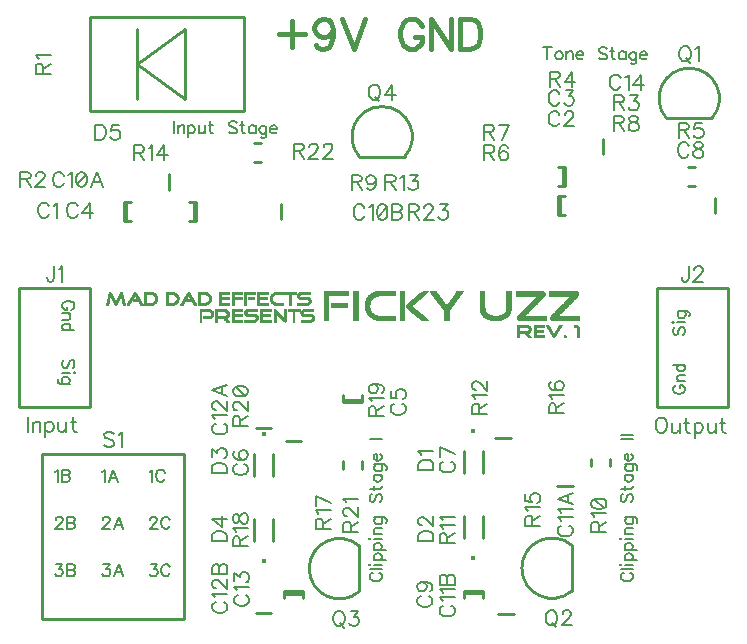
<source format=gbr>
G04 DipTrace 3.2.0.1*
G04 TopSilk.gbr*
%MOIN*%
G04 #@! TF.FileFunction,Legend,Top*
G04 #@! TF.Part,Single*
%ADD10C,0.009843*%
%ADD12C,0.003*%
%ADD13C,0.002625*%
%ADD20C,0.015749*%
%ADD52C,0.00772*%
%ADD53C,0.015439*%
%ADD54C,0.006176*%
%FSLAX26Y26*%
G04*
G70*
G90*
G75*
G01*
G04 TopSilk*
%LPD*%
X788976Y1838614D2*
D10*
Y1901543D1*
X781528Y1838614D2*
Y1901543D1*
Y1838614D2*
X805087D1*
X781528Y1901543D2*
X805087D1*
X2235827Y1858299D2*
Y1921228D1*
X2228378Y1858299D2*
Y1921228D1*
Y1858299D2*
X2251937D1*
X2228378Y1921228D2*
X2251937D1*
X2244488Y2019654D2*
Y1956724D1*
X2251937Y2019654D2*
Y1956724D1*
Y2019654D2*
X2228378D1*
X2251937Y1956724D2*
X2228378D1*
X1014173Y1901543D2*
Y1838614D1*
X1021622Y1901543D2*
Y1838614D1*
Y1901543D2*
X998063D1*
X1021622Y1838614D2*
X998063D1*
X1574772Y1241732D2*
X1511843D1*
X1574772Y1234283D2*
X1511843D1*
X1574772D2*
Y1257843D1*
X1511843Y1234283D2*
Y1257843D1*
X1320886Y1104352D2*
X1372028D1*
X2019705Y1114194D2*
X2070846D1*
X2751990Y1915335D2*
Y1864193D1*
X1915386Y598819D2*
X1978315D1*
X1915386Y606268D2*
X1978315D1*
X1915386D2*
Y582709D1*
X1978315Y606268D2*
Y582709D1*
X1314992Y596850D2*
X1377921D1*
X1314992Y604299D2*
X1377921D1*
X1314992D2*
Y580740D1*
X1377921Y604299D2*
Y580740D1*
X2377932Y2061043D2*
Y2112185D1*
X931081Y1942933D2*
Y1994075D1*
X1305139Y1895650D2*
Y1844508D1*
X2277539Y956672D2*
X2226398D1*
X2080689Y529507D2*
X2029547D1*
X1273602Y1149585D2*
X1222461D1*
X1273602Y533444D2*
X1222461D1*
X1978349Y1070874D2*
Y999995D1*
X1915354Y1070874D2*
Y999995D1*
D20*
X1946852Y1139765D3*
X1915352Y783457D2*
D10*
Y854335D1*
X1978346Y783457D2*
Y854335D1*
D20*
X1946849Y714566D3*
X1279530Y1061031D2*
D10*
Y990153D1*
X1216535Y1061031D2*
Y990153D1*
D20*
X1248033Y1129922D3*
X1216533Y773614D2*
D10*
Y844493D1*
X1279528Y773614D2*
Y844493D1*
D20*
X1248030Y704724D3*
X984260Y2244094D2*
D10*
Y2480315D1*
X826776Y2362205D1*
X984260Y2244094D2*
X826776Y2362205D1*
Y2244094D2*
Y2480315D1*
X1181102Y2204724D2*
Y2519685D1*
Y2204724D2*
X669291D1*
Y2519685D1*
X1181102D1*
X669291Y1614173D2*
Y1220472D1*
X433071D1*
Y1614173D1*
X669291D1*
X2559055Y1220472D2*
Y1614173D1*
X2795276D1*
Y1220472D1*
X2559055D1*
X2590521Y2181110D2*
G02X2741762Y2181110I75620J66569D01*
G01*
X2590521D1*
X2275583Y606269D2*
G02X2275583Y757510I-66569J75620D01*
G01*
Y606269D1*
X1566922Y604301D2*
G02X1566922Y755542I-66569J75620D01*
G01*
Y604301D1*
X1566899Y2053157D2*
G02X1718140Y2053157I75620J66569D01*
G01*
X1566899D1*
X2685008Y2019654D2*
X2661449D1*
X2685008Y1956724D2*
X2661449D1*
X2338614Y1047213D2*
Y1023654D1*
X2401543Y1047213D2*
Y1023654D1*
X1511843Y1037370D2*
Y1013811D1*
X1574772Y1037370D2*
Y1013811D1*
X1214598Y2035465D2*
X1238157D1*
X1214598Y2098394D2*
X1238157D1*
X982283Y1062992D2*
X509843D1*
Y511811D1*
X982283D1*
Y1062992D1*
X1447737Y1604406D2*
D12*
X1528737D1*
X1546737D2*
X1563237D1*
X1621737D2*
X1684737D1*
X1701237D2*
X1716237D1*
X1780737D2*
X1795737D1*
X1801737D2*
X1821237D1*
X1890237D2*
X1911237D1*
X1968237D2*
X1983237D1*
X2056737D2*
X2071737D1*
X2088237D2*
X2179737D1*
X2199237D2*
X2290737D1*
X1447737Y1602906D2*
X1528737D1*
X1546737D2*
X1563237D1*
X1616845D2*
X1684737D1*
X1701237D2*
X1716237D1*
X1775769D2*
X1793724D1*
X1802539D2*
X1822224D1*
X1889487D2*
X1909794D1*
X1968237D2*
X1983237D1*
X2056737D2*
X2071737D1*
X2088237D2*
X2181692D1*
X2199237D2*
X2292692D1*
X1447737Y1601406D2*
X1528737D1*
X1546737D2*
X1563237D1*
X1612596D2*
X1684737D1*
X1701237D2*
X1716237D1*
X1772062D2*
X1791778D1*
X1803555D2*
X1823272D1*
X1888610D2*
X1908486D1*
X1968237D2*
X1983237D1*
X2056737D2*
X2071737D1*
X2088237D2*
X2183192D1*
X2199237D2*
X2294192D1*
X1447737Y1599906D2*
X1528737D1*
X1546737D2*
X1563237D1*
X1609119D2*
X1684737D1*
X1701237D2*
X1716237D1*
X1769281D2*
X1789993D1*
X1804646D2*
X1824435D1*
X1887687D2*
X1907346D1*
X1968237D2*
X1983237D1*
X2056737D2*
X2071737D1*
X2088237D2*
X2184272D1*
X2199237D2*
X2295272D1*
X1447737Y1598406D2*
X1528737D1*
X1546737D2*
X1563237D1*
X1606335D2*
X1684737D1*
X1701237D2*
X1716237D1*
X1766939D2*
X1788347D1*
X1805690D2*
X1825597D1*
X1886674D2*
X1906237D1*
X1968237D2*
X1983237D1*
X2056737D2*
X2071737D1*
X2088237D2*
X2184991D1*
X2199237D2*
X2295991D1*
X1447737Y1596906D2*
X1528737D1*
X1546737D2*
X1563237D1*
X1603993D2*
X1684737D1*
X1701237D2*
X1716237D1*
X1764858D2*
X1786774D1*
X1806761D2*
X1826671D1*
X1885528D2*
X1905051D1*
X1968237D2*
X1983237D1*
X2056737D2*
X2071737D1*
X2088237D2*
X2185345D1*
X2199237D2*
X2296345D1*
X1447737Y1595406D2*
X1528737D1*
X1546737D2*
X1563237D1*
X1601832D2*
X1684737D1*
X1701237D2*
X1716237D1*
X1763022D2*
X1785195D1*
X1807931D2*
X1827754D1*
X1884373D2*
X1903881D1*
X1968237D2*
X1983237D1*
X2056737D2*
X2071737D1*
X2088237D2*
X2185343D1*
X2199237D2*
X2296343D1*
X1447737Y1593906D2*
X1528737D1*
X1546737D2*
X1563237D1*
X1599827D2*
X1684737D1*
X1701237D2*
X1716237D1*
X1761351D2*
X1783493D1*
X1809096D2*
X1828929D1*
X1883307D2*
X1902810D1*
X1968237D2*
X1983237D1*
X2056737D2*
X2071737D1*
X2088237D2*
X2185010D1*
X2199237D2*
X2296010D1*
X1447737Y1592406D2*
X1528737D1*
X1546737D2*
X1563237D1*
X1598069D2*
X1684737D1*
X1701237D2*
X1716237D1*
X1759725D2*
X1781630D1*
X1810171D2*
X1830095D1*
X1882273D2*
X1901774D1*
X1968237D2*
X1983237D1*
X2056737D2*
X2071737D1*
X2088237D2*
X2184410D1*
X2199237D2*
X2295410D1*
X1447737Y1590906D2*
X1528737D1*
X1546737D2*
X1563237D1*
X1596602D2*
X1684737D1*
X1701237D2*
X1716237D1*
X1758005D2*
X1779744D1*
X1811254D2*
X1831171D1*
X1881236D2*
X1900736D1*
X1968237D2*
X1983237D1*
X2056737D2*
X2071737D1*
X2088237D2*
X2183552D1*
X2199237D2*
X2294552D1*
X1447737Y1589406D2*
X1462737D1*
X1546737D2*
X1563237D1*
X1595397D2*
X1625333D1*
X1701237D2*
X1716237D1*
X1756134D2*
X1777982D1*
X1812429D2*
X1832254D1*
X1880244D2*
X1899738D1*
X1968237D2*
X1983237D1*
X2056737D2*
X2071737D1*
X2088237D2*
X2182424D1*
X2199237D2*
X2293424D1*
X1447737Y1587906D2*
X1462737D1*
X1546737D2*
X1563237D1*
X1594306D2*
X1620637D1*
X1701237D2*
X1716237D1*
X1754246D2*
X1776337D1*
X1813595D2*
X1833429D1*
X1879247D2*
X1898694D1*
X1968237D2*
X1983237D1*
X2056737D2*
X2071737D1*
X2088237D2*
X2181106D1*
X2199237D2*
X2292106D1*
X1447737Y1586406D2*
X1462737D1*
X1546737D2*
X1563237D1*
X1593248D2*
X1616882D1*
X1701237D2*
X1716237D1*
X1752483D2*
X1774721D1*
X1814671D2*
X1834595D1*
X1878226D2*
X1897535D1*
X1968237D2*
X1983237D1*
X2056737D2*
X2071737D1*
X2157237D2*
X2179686D1*
X2268237D2*
X2290686D1*
X1447737Y1584906D2*
X1462737D1*
X1546737D2*
X1563237D1*
X1592248D2*
X1614003D1*
X1701237D2*
X1716237D1*
X1750837D2*
X1773003D1*
X1815754D2*
X1835671D1*
X1877235D2*
X1896375D1*
X1968237D2*
X1983237D1*
X2056737D2*
X2071737D1*
X2155737D2*
X2178218D1*
X2266737D2*
X2289218D1*
X1447737Y1583406D2*
X1462737D1*
X1546737D2*
X1563237D1*
X1591254D2*
X1611786D1*
X1701237D2*
X1716237D1*
X1749221D2*
X1771134D1*
X1816929D2*
X1836754D1*
X1876193D2*
X1895302D1*
X1968237D2*
X1983237D1*
X2056737D2*
X2071737D1*
X2154237D2*
X2176730D1*
X2265237D2*
X2287730D1*
X1447737Y1581906D2*
X1462737D1*
X1546737D2*
X1563237D1*
X1590285D2*
X1609963D1*
X1701237D2*
X1716237D1*
X1747503D2*
X1769245D1*
X1818095D2*
X1837929D1*
X1875034D2*
X1894220D1*
X1968237D2*
X1983237D1*
X2056737D2*
X2071737D1*
X2152737D2*
X2175235D1*
X2263737D2*
X2286235D1*
X1447737Y1580406D2*
X1462737D1*
X1546737D2*
X1563237D1*
X1589490D2*
X1608379D1*
X1701237D2*
X1716237D1*
X1745634D2*
X1767483D1*
X1819171D2*
X1839095D1*
X1873875D2*
X1893045D1*
X1968237D2*
X1983237D1*
X2056737D2*
X2071737D1*
X2151237D2*
X2173736D1*
X2262237D2*
X2284736D1*
X1447737Y1578906D2*
X1462737D1*
X1546737D2*
X1563237D1*
X1588860D2*
X1607023D1*
X1701237D2*
X1716237D1*
X1743745D2*
X1765843D1*
X1820254D2*
X1840171D1*
X1872808D2*
X1891879D1*
X1968237D2*
X1983237D1*
X2056737D2*
X2071737D1*
X2149737D2*
X2172237D1*
X2260737D2*
X2283237D1*
X1447737Y1577406D2*
X1462737D1*
X1546737D2*
X1563237D1*
X1588278D2*
X1605915D1*
X1701237D2*
X1716237D1*
X1741983D2*
X1764273D1*
X1821429D2*
X1841254D1*
X1871773D2*
X1890809D1*
X1968237D2*
X1983237D1*
X2056737D2*
X2071737D1*
X2148237D2*
X2170737D1*
X2259237D2*
X2281737D1*
X1447737Y1575906D2*
X1462737D1*
X1546737D2*
X1563237D1*
X1587745D2*
X1604990D1*
X1701237D2*
X1716237D1*
X1740337D2*
X1762694D1*
X1822595D2*
X1842429D1*
X1870736D2*
X1889773D1*
X1968237D2*
X1983237D1*
X2056737D2*
X2071737D1*
X2146737D2*
X2169237D1*
X2257737D2*
X2280237D1*
X1447737Y1574406D2*
X1462737D1*
X1546737D2*
X1563237D1*
X1587254D2*
X1604167D1*
X1701237D2*
X1716237D1*
X1738721D2*
X1760993D1*
X1823671D2*
X1843595D1*
X1869738D2*
X1888736D1*
X1968237D2*
X1983237D1*
X2056737D2*
X2071737D1*
X2145237D2*
X2167737D1*
X2256237D2*
X2278737D1*
X1447737Y1572906D2*
X1462737D1*
X1546737D2*
X1563237D1*
X1586742D2*
X1603434D1*
X1701237D2*
X1716237D1*
X1737003D2*
X1759130D1*
X1824754D2*
X1844671D1*
X1868694D2*
X1887738D1*
X1968237D2*
X1983237D1*
X2056737D2*
X2071737D1*
X2143737D2*
X2166237D1*
X2254737D2*
X2277237D1*
X1447737Y1571406D2*
X1462737D1*
X1546737D2*
X1563237D1*
X1586288D2*
X1602815D1*
X1701237D2*
X1716237D1*
X1735134D2*
X1757244D1*
X1825929D2*
X1845754D1*
X1867535D2*
X1886694D1*
X1968237D2*
X1983237D1*
X2056737D2*
X2071737D1*
X2142237D2*
X2164737D1*
X2253237D2*
X2275737D1*
X1447737Y1569906D2*
X1462737D1*
X1546737D2*
X1563237D1*
X1585993D2*
X1602283D1*
X1701237D2*
X1716237D1*
X1733245D2*
X1755482D1*
X1827095D2*
X1846929D1*
X1866375D2*
X1885535D1*
X1968237D2*
X1983237D1*
X2056737D2*
X2071737D1*
X2140737D2*
X2163237D1*
X2251737D2*
X2274237D1*
X1447737Y1568406D2*
X1462737D1*
X1546737D2*
X1563237D1*
X1585790D2*
X1601752D1*
X1701237D2*
X1716237D1*
X1731483D2*
X1753837D1*
X1828171D2*
X1848095D1*
X1865308D2*
X1884375D1*
X1968237D2*
X1983237D1*
X2056737D2*
X2071737D1*
X2139237D2*
X2161737D1*
X2250237D2*
X2272737D1*
X1447737Y1566906D2*
X1462737D1*
X1546737D2*
X1563237D1*
X1585531D2*
X1601292D1*
X1701237D2*
X1716237D1*
X1729843D2*
X1752221D1*
X1829259D2*
X1849171D1*
X1864273D2*
X1883302D1*
X1968237D2*
X1983237D1*
X2056737D2*
X2071737D1*
X2137737D2*
X2160237D1*
X2248737D2*
X2271237D1*
X1447737Y1565406D2*
X1462737D1*
X1471737D2*
X1524237D1*
X1546737D2*
X1563237D1*
X1585144D2*
X1600994D1*
X1701237D2*
X1716237D1*
X1728279D2*
X1750503D1*
X1830482D2*
X1850254D1*
X1863236D2*
X1882220D1*
X1968237D2*
X1983237D1*
X2056737D2*
X2071737D1*
X2136237D2*
X2158737D1*
X2247237D2*
X2269737D1*
X1447737Y1563906D2*
X1462737D1*
X1471737D2*
X1524237D1*
X1546737D2*
X1563237D1*
X1584749D2*
X1600791D1*
X1701237D2*
X1716237D1*
X1726759D2*
X1748634D1*
X1831786D2*
X1851435D1*
X1862227D2*
X1881045D1*
X1968237D2*
X1983237D1*
X2056737D2*
X2071737D1*
X2134737D2*
X2157237D1*
X2245737D2*
X2268237D1*
X1447737Y1562406D2*
X1462737D1*
X1471737D2*
X1524237D1*
X1546737D2*
X1563237D1*
X1584484D2*
X1600532D1*
X1701237D2*
X1716237D1*
X1725301D2*
X1746745D1*
X1833030D2*
X1852657D1*
X1861062D2*
X1879879D1*
X1968237D2*
X1983237D1*
X2056737D2*
X2071737D1*
X2133237D2*
X2155737D1*
X2244237D2*
X2266737D1*
X1447737Y1560906D2*
X1462737D1*
X1471737D2*
X1524237D1*
X1546737D2*
X1563237D1*
X1584343D2*
X1600145D1*
X1701237D2*
X1716237D1*
X1723995D2*
X1744982D1*
X1834144D2*
X1853952D1*
X1859388D2*
X1878809D1*
X1968237D2*
X1983237D1*
X2056737D2*
X2071737D1*
X2131737D2*
X2154237D1*
X2242737D2*
X2265237D1*
X1447737Y1559406D2*
X1462737D1*
X1471737D2*
X1524237D1*
X1546737D2*
X1563237D1*
X1584279D2*
X1599749D1*
X1701237D2*
X1716237D1*
X1722917D2*
X1743343D1*
X1835243D2*
X1855490D1*
X1857020D2*
X1877773D1*
X1968237D2*
X1983237D1*
X2056737D2*
X2071737D1*
X2130237D2*
X2152737D1*
X2241237D2*
X2263737D1*
X1447737Y1557906D2*
X1462737D1*
X1471737D2*
X1524237D1*
X1546737D2*
X1563237D1*
X1584259D2*
X1599490D1*
X1701237D2*
X1716237D1*
X1722104D2*
X1741776D1*
X1836425D2*
X1876736D1*
X1968237D2*
X1983237D1*
X2056737D2*
X2071737D1*
X2128737D2*
X2151237D1*
X2239737D2*
X2262237D1*
X1447737Y1556406D2*
X1462737D1*
X1471737D2*
X1524237D1*
X1546737D2*
X1563237D1*
X1584301D2*
X1599402D1*
X1701237D2*
X1716237D1*
X1721502D2*
X1740237D1*
X1837594D2*
X1875738D1*
X1968237D2*
X1983237D1*
X2056737D2*
X2071737D1*
X2127237D2*
X2149737D1*
X2238237D2*
X2260737D1*
X1447737Y1554906D2*
X1462737D1*
X1471737D2*
X1524237D1*
X1546737D2*
X1563237D1*
X1584489D2*
X1599529D1*
X1701237D2*
X1716237D1*
X1721679D2*
X1741737D1*
X1838670D2*
X1874694D1*
X1968237D2*
X1983237D1*
X2056737D2*
X2071737D1*
X2125737D2*
X2148237D1*
X2236737D2*
X2259237D1*
X1447737Y1553406D2*
X1462737D1*
X1471737D2*
X1524237D1*
X1546737D2*
X1563237D1*
X1584847D2*
X1599862D1*
X1701237D2*
X1716237D1*
X1722164D2*
X1743243D1*
X1839753D2*
X1873535D1*
X1968237D2*
X1983237D1*
X2056737D2*
X2071737D1*
X2124237D2*
X2146737D1*
X2235237D2*
X2257737D1*
X1447737Y1551906D2*
X1462737D1*
X1471737D2*
X1524237D1*
X1546737D2*
X1563237D1*
X1585231D2*
X1600236D1*
X1701237D2*
X1716237D1*
X1722969D2*
X1744796D1*
X1840929D2*
X1872375D1*
X1968237D2*
X1983243D1*
X2056737D2*
X2071737D1*
X2122737D2*
X2145237D1*
X2233737D2*
X2256237D1*
X1447737Y1550406D2*
X1462737D1*
X1546737D2*
X1563237D1*
X1585492D2*
X1600500D1*
X1701237D2*
X1716237D1*
X1724125D2*
X1746487D1*
X1842095D2*
X1871302D1*
X1968237D2*
X1983296D1*
X2056737D2*
X2071737D1*
X2121237D2*
X2143737D1*
X2232237D2*
X2254737D1*
X1447737Y1548906D2*
X1462737D1*
X1546737D2*
X1563237D1*
X1585637D2*
X1600691D1*
X1701237D2*
X1716237D1*
X1725623D2*
X1748346D1*
X1843171D2*
X1870220D1*
X1968243D2*
X1983487D1*
X2056731D2*
X2071737D1*
X2119737D2*
X2142237D1*
X2230737D2*
X2253237D1*
X1447737Y1547406D2*
X1462737D1*
X1546737D2*
X1563237D1*
X1585754D2*
X1600951D1*
X1701237D2*
X1716237D1*
X1727399D2*
X1750231D1*
X1844254D2*
X1869045D1*
X1968296D2*
X1983846D1*
X2056678D2*
X2071731D1*
X2118237D2*
X2140737D1*
X2229237D2*
X2251737D1*
X1447737Y1545906D2*
X1462737D1*
X1546737D2*
X1563237D1*
X1585971D2*
X1601389D1*
X1701237D2*
X1716237D1*
X1729250D2*
X1751998D1*
X1845423D2*
X1867885D1*
X1968487D2*
X1984231D1*
X2056487D2*
X2071678D1*
X2116737D2*
X2139237D1*
X2227737D2*
X2250237D1*
X1447737Y1544406D2*
X1462737D1*
X1546737D2*
X1563237D1*
X1586346D2*
X1601981D1*
X1701237D2*
X1716237D1*
X1731005D2*
X1753690D1*
X1846531D2*
X1866868D1*
X1968846D2*
X1984498D1*
X2056122D2*
X2071487D1*
X2115237D2*
X2137737D1*
X2226237D2*
X2248737D1*
X1447737Y1542906D2*
X1462737D1*
X1546737D2*
X1563237D1*
X1586787D2*
X1602658D1*
X1701237D2*
X1716237D1*
X1732692D2*
X1755445D1*
X1847357D2*
X1866029D1*
X1969231D2*
X1984690D1*
X2055685D2*
X2071128D1*
X2113737D2*
X2136237D1*
X2224737D2*
X2247237D1*
X1447737Y1541406D2*
X1462737D1*
X1546737D2*
X1563237D1*
X1587247D2*
X1603380D1*
X1701237D2*
X1716237D1*
X1734446D2*
X1757330D1*
X1847836D2*
X1865410D1*
X1969498D2*
X1984951D1*
X2055226D2*
X2070738D1*
X2112237D2*
X2134737D1*
X2223237D2*
X2245737D1*
X1447737Y1539906D2*
X1462737D1*
X1546737D2*
X1563237D1*
X1587799D2*
X1604123D1*
X1701237D2*
X1716237D1*
X1736331D2*
X1759231D1*
X1848071D2*
X1865046D1*
X1969690D2*
X1985389D1*
X2054675D2*
X2070423D1*
X2110737D2*
X2133237D1*
X2221737D2*
X2244237D1*
X1447737Y1538406D2*
X1462737D1*
X1546737D2*
X1563237D1*
X1588444D2*
X1604923D1*
X1701237D2*
X1716237D1*
X1738225D2*
X1761049D1*
X1848173D2*
X1864866D1*
X1969945D2*
X1985981D1*
X2054030D2*
X2070093D1*
X2109237D2*
X2131737D1*
X2220237D2*
X2242737D1*
X1447737Y1536906D2*
X1462737D1*
X1546737D2*
X1563237D1*
X1589144D2*
X1605868D1*
X1701237D2*
X1716237D1*
X1739996D2*
X1762880D1*
X1848213D2*
X1864787D1*
X1970336D2*
X1986664D1*
X2053324D2*
X2069664D1*
X2107737D2*
X2130237D1*
X2218737D2*
X2241237D1*
X1447737Y1535406D2*
X1462737D1*
X1546737D2*
X1563237D1*
X1589875D2*
X1607030D1*
X1701237D2*
X1716237D1*
X1741689D2*
X1764804D1*
X1848229D2*
X1864756D1*
X1970784D2*
X1987439D1*
X2052541D2*
X2069201D1*
X2106237D2*
X2128737D1*
X2217237D2*
X2239737D1*
X1447737Y1533906D2*
X1462737D1*
X1546737D2*
X1563237D1*
X1590622D2*
X1608367D1*
X1701237D2*
X1716237D1*
X1743445D2*
X1766715D1*
X1848234D2*
X1864744D1*
X1971246D2*
X1988379D1*
X2051597D2*
X2068732D1*
X2104737D2*
X2127237D1*
X2215737D2*
X2238237D1*
X1447737Y1532406D2*
X1462737D1*
X1546737D2*
X1563237D1*
X1591417D2*
X1609850D1*
X1701237D2*
X1716237D1*
X1745330D2*
X1768492D1*
X1848236D2*
X1864739D1*
X1971798D2*
X1989603D1*
X2050372D2*
X2068177D1*
X2103237D2*
X2125737D1*
X2214237D2*
X2236737D1*
X1447737Y1530906D2*
X1462737D1*
X1546737D2*
X1563237D1*
X1592309D2*
X1611575D1*
X1701237D2*
X1716237D1*
X1747225D2*
X1770188D1*
X1848237D2*
X1864738D1*
X1972444D2*
X1991246D1*
X2048728D2*
X2067531D1*
X2101737D2*
X2124237D1*
X2212737D2*
X2235237D1*
X1447737Y1529406D2*
X1462737D1*
X1546737D2*
X1563237D1*
X1593281D2*
X1613731D1*
X1701237D2*
X1716237D1*
X1748996D2*
X1771944D1*
X1848237D2*
X1864737D1*
X1973150D2*
X1993588D1*
X2046387D2*
X2066824D1*
X2100237D2*
X2122737D1*
X2211237D2*
X2233737D1*
X1447737Y1527906D2*
X1462737D1*
X1546737D2*
X1563237D1*
X1594252D2*
X1616470D1*
X1701237D2*
X1716237D1*
X1750689D2*
X1773830D1*
X1848237D2*
X1864737D1*
X1973934D2*
X1996909D1*
X2043065D2*
X2066041D1*
X2098737D2*
X2121237D1*
X2209737D2*
X2232237D1*
X1447737Y1526406D2*
X1462737D1*
X1546737D2*
X1563237D1*
X1595292D2*
X1619827D1*
X1701237D2*
X1716237D1*
X1752445D2*
X1775725D1*
X1848237D2*
X1864737D1*
X1974871D2*
X2001248D1*
X2038726D2*
X2065103D1*
X2097243D2*
X2119737D1*
X2208243D2*
X2230737D1*
X1447737Y1524906D2*
X1462737D1*
X1546737D2*
X1563237D1*
X1596500D2*
X1623676D1*
X1701237D2*
X1716237D1*
X1754330D2*
X1777496D1*
X1848237D2*
X1864737D1*
X1976032D2*
X2006337D1*
X2033637D2*
X2063942D1*
X2095796D2*
X2118237D1*
X2206796D2*
X2229237D1*
X1447737Y1523406D2*
X1462737D1*
X1546737D2*
X1563237D1*
X1597855D2*
X1684737D1*
X1701237D2*
X1716237D1*
X1756225D2*
X1779189D1*
X1848237D2*
X1864737D1*
X1977361D2*
X2062613D1*
X2094493D2*
X2188737D1*
X2205493D2*
X2299737D1*
X1447737Y1521906D2*
X1462737D1*
X1546737D2*
X1563237D1*
X1599340D2*
X1684737D1*
X1701237D2*
X1716237D1*
X1757996D2*
X1780945D1*
X1848237D2*
X1864737D1*
X1978792D2*
X2061183D1*
X2093411D2*
X2188737D1*
X2204411D2*
X2299737D1*
X1447737Y1520406D2*
X1462737D1*
X1546737D2*
X1563237D1*
X1601009D2*
X1684737D1*
X1701237D2*
X1716237D1*
X1759689D2*
X1782830D1*
X1848237D2*
X1864737D1*
X1980319D2*
X2059655D1*
X2092545D2*
X2188737D1*
X2203545D2*
X2299737D1*
X1447737Y1518906D2*
X1462737D1*
X1546737D2*
X1563237D1*
X1602916D2*
X1684737D1*
X1701237D2*
X1716237D1*
X1761445D2*
X1784725D1*
X1848237D2*
X1864737D1*
X1982058D2*
X2057916D1*
X2091915D2*
X2188737D1*
X2202915D2*
X2299737D1*
X1447737Y1517406D2*
X1462737D1*
X1546737D2*
X1563237D1*
X1605053D2*
X1684737D1*
X1701237D2*
X1716237D1*
X1763330D2*
X1786496D1*
X1848237D2*
X1864737D1*
X1984168D2*
X2055806D1*
X2091554D2*
X2188737D1*
X2202554D2*
X2299737D1*
X1447737Y1515906D2*
X1462737D1*
X1546737D2*
X1563237D1*
X1607486D2*
X1684737D1*
X1701237D2*
X1716237D1*
X1765225D2*
X1788189D1*
X1848237D2*
X1864737D1*
X1986737D2*
X2053243D1*
X2091437D2*
X2188737D1*
X2202437D2*
X2299737D1*
X1447737Y1514406D2*
X1462737D1*
X1546737D2*
X1563237D1*
X1610425D2*
X1684737D1*
X1701237D2*
X1716237D1*
X1766990D2*
X1789946D1*
X1848237D2*
X1864737D1*
X1989912D2*
X2050125D1*
X2091497D2*
X2188737D1*
X2202497D2*
X2299737D1*
X1447737Y1512906D2*
X1462737D1*
X1546737D2*
X1563237D1*
X1614079D2*
X1684737D1*
X1701237D2*
X1716237D1*
X1768631D2*
X1791844D1*
X1848237D2*
X1864737D1*
X1994105D2*
X2046164D1*
X2092227D2*
X2188737D1*
X2203227D2*
X2299737D1*
X1447737Y1511406D2*
X1462737D1*
X1546737D2*
X1563237D1*
X1618469D2*
X1684737D1*
X1701237D2*
X1716237D1*
X1770198D2*
X1793801D1*
X1848237D2*
X1864737D1*
X1999560D2*
X2041222D1*
X2093868D2*
X2188737D1*
X2204868D2*
X2299737D1*
X1447737Y1509906D2*
X1462737D1*
X1546737D2*
X1563237D1*
X1623237D2*
X1684737D1*
X1701237D2*
X1716237D1*
X1771737D2*
X1795737D1*
X1848237D2*
X1864737D1*
X2005737D2*
X2035737D1*
X2095737D2*
X2188737D1*
X2206737D2*
X2299737D1*
X733488Y1601050D2*
D13*
X736112D1*
X770233D2*
X774170D1*
X816165D2*
X820102D1*
X850286D2*
X879157D1*
X921152D2*
X950023D1*
X994643D2*
X998580D1*
X1028763D2*
X1057635D1*
X1098317D2*
X1133750D1*
X1141624D2*
X1177057D1*
X1183619D2*
X1219052D1*
X1225614D2*
X1261047D1*
X1282044D2*
X1310916D1*
X1316165D2*
X1355535D1*
X1366034D2*
X1401467D1*
X732433Y1599738D2*
X737375D1*
X769375D2*
X774826D1*
X814903D2*
X821211D1*
X850286D2*
X881721D1*
X921152D2*
X952588D1*
X993380D2*
X999689D1*
X1028763D2*
X1060199D1*
X1098317D2*
X1133750D1*
X1141624D2*
X1177057D1*
X1183619D2*
X1219052D1*
X1225614D2*
X1261047D1*
X1279633D2*
X1310916D1*
X1316165D2*
X1355535D1*
X1364121D2*
X1401467D1*
X731661Y1598425D2*
X738514D1*
X768499D2*
X775371D1*
X813764D2*
X822193D1*
X850286D2*
X884081D1*
X921152D2*
X954947D1*
X992241D2*
X1000671D1*
X1028763D2*
X1062558D1*
X1098317D2*
X1133750D1*
X1141624D2*
X1177057D1*
X1183619D2*
X1219052D1*
X1225614D2*
X1261047D1*
X1277431D2*
X1310916D1*
X1316165D2*
X1355535D1*
X1362483D2*
X1401467D1*
X731175Y1597113D2*
X739465D1*
X767608D2*
X775876D1*
X812812D2*
X823120D1*
X850286D2*
X886005D1*
X921152D2*
X956871D1*
X991290D2*
X1001597D1*
X1028763D2*
X1064483D1*
X1098317D2*
X1133750D1*
X1141624D2*
X1177057D1*
X1183619D2*
X1219052D1*
X1225614D2*
X1261047D1*
X1275531D2*
X1310916D1*
X1316165D2*
X1355535D1*
X1361193D2*
X1401467D1*
X730795Y1595801D2*
X740269D1*
X766784D2*
X776303D1*
X812003D2*
X824030D1*
X850286D2*
X887441D1*
X921152D2*
X958307D1*
X990481D2*
X1002508D1*
X1028763D2*
X1065918D1*
X1098317D2*
X1133750D1*
X1141624D2*
X1177057D1*
X1183619D2*
X1219052D1*
X1225614D2*
X1261047D1*
X1273989D2*
X1310916D1*
X1316165D2*
X1355535D1*
X1360283D2*
X1401467D1*
X730388Y1594488D2*
X740992D1*
X766039D2*
X776612D1*
X811239D2*
X824860D1*
X850286D2*
X888585D1*
X921152D2*
X959451D1*
X989717D2*
X1003337D1*
X1028763D2*
X1067062D1*
X1098317D2*
X1133750D1*
X1141624D2*
X1177057D1*
X1183619D2*
X1219052D1*
X1225614D2*
X1261047D1*
X1272738D2*
X1310916D1*
X1316165D2*
X1355535D1*
X1359638D2*
X1401467D1*
X730010Y1593176D2*
X741674D1*
X765340D2*
X776914D1*
X810431D2*
X825607D1*
X850286D2*
X856847D1*
X877329D2*
X889588D1*
X921152D2*
X927713D1*
X948195D2*
X960454D1*
X988909D2*
X1004085D1*
X1028763D2*
X1035325D1*
X1055807D2*
X1068066D1*
X1098317D2*
X1104879D1*
X1141624D2*
X1148186D1*
X1183619D2*
X1190181D1*
X1225614D2*
X1232175D1*
X1271669D2*
X1283412D1*
X1333225D2*
X1338475D1*
X1359097D2*
X1367604D1*
X729721Y1591864D2*
X742341D1*
X764667D2*
X777288D1*
X809576D2*
X826307D1*
X850286D2*
X856847D1*
X880171D2*
X890450D1*
X921152D2*
X927713D1*
X951037D2*
X961316D1*
X988054D2*
X1004785D1*
X1028763D2*
X1035325D1*
X1058649D2*
X1068928D1*
X1098317D2*
X1104879D1*
X1141624D2*
X1148186D1*
X1183619D2*
X1190181D1*
X1225614D2*
X1232175D1*
X1270774D2*
X1281012D1*
X1333225D2*
X1338475D1*
X1358668D2*
X1366842D1*
X729427Y1590551D2*
X743000D1*
X764003D2*
X777655D1*
X808769D2*
X826986D1*
X850286D2*
X856847D1*
X882316D2*
X891171D1*
X921152D2*
X927713D1*
X953182D2*
X962037D1*
X987246D2*
X1005463D1*
X1028763D2*
X1035325D1*
X1060794D2*
X1069648D1*
X1098317D2*
X1104879D1*
X1141624D2*
X1148186D1*
X1183619D2*
X1190181D1*
X1225614D2*
X1232175D1*
X1270039D2*
X1278966D1*
X1333225D2*
X1338475D1*
X1358447D2*
X1366329D1*
X729056Y1589239D2*
X743658D1*
X763345D2*
X777939D1*
X808025D2*
X816373D1*
X818587D2*
X827691D1*
X850286D2*
X856847D1*
X883883D2*
X891749D1*
X921152D2*
X927713D1*
X954749D2*
X962615D1*
X986502D2*
X994851D1*
X997064D2*
X1006168D1*
X1028763D2*
X1035325D1*
X1062360D2*
X1070227D1*
X1098317D2*
X1104879D1*
X1141624D2*
X1148186D1*
X1183619D2*
X1190181D1*
X1225614D2*
X1232175D1*
X1269455D2*
X1277383D1*
X1333225D2*
X1338475D1*
X1358478D2*
X1366314D1*
X728695Y1587927D2*
X744314D1*
X762687D2*
X778231D1*
X807287D2*
X815432D1*
X819569D2*
X828475D1*
X850286D2*
X856847D1*
X885014D2*
X892231D1*
X921152D2*
X927713D1*
X955880D2*
X963097D1*
X985765D2*
X993910D1*
X998046D2*
X1006952D1*
X1028763D2*
X1035325D1*
X1063491D2*
X1070708D1*
X1098317D2*
X1104879D1*
X1141624D2*
X1148186D1*
X1183619D2*
X1190181D1*
X1225614D2*
X1232175D1*
X1268972D2*
X1276222D1*
X1333225D2*
X1338475D1*
X1358737D2*
X1366858D1*
X728452Y1586614D2*
X734597D1*
X737633D2*
X744971D1*
X762032D2*
X770441D1*
X772863D2*
X778603D1*
X806489D2*
X814627D1*
X820495D2*
X829321D1*
X850286D2*
X856847D1*
X885844D2*
X892701D1*
X921152D2*
X927713D1*
X956711D2*
X963567D1*
X984966D2*
X993104D1*
X998973D2*
X1007798D1*
X1028763D2*
X1035325D1*
X1064322D2*
X1071179D1*
X1098317D2*
X1104879D1*
X1141624D2*
X1148186D1*
X1183619D2*
X1190181D1*
X1225614D2*
X1232175D1*
X1268501D2*
X1275372D1*
X1333225D2*
X1338475D1*
X1359100D2*
X1367687D1*
X728281Y1585302D2*
X734272D1*
X738009D2*
X745626D1*
X761374D2*
X769500D1*
X772909D2*
X778968D1*
X805637D2*
X813864D1*
X821405D2*
X830125D1*
X850286D2*
X856847D1*
X886423D2*
X893106D1*
X921152D2*
X927713D1*
X957289D2*
X963972D1*
X984115D2*
X992341D1*
X999883D2*
X1008602D1*
X1028763D2*
X1035325D1*
X1064900D2*
X1071584D1*
X1098317D2*
X1104879D1*
X1141624D2*
X1148186D1*
X1183619D2*
X1190181D1*
X1225614D2*
X1232175D1*
X1268095D2*
X1274785D1*
X1333225D2*
X1338475D1*
X1359538D2*
X1394905D1*
X728057Y1583990D2*
X733932D1*
X738562D2*
X746284D1*
X760719D2*
X768700D1*
X773076D2*
X779252D1*
X804831D2*
X813056D1*
X822230D2*
X830867D1*
X850286D2*
X856847D1*
X886754D2*
X893362D1*
X921152D2*
X927713D1*
X957620D2*
X964229D1*
X983309D2*
X991534D1*
X1000708D2*
X1009345D1*
X1028763D2*
X1035325D1*
X1065231D2*
X1071840D1*
X1098317D2*
X1104879D1*
X1108816D2*
X1131126D1*
X1141624D2*
X1148186D1*
X1152123D2*
X1174433D1*
X1183619D2*
X1190181D1*
X1194118D2*
X1216427D1*
X1225614D2*
X1232175D1*
X1236112D2*
X1258422D1*
X1267839D2*
X1274450D1*
X1333225D2*
X1338475D1*
X1360199D2*
X1397424D1*
X727720Y1582677D2*
X733697D1*
X739279D2*
X746939D1*
X760062D2*
X767978D1*
X773391D2*
X779544D1*
X804087D2*
X812201D1*
X822932D2*
X831605D1*
X850286D2*
X856847D1*
X886916D2*
X893495D1*
X921152D2*
X927713D1*
X957782D2*
X964361D1*
X982565D2*
X990678D1*
X1001409D2*
X1010082D1*
X1028763D2*
X1035325D1*
X1065393D2*
X1071972D1*
X1098317D2*
X1104879D1*
X1108816D2*
X1131126D1*
X1141624D2*
X1148186D1*
X1152123D2*
X1174433D1*
X1183619D2*
X1190181D1*
X1194118D2*
X1216427D1*
X1225614D2*
X1232175D1*
X1236112D2*
X1258422D1*
X1267707D2*
X1274286D1*
X1333225D2*
X1338475D1*
X1361223D2*
X1399444D1*
X727369Y1581365D2*
X733529D1*
X740098D2*
X747596D1*
X759407D2*
X767296D1*
X773727D2*
X779915D1*
X803350D2*
X811393D1*
X823463D2*
X832403D1*
X850286D2*
X856847D1*
X886986D2*
X893549D1*
X921152D2*
X927713D1*
X957852D2*
X964415D1*
X981827D2*
X989871D1*
X1001941D2*
X1010880D1*
X1028763D2*
X1035325D1*
X1065464D2*
X1072027D1*
X1098317D2*
X1104879D1*
X1108816D2*
X1131126D1*
X1141624D2*
X1148186D1*
X1152123D2*
X1174433D1*
X1183619D2*
X1190181D1*
X1194118D2*
X1216427D1*
X1225614D2*
X1232175D1*
X1236112D2*
X1258422D1*
X1267652D2*
X1274215D1*
X1333225D2*
X1338475D1*
X1362749D2*
X1400965D1*
X727091Y1580052D2*
X733306D1*
X740891D2*
X748251D1*
X758750D2*
X766629D1*
X773961D2*
X780280D1*
X802552D2*
X810649D1*
X823799D2*
X833254D1*
X850286D2*
X856847D1*
X887009D2*
X893527D1*
X921152D2*
X927713D1*
X957876D2*
X964393D1*
X981029D2*
X989127D1*
X1002276D2*
X1011732D1*
X1028763D2*
X1035325D1*
X1065487D2*
X1072005D1*
X1098317D2*
X1104879D1*
X1108816D2*
X1131126D1*
X1141624D2*
X1148186D1*
X1152123D2*
X1174433D1*
X1183619D2*
X1190181D1*
X1194118D2*
X1216427D1*
X1225614D2*
X1232175D1*
X1236112D2*
X1258422D1*
X1267674D2*
X1274192D1*
X1333225D2*
X1338475D1*
X1364872D2*
X1402081D1*
X726801Y1578740D2*
X732969D1*
X741625D2*
X748908D1*
X758095D2*
X765970D1*
X774129D2*
X780564D1*
X801700D2*
X809912D1*
X813540D2*
X834060D1*
X850286D2*
X856847D1*
X886974D2*
X893369D1*
X921152D2*
X927713D1*
X957840D2*
X964235D1*
X980178D2*
X988389D1*
X992018D2*
X1012538D1*
X1028763D2*
X1035325D1*
X1065452D2*
X1071847D1*
X1098317D2*
X1104879D1*
X1108816D2*
X1131126D1*
X1141624D2*
X1148186D1*
X1152123D2*
X1174433D1*
X1183619D2*
X1190181D1*
X1194118D2*
X1216427D1*
X1225614D2*
X1232175D1*
X1236112D2*
X1258422D1*
X1267832D2*
X1274227D1*
X1333225D2*
X1338475D1*
X1367346D2*
X1402907D1*
X726430Y1577428D2*
X732623D1*
X742320D2*
X749563D1*
X757437D2*
X765312D1*
X774352D2*
X780856D1*
X800894D2*
X809113D1*
X813042D2*
X834799D1*
X850286D2*
X856847D1*
X886805D2*
X893058D1*
X921152D2*
X927713D1*
X957672D2*
X963924D1*
X979372D2*
X987591D1*
X991519D2*
X1013277D1*
X1028763D2*
X1035325D1*
X1065283D2*
X1071536D1*
X1098317D2*
X1104879D1*
X1108816D2*
X1131126D1*
X1141624D2*
X1148186D1*
X1152123D2*
X1174433D1*
X1183619D2*
X1190181D1*
X1194118D2*
X1216427D1*
X1225614D2*
X1232175D1*
X1236112D2*
X1258422D1*
X1268148D2*
X1274396D1*
X1333225D2*
X1338475D1*
X1394592D2*
X1403484D1*
X726065Y1576115D2*
X732386D1*
X742992D2*
X750221D1*
X756772D2*
X764656D1*
X774689D2*
X781227D1*
X800150D2*
X808262D1*
X812482D2*
X835496D1*
X850286D2*
X856847D1*
X886441D2*
X892718D1*
X921152D2*
X927713D1*
X957307D2*
X963584D1*
X978628D2*
X986739D1*
X990959D2*
X1013973D1*
X1028763D2*
X1035325D1*
X1064919D2*
X1071195D1*
X1098317D2*
X1104879D1*
X1141624D2*
X1148186D1*
X1183619D2*
X1190181D1*
X1225614D2*
X1232175D1*
X1268530D2*
X1274760D1*
X1333225D2*
X1338475D1*
X1396452D2*
X1403814D1*
X725782Y1574803D2*
X732217D1*
X743655D2*
X750880D1*
X756019D2*
X763999D1*
X775035D2*
X781592D1*
X799413D2*
X807456D1*
X811906D2*
X836172D1*
X850286D2*
X856847D1*
X885887D2*
X892443D1*
X921152D2*
X927713D1*
X956753D2*
X963309D1*
X977890D2*
X985933D1*
X990384D2*
X1014650D1*
X1028763D2*
X1035325D1*
X1064364D2*
X1070921D1*
X1098317D2*
X1104879D1*
X1141624D2*
X1148186D1*
X1183619D2*
X1190181D1*
X1225614D2*
X1232175D1*
X1268930D2*
X1275315D1*
X1333225D2*
X1338475D1*
X1397883D2*
X1403976D1*
X725489Y1573491D2*
X731994D1*
X744313D2*
X751571D1*
X754992D2*
X763344D1*
X775272D2*
X781876D1*
X798615D2*
X806712D1*
X811380D2*
X836877D1*
X850286D2*
X856847D1*
X885115D2*
X892149D1*
X921152D2*
X927713D1*
X955981D2*
X963015D1*
X977092D2*
X985190D1*
X989858D2*
X1015355D1*
X1028763D2*
X1035325D1*
X1063593D2*
X1070627D1*
X1098317D2*
X1104879D1*
X1141624D2*
X1148186D1*
X1183619D2*
X1190181D1*
X1225614D2*
X1232175D1*
X1269412D2*
X1276086D1*
X1333225D2*
X1338475D1*
X1398446D2*
X1404047D1*
X725118Y1572178D2*
X731656D1*
X744971D2*
X752337D1*
X753548D2*
X762687D1*
X775441D2*
X782168D1*
X797763D2*
X805974D1*
X810916D2*
X837661D1*
X850286D2*
X856847D1*
X884021D2*
X891728D1*
X921152D2*
X927713D1*
X954888D2*
X962594D1*
X976241D2*
X984452D1*
X989393D2*
X1016139D1*
X1028763D2*
X1035325D1*
X1062499D2*
X1070206D1*
X1098317D2*
X1104879D1*
X1141624D2*
X1148186D1*
X1183619D2*
X1190181D1*
X1225614D2*
X1232175D1*
X1269977D2*
X1277180D1*
X1333225D2*
X1338475D1*
X1398506D2*
X1404070D1*
X724753Y1570866D2*
X731311D1*
X745626D2*
X762026D1*
X775664D2*
X782540D1*
X796957D2*
X805176D1*
X830809D2*
X838507D1*
X850286D2*
X856847D1*
X882431D2*
X891150D1*
X921152D2*
X927713D1*
X953297D2*
X962016D1*
X975435D2*
X983654D1*
X1009286D2*
X1016985D1*
X1028763D2*
X1035325D1*
X1060909D2*
X1069628D1*
X1098317D2*
X1104879D1*
X1141624D2*
X1148186D1*
X1183619D2*
X1190181D1*
X1225614D2*
X1232175D1*
X1270594D2*
X1278770D1*
X1333225D2*
X1338475D1*
X1397932D2*
X1404034D1*
X724469Y1569554D2*
X731074D1*
X746283D2*
X761328D1*
X776001D2*
X782905D1*
X796213D2*
X804325D1*
X831185D2*
X839311D1*
X850286D2*
X856847D1*
X880132D2*
X890379D1*
X921152D2*
X927713D1*
X950998D2*
X961246D1*
X974691D2*
X982802D1*
X1009663D2*
X1017789D1*
X1028763D2*
X1035325D1*
X1058610D2*
X1068857D1*
X1098317D2*
X1104879D1*
X1141624D2*
X1148186D1*
X1183619D2*
X1190181D1*
X1225614D2*
X1232175D1*
X1271280D2*
X1281069D1*
X1333225D2*
X1338475D1*
X1396398D2*
X1403866D1*
X724177Y1568241D2*
X730905D1*
X746939D2*
X760547D1*
X776347D2*
X783189D1*
X795476D2*
X803519D1*
X831738D2*
X840054D1*
X850286D2*
X856847D1*
X877170D2*
X889385D1*
X921152D2*
X927713D1*
X948036D2*
X960251D1*
X973953D2*
X981996D1*
X1010216D2*
X1018531D1*
X1028763D2*
X1035325D1*
X1055648D2*
X1067863D1*
X1098317D2*
X1104879D1*
X1141624D2*
X1148186D1*
X1183619D2*
X1190181D1*
X1225614D2*
X1232175D1*
X1272101D2*
X1284031D1*
X1333225D2*
X1338475D1*
X1394443D2*
X1403502D1*
X723806Y1566929D2*
X730682D1*
X747596D2*
X759702D1*
X776584D2*
X783481D1*
X794678D2*
X802775D1*
X832455D2*
X840791D1*
X850286D2*
X888225D1*
X921152D2*
X959091D1*
X973155D2*
X981253D1*
X1010933D2*
X1019269D1*
X1028763D2*
X1066703D1*
X1098317D2*
X1133750D1*
X1141624D2*
X1148186D1*
X1183619D2*
X1190181D1*
X1225614D2*
X1261047D1*
X1273121D2*
X1310916D1*
X1333225D2*
X1338475D1*
X1359472D2*
X1402947D1*
X723441Y1565617D2*
X730344D1*
X748256D2*
X758898D1*
X776753D2*
X783852D1*
X793826D2*
X802037D1*
X833274D2*
X841589D1*
X850286D2*
X886925D1*
X921152D2*
X957792D1*
X972304D2*
X980515D1*
X1011751D2*
X1020067D1*
X1028763D2*
X1065403D1*
X1098317D2*
X1133750D1*
X1141624D2*
X1148186D1*
X1183619D2*
X1190181D1*
X1225614D2*
X1261047D1*
X1274340D2*
X1310916D1*
X1333225D2*
X1338475D1*
X1359472D2*
X1402175D1*
X723153Y1564304D2*
X729999D1*
X748959D2*
X758156D1*
X776977D2*
X784212D1*
X793024D2*
X801243D1*
X834063D2*
X842445D1*
X850286D2*
X885373D1*
X921152D2*
X956239D1*
X971502D2*
X979721D1*
X1012541D2*
X1020923D1*
X1028763D2*
X1063850D1*
X1098317D2*
X1133750D1*
X1141624D2*
X1148186D1*
X1183619D2*
X1190181D1*
X1225614D2*
X1261047D1*
X1275855D2*
X1310916D1*
X1333225D2*
X1338475D1*
X1359472D2*
X1401084D1*
X722825Y1562992D2*
X729766D1*
X749783D2*
X757426D1*
X777326D2*
X784451D1*
X792319D2*
X800423D1*
X834763D2*
X843286D1*
X850286D2*
X883340D1*
X921152D2*
X954206D1*
X970797D2*
X978901D1*
X1013241D2*
X1021763D1*
X1028763D2*
X1061818D1*
X1098317D2*
X1133750D1*
X1141624D2*
X1148186D1*
X1183619D2*
X1190181D1*
X1225614D2*
X1261047D1*
X1277871D2*
X1310916D1*
X1333225D2*
X1338475D1*
X1359472D2*
X1399525D1*
X722317Y1561680D2*
X729636D1*
X750778D2*
X756643D1*
X777726D2*
X784583D1*
X791732D2*
X799713D1*
X835350D2*
X844140D1*
X850286D2*
X880744D1*
X921152D2*
X951610D1*
X970209D2*
X978191D1*
X1013827D2*
X1022618D1*
X1028763D2*
X1059221D1*
X1098317D2*
X1133750D1*
X1141624D2*
X1148186D1*
X1183619D2*
X1190181D1*
X1225614D2*
X1261047D1*
X1280461D2*
X1310916D1*
X1333225D2*
X1338475D1*
X1359472D2*
X1397388D1*
X721677Y1560367D2*
X729551D1*
X751860D2*
X755797D1*
X778107D2*
X784669D1*
X791231D2*
X799105D1*
X835850D2*
X845036D1*
X850286D2*
X877845D1*
X921152D2*
X948711D1*
X969708D2*
X977582D1*
X1014328D2*
X1023514D1*
X1028763D2*
X1056322D1*
X1098317D2*
X1133750D1*
X1141624D2*
X1148186D1*
X1183619D2*
X1190181D1*
X1225614D2*
X1261047D1*
X1283356D2*
X1310916D1*
X1333225D2*
X1338475D1*
X1359472D2*
X1394905D1*
X1033882Y1544357D2*
X1069315D1*
X1085063D2*
X1120496D1*
X1141493D2*
X1176927D1*
X1190050D2*
X1225483D1*
X1235982D2*
X1271415D1*
X1281913D2*
X1285850D1*
X1314722D2*
X1321283D1*
X1327845D2*
X1367215D1*
X1377714D2*
X1413147D1*
X1033882Y1543045D2*
X1071677D1*
X1085063D2*
X1123463D1*
X1141493D2*
X1176927D1*
X1188137D2*
X1225483D1*
X1235982D2*
X1271415D1*
X1281308D2*
X1287163D1*
X1314722D2*
X1321283D1*
X1327845D2*
X1367215D1*
X1375801D2*
X1413147D1*
X1033882Y1541732D2*
X1073710D1*
X1085063D2*
X1125874D1*
X1141493D2*
X1176927D1*
X1186499D2*
X1225483D1*
X1235982D2*
X1271415D1*
X1280931D2*
X1288475D1*
X1314722D2*
X1321283D1*
X1327845D2*
X1367215D1*
X1374163D2*
X1413147D1*
X1033882Y1540420D2*
X1075290D1*
X1085063D2*
X1127644D1*
X1141493D2*
X1176927D1*
X1185209D2*
X1225483D1*
X1235982D2*
X1271415D1*
X1280740D2*
X1289787D1*
X1314722D2*
X1321283D1*
X1327845D2*
X1367215D1*
X1372873D2*
X1413147D1*
X1033882Y1539108D2*
X1076455D1*
X1085063D2*
X1128894D1*
X1141493D2*
X1176927D1*
X1184299D2*
X1225483D1*
X1235982D2*
X1271415D1*
X1280655D2*
X1291100D1*
X1314722D2*
X1321283D1*
X1327845D2*
X1367215D1*
X1371963D2*
X1413147D1*
X1033882Y1537795D2*
X1077350D1*
X1085063D2*
X1129824D1*
X1141493D2*
X1176927D1*
X1183654D2*
X1225483D1*
X1235982D2*
X1271415D1*
X1280621D2*
X1292412D1*
X1314722D2*
X1321283D1*
X1327845D2*
X1367215D1*
X1371318D2*
X1413147D1*
X1033882Y1536483D2*
X1040444D1*
X1069002D2*
X1078105D1*
X1085063D2*
X1091625D1*
X1120233D2*
X1130591D1*
X1141493D2*
X1148055D1*
X1183113D2*
X1191620D1*
X1235982D2*
X1242543D1*
X1280608D2*
X1293724D1*
X1314722D2*
X1321283D1*
X1344906D2*
X1350155D1*
X1370777D2*
X1379284D1*
X1033882Y1535171D2*
X1040444D1*
X1070862D2*
X1078754D1*
X1085063D2*
X1091625D1*
X1122262D2*
X1131245D1*
X1141493D2*
X1148055D1*
X1182684D2*
X1190858D1*
X1235982D2*
X1242543D1*
X1280603D2*
X1295037D1*
X1314722D2*
X1321283D1*
X1344906D2*
X1350155D1*
X1370349D2*
X1378522D1*
X1033882Y1533858D2*
X1040444D1*
X1072293D2*
X1079254D1*
X1085063D2*
X1091625D1*
X1123795D2*
X1131747D1*
X1141493D2*
X1148055D1*
X1182463D2*
X1190345D1*
X1235982D2*
X1242543D1*
X1280602D2*
X1296349D1*
X1314722D2*
X1321283D1*
X1344906D2*
X1350155D1*
X1370127D2*
X1378009D1*
X1033882Y1532546D2*
X1040444D1*
X1072790D2*
X1079554D1*
X1085063D2*
X1091625D1*
X1124960D2*
X1132048D1*
X1141493D2*
X1148055D1*
X1182495D2*
X1190330D1*
X1235982D2*
X1242543D1*
X1280601D2*
X1297661D1*
X1314722D2*
X1321283D1*
X1344906D2*
X1350155D1*
X1370159D2*
X1377994D1*
X1033882Y1531234D2*
X1040444D1*
X1073057D2*
X1079705D1*
X1085063D2*
X1091625D1*
X1125361D2*
X1132198D1*
X1141493D2*
X1148055D1*
X1182753D2*
X1190874D1*
X1235982D2*
X1242543D1*
X1280601D2*
X1298974D1*
X1314722D2*
X1321283D1*
X1344906D2*
X1350155D1*
X1370417D2*
X1378538D1*
X1033882Y1529921D2*
X1040444D1*
X1073171D2*
X1079766D1*
X1085063D2*
X1091625D1*
X1125528D2*
X1132259D1*
X1141493D2*
X1148055D1*
X1183116D2*
X1191703D1*
X1235982D2*
X1242543D1*
X1280601D2*
X1287163D1*
X1289787D2*
X1300286D1*
X1314722D2*
X1321283D1*
X1344906D2*
X1350155D1*
X1370780D2*
X1379367D1*
X1033882Y1528609D2*
X1040444D1*
X1073163D2*
X1079747D1*
X1085063D2*
X1091625D1*
X1125527D2*
X1132240D1*
X1141493D2*
X1148055D1*
X1183554D2*
X1218921D1*
X1235982D2*
X1242543D1*
X1280601D2*
X1287163D1*
X1291100D2*
X1301593D1*
X1314722D2*
X1321283D1*
X1344906D2*
X1350155D1*
X1371218D2*
X1406585D1*
X1033882Y1527297D2*
X1040444D1*
X1073047D2*
X1079584D1*
X1085063D2*
X1091625D1*
X1124889D2*
X1132078D1*
X1141493D2*
X1148055D1*
X1151992D2*
X1174302D1*
X1184215D2*
X1221440D1*
X1235982D2*
X1242543D1*
X1246480D2*
X1268790D1*
X1280601D2*
X1287163D1*
X1292412D2*
X1302859D1*
X1314722D2*
X1321283D1*
X1344906D2*
X1350155D1*
X1371880D2*
X1409104D1*
X1033882Y1525984D2*
X1040444D1*
X1072387D2*
X1079228D1*
X1085063D2*
X1091625D1*
X1123794D2*
X1131721D1*
X1141493D2*
X1148055D1*
X1151992D2*
X1174302D1*
X1185239D2*
X1223460D1*
X1235982D2*
X1242543D1*
X1246480D2*
X1268790D1*
X1280601D2*
X1287163D1*
X1293724D2*
X1304005D1*
X1314722D2*
X1321283D1*
X1344906D2*
X1350155D1*
X1372903D2*
X1411124D1*
X1033882Y1524672D2*
X1040444D1*
X1070828D2*
X1078720D1*
X1085063D2*
X1091625D1*
X1122167D2*
X1131214D1*
X1141493D2*
X1148055D1*
X1151992D2*
X1174302D1*
X1186765D2*
X1224981D1*
X1235982D2*
X1242543D1*
X1246480D2*
X1268790D1*
X1280601D2*
X1287163D1*
X1295037D2*
X1305003D1*
X1314722D2*
X1321283D1*
X1344906D2*
X1350155D1*
X1374429D2*
X1412646D1*
X1033882Y1523360D2*
X1040444D1*
X1068860D2*
X1078126D1*
X1085063D2*
X1091625D1*
X1120112D2*
X1130620D1*
X1141493D2*
X1148055D1*
X1151992D2*
X1174302D1*
X1188888D2*
X1226097D1*
X1235982D2*
X1242543D1*
X1246480D2*
X1268790D1*
X1280601D2*
X1287163D1*
X1296349D2*
X1305978D1*
X1314722D2*
X1321283D1*
X1344906D2*
X1350155D1*
X1376552D2*
X1413761D1*
X1033882Y1522047D2*
X1040444D1*
X1045693D2*
X1077444D1*
X1085063D2*
X1091625D1*
X1096874D2*
X1129938D1*
X1141493D2*
X1148055D1*
X1151992D2*
X1174302D1*
X1191362D2*
X1226923D1*
X1235982D2*
X1242543D1*
X1246480D2*
X1268790D1*
X1280601D2*
X1287163D1*
X1297661D2*
X1307062D1*
X1314722D2*
X1321283D1*
X1344906D2*
X1350155D1*
X1379026D2*
X1414587D1*
X1033882Y1520735D2*
X1040444D1*
X1045693D2*
X1076576D1*
X1085063D2*
X1091625D1*
X1096874D2*
X1129069D1*
X1141493D2*
X1148055D1*
X1151992D2*
X1174302D1*
X1218608D2*
X1227500D1*
X1235982D2*
X1242543D1*
X1246480D2*
X1268790D1*
X1280601D2*
X1287163D1*
X1298974D2*
X1308258D1*
X1314717D2*
X1321283D1*
X1344906D2*
X1350155D1*
X1406272D2*
X1415164D1*
X1033882Y1519423D2*
X1040444D1*
X1045693D2*
X1075344D1*
X1085063D2*
X1091625D1*
X1096874D2*
X1127847D1*
X1141493D2*
X1148055D1*
X1220469D2*
X1227831D1*
X1235982D2*
X1242543D1*
X1280601D2*
X1287163D1*
X1300286D2*
X1309564D1*
X1314667D2*
X1321283D1*
X1344906D2*
X1350155D1*
X1408133D2*
X1415495D1*
X1033882Y1518110D2*
X1040444D1*
X1045693D2*
X1073653D1*
X1085063D2*
X1091625D1*
X1096874D2*
X1126259D1*
X1141493D2*
X1148055D1*
X1221899D2*
X1227992D1*
X1235982D2*
X1242543D1*
X1280601D2*
X1287163D1*
X1301598D2*
X1311056D1*
X1314464D2*
X1321283D1*
X1344906D2*
X1350155D1*
X1409563D2*
X1415656D1*
X1033882Y1516798D2*
X1040444D1*
X1045693D2*
X1071570D1*
X1085063D2*
X1091625D1*
X1096874D2*
X1124632D1*
X1141493D2*
X1148055D1*
X1222462D2*
X1228063D1*
X1235982D2*
X1242543D1*
X1280601D2*
X1287163D1*
X1302911D2*
X1312808D1*
X1314015D2*
X1321283D1*
X1344906D2*
X1350155D1*
X1410126D2*
X1415727D1*
X1033882Y1515486D2*
X1040444D1*
X1045693D2*
X1069315D1*
X1085063D2*
X1091625D1*
X1096874D2*
X1123247D1*
X1141493D2*
X1148055D1*
X1222522D2*
X1228086D1*
X1235982D2*
X1242543D1*
X1280601D2*
X1287163D1*
X1304223D2*
X1321283D1*
X1344906D2*
X1350155D1*
X1410186D2*
X1415750D1*
X1033882Y1514173D2*
X1040444D1*
X1085063D2*
X1091625D1*
X1112622D2*
X1122682D1*
X1141493D2*
X1148055D1*
X1221948D2*
X1228051D1*
X1235982D2*
X1242543D1*
X1280601D2*
X1287163D1*
X1305535D2*
X1321283D1*
X1344906D2*
X1350155D1*
X1409612D2*
X1415715D1*
X1033882Y1512861D2*
X1040444D1*
X1085063D2*
X1091625D1*
X1113934D2*
X1123568D1*
X1141493D2*
X1148055D1*
X1220414D2*
X1227882D1*
X1235982D2*
X1242543D1*
X1280601D2*
X1287163D1*
X1306848D2*
X1321283D1*
X1344906D2*
X1350155D1*
X1408078D2*
X1415546D1*
X1033882Y1511549D2*
X1040444D1*
X1085063D2*
X1091625D1*
X1115247D2*
X1124631D1*
X1141493D2*
X1148055D1*
X1218459D2*
X1227518D1*
X1235982D2*
X1242543D1*
X1280601D2*
X1287163D1*
X1308160D2*
X1321283D1*
X1344906D2*
X1350155D1*
X1406123D2*
X1415182D1*
X1033882Y1510236D2*
X1040444D1*
X1085063D2*
X1091625D1*
X1116559D2*
X1125825D1*
X1141493D2*
X1176927D1*
X1183488D2*
X1226963D1*
X1235982D2*
X1271415D1*
X1280601D2*
X1287163D1*
X1309472D2*
X1321283D1*
X1344906D2*
X1350155D1*
X1371152D2*
X1414627D1*
X1033882Y1508924D2*
X1040444D1*
X1085063D2*
X1091625D1*
X1117871D2*
X1127088D1*
X1141493D2*
X1176927D1*
X1183488D2*
X1226191D1*
X1235982D2*
X1271415D1*
X1280601D2*
X1287163D1*
X1310790D2*
X1321278D1*
X1344906D2*
X1350155D1*
X1371152D2*
X1413855D1*
X1033882Y1507612D2*
X1040444D1*
X1085063D2*
X1091625D1*
X1119184D2*
X1128381D1*
X1141493D2*
X1176927D1*
X1183488D2*
X1225101D1*
X1235982D2*
X1271415D1*
X1280601D2*
X1287163D1*
X1312152D2*
X1321228D1*
X1344906D2*
X1350155D1*
X1371152D2*
X1412765D1*
X1033882Y1506299D2*
X1040444D1*
X1085063D2*
X1091625D1*
X1120496D2*
X1129686D1*
X1141493D2*
X1176927D1*
X1183488D2*
X1223541D1*
X1235982D2*
X1271415D1*
X1280601D2*
X1287163D1*
X1313667D2*
X1321026D1*
X1344906D2*
X1350155D1*
X1371152D2*
X1411205D1*
X1033882Y1504987D2*
X1040444D1*
X1085063D2*
X1091625D1*
X1121808D2*
X1130996D1*
X1141493D2*
X1176927D1*
X1183488D2*
X1221404D1*
X1235982D2*
X1271415D1*
X1280601D2*
X1287163D1*
X1315428D2*
X1320577D1*
X1344906D2*
X1350155D1*
X1371152D2*
X1409068D1*
X1033882Y1503675D2*
X1040444D1*
X1085063D2*
X1091625D1*
X1123121D2*
X1132307D1*
X1141493D2*
X1176927D1*
X1183488D2*
X1218921D1*
X1235982D2*
X1271415D1*
X1280601D2*
X1287163D1*
X1317346D2*
X1319971D1*
X1344906D2*
X1350155D1*
X1371152D2*
X1406585D1*
X2090969Y1493176D2*
X2126402D1*
X2147399D2*
X2182832D1*
X2188081D2*
X2195955D1*
X2234013D2*
X2241887D1*
X2282570D2*
X2289131D1*
X2090969Y1491864D2*
X2129369D1*
X2147399D2*
X2182832D1*
X2188585D2*
X2196612D1*
X2232909D2*
X2241029D1*
X2282570D2*
X2291295D1*
X2090969Y1490551D2*
X2131780D1*
X2147399D2*
X2182832D1*
X2189190D2*
X2197374D1*
X2231968D2*
X2240153D1*
X2282570D2*
X2293045D1*
X2090969Y1489239D2*
X2133550D1*
X2147399D2*
X2182832D1*
X2189926D2*
X2198135D1*
X2231163D2*
X2239262D1*
X2282570D2*
X2294405D1*
X2090969Y1487927D2*
X2134799D1*
X2147399D2*
X2182832D1*
X2190751D2*
X2198859D1*
X2230400D2*
X2238438D1*
X2282570D2*
X2295488D1*
X2090969Y1486614D2*
X2135729D1*
X2147399D2*
X2182832D1*
X2191547D2*
X2199589D1*
X2229592D2*
X2237688D1*
X2282570D2*
X2296283D1*
X2090969Y1485302D2*
X2097530D1*
X2126139D2*
X2136497D1*
X2147399D2*
X2153961D1*
X2192287D2*
X2200384D1*
X2228736D2*
X2236947D1*
X2286250D2*
X2296875D1*
X2090969Y1483990D2*
X2097530D1*
X2128167D2*
X2137151D1*
X2147399D2*
X2153961D1*
X2193023D2*
X2201234D1*
X2227929D2*
X2236149D1*
X2289232D2*
X2297394D1*
X2090969Y1482677D2*
X2097530D1*
X2129700D2*
X2137653D1*
X2147399D2*
X2153961D1*
X2193821D2*
X2202040D1*
X2227185D2*
X2235291D1*
X2290687D2*
X2297819D1*
X2090969Y1481365D2*
X2097530D1*
X2130865D2*
X2137953D1*
X2147399D2*
X2153961D1*
X2194672D2*
X2202778D1*
X2226447D2*
X2234444D1*
X2291247D2*
X2298083D1*
X2090969Y1480052D2*
X2097530D1*
X2131266D2*
X2138103D1*
X2147399D2*
X2153961D1*
X2195478D2*
X2203475D1*
X2225649D2*
X2233579D1*
X2291543D2*
X2298218D1*
X2090969Y1478740D2*
X2097530D1*
X2131434D2*
X2138165D1*
X2147399D2*
X2153961D1*
X2196222D2*
X2204152D1*
X2224798D2*
X2232695D1*
X2291674D2*
X2298278D1*
X2090969Y1477428D2*
X2097530D1*
X2131433D2*
X2138146D1*
X2147399D2*
X2153961D1*
X2196959D2*
X2204857D1*
X2223992D2*
X2231875D1*
X2291726D2*
X2298303D1*
X2090969Y1476115D2*
X2097530D1*
X2130795D2*
X2137983D1*
X2147399D2*
X2153961D1*
X2157898D2*
X2180207D1*
X2197757D2*
X2205640D1*
X2223248D2*
X2231125D1*
X2291746D2*
X2298312D1*
X2090969Y1474803D2*
X2097530D1*
X2129699D2*
X2137627D1*
X2147399D2*
X2153961D1*
X2157898D2*
X2180207D1*
X2198614D2*
X2206487D1*
X2222510D2*
X2230385D1*
X2291752D2*
X2298316D1*
X2090969Y1473491D2*
X2097530D1*
X2128073D2*
X2137119D1*
X2147399D2*
X2153961D1*
X2157898D2*
X2180207D1*
X2199461D2*
X2207290D1*
X2221712D2*
X2229587D1*
X2291755D2*
X2298317D1*
X2090969Y1472178D2*
X2097530D1*
X2126017D2*
X2136525D1*
X2147399D2*
X2153961D1*
X2157898D2*
X2180207D1*
X2200326D2*
X2208033D1*
X2220861D2*
X2228730D1*
X2291756D2*
X2298317D1*
X2090969Y1470866D2*
X2097530D1*
X2102780D2*
X2135843D1*
X2147399D2*
X2153961D1*
X2157898D2*
X2180207D1*
X2201211D2*
X2208771D1*
X2220055D2*
X2227883D1*
X2291756D2*
X2298318D1*
X2090969Y1469554D2*
X2097530D1*
X2102780D2*
X2134975D1*
X2147399D2*
X2153961D1*
X2157898D2*
X2180207D1*
X2202031D2*
X2209569D1*
X2219311D2*
X2227018D1*
X2291756D2*
X2298318D1*
X2090969Y1468241D2*
X2097530D1*
X2102780D2*
X2133753D1*
X2147399D2*
X2153961D1*
X2202780D2*
X2210431D1*
X2218563D2*
X2226133D1*
X2291756D2*
X2298318D1*
X2090969Y1466929D2*
X2097530D1*
X2102780D2*
X2132165D1*
X2147399D2*
X2153961D1*
X2203520D2*
X2211332D1*
X2217669D2*
X2225313D1*
X2291756D2*
X2298318D1*
X2090969Y1465617D2*
X2097530D1*
X2102780D2*
X2130538D1*
X2147399D2*
X2153961D1*
X2204319D2*
X2212443D1*
X2216443D2*
X2224564D1*
X2291756D2*
X2298318D1*
X2090969Y1464304D2*
X2097530D1*
X2102780D2*
X2129152D1*
X2147399D2*
X2153961D1*
X2205171D2*
X2213928D1*
X2214836D2*
X2223824D1*
X2291756D2*
X2298318D1*
X2090969Y1462992D2*
X2097530D1*
X2118528D2*
X2128588D1*
X2147399D2*
X2153961D1*
X2205977D2*
X2223025D1*
X2291756D2*
X2298318D1*
X2090969Y1461680D2*
X2097530D1*
X2119840D2*
X2129474D1*
X2147399D2*
X2153961D1*
X2206721D2*
X2222168D1*
X2291756D2*
X2298318D1*
X2090969Y1460367D2*
X2097530D1*
X2121152D2*
X2130537D1*
X2147399D2*
X2153961D1*
X2207458D2*
X2221321D1*
X2291756D2*
X2298318D1*
X2090969Y1459055D2*
X2097530D1*
X2122465D2*
X2131731D1*
X2147399D2*
X2182832D1*
X2208256D2*
X2220456D1*
X2291756D2*
X2298318D1*
X2090969Y1457743D2*
X2097530D1*
X2123777D2*
X2132993D1*
X2147399D2*
X2182832D1*
X2209113D2*
X2219566D1*
X2249761D2*
X2253698D1*
X2291756D2*
X2298318D1*
X2090969Y1456430D2*
X2097530D1*
X2125089D2*
X2134286D1*
X2147399D2*
X2182832D1*
X2209965D2*
X2218700D1*
X2249209D2*
X2254250D1*
X2291756D2*
X2298318D1*
X2090969Y1455118D2*
X2097530D1*
X2126402D2*
X2135592D1*
X2147399D2*
X2182832D1*
X2210872D2*
X2217787D1*
X2248881D2*
X2254579D1*
X2291756D2*
X2298318D1*
X2090969Y1453806D2*
X2097530D1*
X2127714D2*
X2136901D1*
X2147399D2*
X2182832D1*
X2211909D2*
X2216748D1*
X2249245D2*
X2254215D1*
X2291756D2*
X2298318D1*
X2090969Y1452493D2*
X2097530D1*
X2129026D2*
X2138213D1*
X2147399D2*
X2182832D1*
X2213016D2*
X2215640D1*
X2249761D2*
X2253698D1*
X2291756D2*
X2298318D1*
X1447737Y1604406D2*
D12*
Y1602906D1*
Y1601406D1*
Y1599906D1*
Y1598406D1*
Y1596906D1*
Y1595406D1*
Y1593906D1*
Y1592406D1*
Y1590906D1*
Y1589406D1*
Y1587906D1*
Y1586406D1*
Y1584906D1*
Y1583406D1*
Y1581906D1*
Y1580406D1*
Y1578906D1*
Y1577406D1*
Y1575906D1*
Y1574406D1*
Y1572906D1*
Y1571406D1*
Y1569906D1*
Y1568406D1*
Y1566906D1*
Y1565406D1*
Y1563906D1*
Y1562406D1*
Y1560906D1*
Y1559406D1*
Y1557906D1*
Y1556406D1*
Y1554906D1*
Y1553406D1*
Y1551906D1*
Y1550406D1*
Y1548906D1*
Y1547406D1*
Y1545906D1*
Y1544406D1*
Y1542906D1*
Y1541406D1*
Y1539906D1*
Y1538406D1*
Y1536906D1*
Y1535406D1*
Y1533906D1*
Y1532406D1*
Y1530906D1*
Y1529406D1*
Y1527906D1*
Y1526406D1*
Y1524906D1*
Y1523406D1*
Y1521906D1*
Y1520406D1*
Y1518906D1*
Y1517406D1*
Y1515906D1*
Y1514406D1*
Y1512906D1*
Y1511406D1*
Y1509906D1*
X1528737Y1604406D2*
Y1602906D1*
Y1601406D1*
Y1599906D1*
Y1598406D1*
Y1596906D1*
Y1595406D1*
Y1593906D1*
Y1592406D1*
Y1590906D1*
X1546737Y1604406D2*
Y1602906D1*
Y1601406D1*
Y1599906D1*
Y1598406D1*
Y1596906D1*
Y1595406D1*
Y1593906D1*
Y1592406D1*
Y1590906D1*
Y1589406D1*
Y1587906D1*
Y1586406D1*
Y1584906D1*
Y1583406D1*
Y1581906D1*
Y1580406D1*
Y1578906D1*
Y1577406D1*
Y1575906D1*
Y1574406D1*
Y1572906D1*
Y1571406D1*
Y1569906D1*
Y1568406D1*
Y1566906D1*
Y1565406D1*
Y1563906D1*
Y1562406D1*
Y1560906D1*
Y1559406D1*
Y1557906D1*
Y1556406D1*
Y1554906D1*
Y1553406D1*
Y1551906D1*
Y1550406D1*
Y1548906D1*
Y1547406D1*
Y1545906D1*
Y1544406D1*
Y1542906D1*
Y1541406D1*
Y1539906D1*
Y1538406D1*
Y1536906D1*
Y1535406D1*
Y1533906D1*
Y1532406D1*
Y1530906D1*
Y1529406D1*
Y1527906D1*
Y1526406D1*
Y1524906D1*
Y1523406D1*
Y1521906D1*
Y1520406D1*
Y1518906D1*
Y1517406D1*
Y1515906D1*
Y1514406D1*
Y1512906D1*
Y1511406D1*
Y1509906D1*
X1563237Y1604406D2*
Y1602906D1*
Y1601406D1*
Y1599906D1*
Y1598406D1*
Y1596906D1*
Y1595406D1*
Y1593906D1*
Y1592406D1*
Y1590906D1*
Y1589406D1*
Y1587906D1*
Y1586406D1*
Y1584906D1*
Y1583406D1*
Y1581906D1*
Y1580406D1*
Y1578906D1*
Y1577406D1*
Y1575906D1*
Y1574406D1*
Y1572906D1*
Y1571406D1*
Y1569906D1*
Y1568406D1*
Y1566906D1*
Y1565406D1*
Y1563906D1*
Y1562406D1*
Y1560906D1*
Y1559406D1*
Y1557906D1*
Y1556406D1*
Y1554906D1*
Y1553406D1*
Y1551906D1*
Y1550406D1*
Y1548906D1*
Y1547406D1*
Y1545906D1*
Y1544406D1*
Y1542906D1*
Y1541406D1*
Y1539906D1*
Y1538406D1*
Y1536906D1*
Y1535406D1*
Y1533906D1*
Y1532406D1*
Y1530906D1*
Y1529406D1*
Y1527906D1*
Y1526406D1*
Y1524906D1*
Y1523406D1*
Y1521906D1*
Y1520406D1*
Y1518906D1*
Y1517406D1*
Y1515906D1*
Y1514406D1*
Y1512906D1*
Y1511406D1*
Y1509906D1*
X1621737Y1604406D2*
X1616845Y1602906D1*
X1612596Y1601406D1*
X1609119Y1599906D1*
X1606335Y1598406D1*
X1603993Y1596906D1*
X1601832Y1595406D1*
X1599827Y1593906D1*
X1598069Y1592406D1*
X1596602Y1590906D1*
X1595397Y1589406D1*
X1594306Y1587906D1*
X1593248Y1586406D1*
X1592248Y1584906D1*
X1591254Y1583406D1*
X1590285Y1581906D1*
X1589490Y1580406D1*
X1588860Y1578906D1*
X1588278Y1577406D1*
X1587745Y1575906D1*
X1587254Y1574406D1*
X1586742Y1572906D1*
X1586288Y1571406D1*
X1585993Y1569906D1*
X1585790Y1568406D1*
X1585531Y1566906D1*
X1585144Y1565406D1*
X1584749Y1563906D1*
X1584484Y1562406D1*
X1584343Y1560906D1*
X1584279Y1559406D1*
X1584259Y1557906D1*
X1584301Y1556406D1*
X1584489Y1554906D1*
X1584847Y1553406D1*
X1585231Y1551906D1*
X1585492Y1550406D1*
X1585637Y1548906D1*
X1585754Y1547406D1*
X1585971Y1545906D1*
X1586346Y1544406D1*
X1586787Y1542906D1*
X1587247Y1541406D1*
X1587799Y1539906D1*
X1588444Y1538406D1*
X1589144Y1536906D1*
X1589875Y1535406D1*
X1590622Y1533906D1*
X1591417Y1532406D1*
X1592309Y1530906D1*
X1593281Y1529406D1*
X1594252Y1527906D1*
X1595292Y1526406D1*
X1596500Y1524906D1*
X1597855Y1523406D1*
X1599340Y1521906D1*
X1601009Y1520406D1*
X1602916Y1518906D1*
X1605053Y1517406D1*
X1607486Y1515906D1*
X1610425Y1514406D1*
X1614079Y1512906D1*
X1618469Y1511406D1*
X1623237Y1509906D1*
X1684737Y1604406D2*
Y1602906D1*
Y1601406D1*
Y1599906D1*
Y1598406D1*
Y1596906D1*
Y1595406D1*
Y1593906D1*
Y1592406D1*
Y1590906D1*
X1701237Y1604406D2*
Y1602906D1*
Y1601406D1*
Y1599906D1*
Y1598406D1*
Y1596906D1*
Y1595406D1*
Y1593906D1*
Y1592406D1*
Y1590906D1*
Y1589406D1*
Y1587906D1*
Y1586406D1*
Y1584906D1*
Y1583406D1*
Y1581906D1*
Y1580406D1*
Y1578906D1*
Y1577406D1*
Y1575906D1*
Y1574406D1*
Y1572906D1*
Y1571406D1*
Y1569906D1*
Y1568406D1*
Y1566906D1*
Y1565406D1*
Y1563906D1*
Y1562406D1*
Y1560906D1*
Y1559406D1*
Y1557906D1*
Y1556406D1*
Y1554906D1*
Y1553406D1*
Y1551906D1*
Y1550406D1*
Y1548906D1*
Y1547406D1*
Y1545906D1*
Y1544406D1*
Y1542906D1*
Y1541406D1*
Y1539906D1*
Y1538406D1*
Y1536906D1*
Y1535406D1*
Y1533906D1*
Y1532406D1*
Y1530906D1*
Y1529406D1*
Y1527906D1*
Y1526406D1*
Y1524906D1*
Y1523406D1*
Y1521906D1*
Y1520406D1*
Y1518906D1*
Y1517406D1*
Y1515906D1*
Y1514406D1*
Y1512906D1*
Y1511406D1*
Y1509906D1*
X1716237Y1604406D2*
Y1602906D1*
Y1601406D1*
Y1599906D1*
Y1598406D1*
Y1596906D1*
Y1595406D1*
Y1593906D1*
Y1592406D1*
Y1590906D1*
Y1589406D1*
Y1587906D1*
Y1586406D1*
Y1584906D1*
Y1583406D1*
Y1581906D1*
Y1580406D1*
Y1578906D1*
Y1577406D1*
Y1575906D1*
Y1574406D1*
Y1572906D1*
Y1571406D1*
Y1569906D1*
Y1568406D1*
Y1566906D1*
Y1565406D1*
Y1563906D1*
Y1562406D1*
Y1560906D1*
Y1559406D1*
Y1557906D1*
Y1556406D1*
Y1554906D1*
Y1553406D1*
Y1551906D1*
Y1550406D1*
Y1548906D1*
Y1547406D1*
Y1545906D1*
Y1544406D1*
Y1542906D1*
Y1541406D1*
Y1539906D1*
Y1538406D1*
Y1536906D1*
Y1535406D1*
Y1533906D1*
Y1532406D1*
Y1530906D1*
Y1529406D1*
Y1527906D1*
Y1526406D1*
Y1524906D1*
Y1523406D1*
Y1521906D1*
Y1520406D1*
Y1518906D1*
Y1517406D1*
Y1515906D1*
Y1514406D1*
Y1512906D1*
Y1511406D1*
Y1509906D1*
X1780737Y1604406D2*
X1775769Y1602906D1*
X1772062Y1601406D1*
X1769281Y1599906D1*
X1766939Y1598406D1*
X1764858Y1596906D1*
X1763022Y1595406D1*
X1761351Y1593906D1*
X1759725Y1592406D1*
X1758005Y1590906D1*
X1756134Y1589406D1*
X1754246Y1587906D1*
X1752483Y1586406D1*
X1750837Y1584906D1*
X1749221Y1583406D1*
X1747503Y1581906D1*
X1745634Y1580406D1*
X1743745Y1578906D1*
X1741983Y1577406D1*
X1740337Y1575906D1*
X1738721Y1574406D1*
X1737003Y1572906D1*
X1735134Y1571406D1*
X1733245Y1569906D1*
X1731483Y1568406D1*
X1729843Y1566906D1*
X1728279Y1565406D1*
X1726759Y1563906D1*
X1725301Y1562406D1*
X1723995Y1560906D1*
X1722917Y1559406D1*
X1722104Y1557906D1*
X1721502Y1556406D1*
X1721679Y1554906D1*
X1722164Y1553406D1*
X1722969Y1551906D1*
X1724125Y1550406D1*
X1725623Y1548906D1*
X1727399Y1547406D1*
X1729250Y1545906D1*
X1731005Y1544406D1*
X1732692Y1542906D1*
X1734446Y1541406D1*
X1736331Y1539906D1*
X1738225Y1538406D1*
X1739996Y1536906D1*
X1741689Y1535406D1*
X1743445Y1533906D1*
X1745330Y1532406D1*
X1747225Y1530906D1*
X1748996Y1529406D1*
X1750689Y1527906D1*
X1752445Y1526406D1*
X1754330Y1524906D1*
X1756225Y1523406D1*
X1757996Y1521906D1*
X1759689Y1520406D1*
X1761445Y1518906D1*
X1763330Y1517406D1*
X1765225Y1515906D1*
X1766990Y1514406D1*
X1768631Y1512906D1*
X1770198Y1511406D1*
X1771737Y1509906D1*
X1795737Y1604406D2*
X1793724Y1602906D1*
X1791778Y1601406D1*
X1789993Y1599906D1*
X1788347Y1598406D1*
X1786774Y1596906D1*
X1785195Y1595406D1*
X1783493Y1593906D1*
X1781630Y1592406D1*
X1779744Y1590906D1*
X1777982Y1589406D1*
X1776337Y1587906D1*
X1774721Y1586406D1*
X1773003Y1584906D1*
X1771134Y1583406D1*
X1769245Y1581906D1*
X1767483Y1580406D1*
X1765843Y1578906D1*
X1764273Y1577406D1*
X1762694Y1575906D1*
X1760993Y1574406D1*
X1759130Y1572906D1*
X1757244Y1571406D1*
X1755482Y1569906D1*
X1753837Y1568406D1*
X1752221Y1566906D1*
X1750503Y1565406D1*
X1748634Y1563906D1*
X1746745Y1562406D1*
X1744982Y1560906D1*
X1743343Y1559406D1*
X1741776Y1557906D1*
X1740237Y1556406D1*
X1741737Y1554906D1*
X1743243Y1553406D1*
X1744796Y1551906D1*
X1746487Y1550406D1*
X1748346Y1548906D1*
X1750231Y1547406D1*
X1751998Y1545906D1*
X1753690Y1544406D1*
X1755445Y1542906D1*
X1757330Y1541406D1*
X1759231Y1539906D1*
X1761049Y1538406D1*
X1762880Y1536906D1*
X1764804Y1535406D1*
X1766715Y1533906D1*
X1768492Y1532406D1*
X1770188Y1530906D1*
X1771944Y1529406D1*
X1773830Y1527906D1*
X1775725Y1526406D1*
X1777496Y1524906D1*
X1779189Y1523406D1*
X1780945Y1521906D1*
X1782830Y1520406D1*
X1784725Y1518906D1*
X1786496Y1517406D1*
X1788189Y1515906D1*
X1789946Y1514406D1*
X1791844Y1512906D1*
X1793801Y1511406D1*
X1795737Y1509906D1*
X1801737Y1604406D2*
X1802539Y1602906D1*
X1803555Y1601406D1*
X1804646Y1599906D1*
X1805690Y1598406D1*
X1806761Y1596906D1*
X1807931Y1595406D1*
X1809096Y1593906D1*
X1810171Y1592406D1*
X1811254Y1590906D1*
X1812429Y1589406D1*
X1813595Y1587906D1*
X1814671Y1586406D1*
X1815754Y1584906D1*
X1816929Y1583406D1*
X1818095Y1581906D1*
X1819171Y1580406D1*
X1820254Y1578906D1*
X1821429Y1577406D1*
X1822595Y1575906D1*
X1823671Y1574406D1*
X1824754Y1572906D1*
X1825929Y1571406D1*
X1827095Y1569906D1*
X1828171Y1568406D1*
X1829259Y1566906D1*
X1830482Y1565406D1*
X1831786Y1563906D1*
X1833030Y1562406D1*
X1834144Y1560906D1*
X1835243Y1559406D1*
X1836425Y1557906D1*
X1837594Y1556406D1*
X1838670Y1554906D1*
X1839753Y1553406D1*
X1840929Y1551906D1*
X1842095Y1550406D1*
X1843171Y1548906D1*
X1844254Y1547406D1*
X1845423Y1545906D1*
X1846531Y1544406D1*
X1847357Y1542906D1*
X1847836Y1541406D1*
X1848071Y1539906D1*
X1848173Y1538406D1*
X1848213Y1536906D1*
X1848229Y1535406D1*
X1848234Y1533906D1*
X1848236Y1532406D1*
X1848237Y1530906D1*
Y1529406D1*
Y1527906D1*
Y1526406D1*
Y1524906D1*
Y1523406D1*
Y1521906D1*
Y1520406D1*
Y1518906D1*
Y1517406D1*
Y1515906D1*
Y1514406D1*
Y1512906D1*
Y1511406D1*
Y1509906D1*
X1821237Y1604406D2*
X1822224Y1602906D1*
X1823272Y1601406D1*
X1824435Y1599906D1*
X1825597Y1598406D1*
X1826671Y1596906D1*
X1827754Y1595406D1*
X1828929Y1593906D1*
X1830095Y1592406D1*
X1831171Y1590906D1*
X1832254Y1589406D1*
X1833429Y1587906D1*
X1834595Y1586406D1*
X1835671Y1584906D1*
X1836754Y1583406D1*
X1837929Y1581906D1*
X1839095Y1580406D1*
X1840171Y1578906D1*
X1841254Y1577406D1*
X1842429Y1575906D1*
X1843595Y1574406D1*
X1844671Y1572906D1*
X1845754Y1571406D1*
X1846929Y1569906D1*
X1848095Y1568406D1*
X1849171Y1566906D1*
X1850254Y1565406D1*
X1851435Y1563906D1*
X1852657Y1562406D1*
X1853952Y1560906D1*
X1855490Y1559406D1*
X1857237Y1557906D1*
X1890237Y1604406D2*
X1889487Y1602906D1*
X1888610Y1601406D1*
X1887687Y1599906D1*
X1886674Y1598406D1*
X1885528Y1596906D1*
X1884373Y1595406D1*
X1883307Y1593906D1*
X1882273Y1592406D1*
X1881236Y1590906D1*
X1880244Y1589406D1*
X1879247Y1587906D1*
X1878226Y1586406D1*
X1877235Y1584906D1*
X1876193Y1583406D1*
X1875034Y1581906D1*
X1873875Y1580406D1*
X1872808Y1578906D1*
X1871773Y1577406D1*
X1870736Y1575906D1*
X1869738Y1574406D1*
X1868694Y1572906D1*
X1867535Y1571406D1*
X1866375Y1569906D1*
X1865308Y1568406D1*
X1864273Y1566906D1*
X1863236Y1565406D1*
X1862227Y1563906D1*
X1861062Y1562406D1*
X1859388Y1560906D1*
X1857020Y1559406D1*
X1854237Y1557906D1*
X1911237Y1604406D2*
X1909794Y1602906D1*
X1908486Y1601406D1*
X1907346Y1599906D1*
X1906237Y1598406D1*
X1905051Y1596906D1*
X1903881Y1595406D1*
X1902810Y1593906D1*
X1901774Y1592406D1*
X1900736Y1590906D1*
X1899738Y1589406D1*
X1898694Y1587906D1*
X1897535Y1586406D1*
X1896375Y1584906D1*
X1895302Y1583406D1*
X1894220Y1581906D1*
X1893045Y1580406D1*
X1891879Y1578906D1*
X1890809Y1577406D1*
X1889773Y1575906D1*
X1888736Y1574406D1*
X1887738Y1572906D1*
X1886694Y1571406D1*
X1885535Y1569906D1*
X1884375Y1568406D1*
X1883302Y1566906D1*
X1882220Y1565406D1*
X1881045Y1563906D1*
X1879879Y1562406D1*
X1878809Y1560906D1*
X1877773Y1559406D1*
X1876736Y1557906D1*
X1875738Y1556406D1*
X1874694Y1554906D1*
X1873535Y1553406D1*
X1872375Y1551906D1*
X1871302Y1550406D1*
X1870220Y1548906D1*
X1869045Y1547406D1*
X1867885Y1545906D1*
X1866868Y1544406D1*
X1866029Y1542906D1*
X1865410Y1541406D1*
X1865046Y1539906D1*
X1864866Y1538406D1*
X1864787Y1536906D1*
X1864756Y1535406D1*
X1864744Y1533906D1*
X1864739Y1532406D1*
X1864738Y1530906D1*
X1864737Y1529406D1*
Y1527906D1*
Y1526406D1*
Y1524906D1*
Y1523406D1*
Y1521906D1*
Y1520406D1*
Y1518906D1*
Y1517406D1*
Y1515906D1*
Y1514406D1*
Y1512906D1*
Y1511406D1*
Y1509906D1*
X1968237Y1604406D2*
Y1602906D1*
Y1601406D1*
Y1599906D1*
Y1598406D1*
Y1596906D1*
Y1595406D1*
Y1593906D1*
Y1592406D1*
Y1590906D1*
Y1589406D1*
Y1587906D1*
Y1586406D1*
Y1584906D1*
Y1583406D1*
Y1581906D1*
Y1580406D1*
Y1578906D1*
Y1577406D1*
Y1575906D1*
Y1574406D1*
Y1572906D1*
Y1571406D1*
Y1569906D1*
Y1568406D1*
Y1566906D1*
Y1565406D1*
Y1563906D1*
Y1562406D1*
Y1560906D1*
Y1559406D1*
Y1557906D1*
Y1556406D1*
Y1554906D1*
Y1553406D1*
Y1551906D1*
Y1550406D1*
X1968243Y1548906D1*
X1968296Y1547406D1*
X1968487Y1545906D1*
X1968846Y1544406D1*
X1969231Y1542906D1*
X1969498Y1541406D1*
X1969690Y1539906D1*
X1969945Y1538406D1*
X1970336Y1536906D1*
X1970784Y1535406D1*
X1971246Y1533906D1*
X1971798Y1532406D1*
X1972444Y1530906D1*
X1973150Y1529406D1*
X1973934Y1527906D1*
X1974871Y1526406D1*
X1976032Y1524906D1*
X1977361Y1523406D1*
X1978792Y1521906D1*
X1980319Y1520406D1*
X1982058Y1518906D1*
X1984168Y1517406D1*
X1986737Y1515906D1*
X1989912Y1514406D1*
X1994105Y1512906D1*
X1999560Y1511406D1*
X2005737Y1509906D1*
X1983237Y1604406D2*
Y1602906D1*
Y1601406D1*
Y1599906D1*
Y1598406D1*
Y1596906D1*
Y1595406D1*
Y1593906D1*
Y1592406D1*
Y1590906D1*
Y1589406D1*
Y1587906D1*
Y1586406D1*
Y1584906D1*
Y1583406D1*
Y1581906D1*
Y1580406D1*
Y1578906D1*
Y1577406D1*
Y1575906D1*
Y1574406D1*
Y1572906D1*
Y1571406D1*
Y1569906D1*
Y1568406D1*
Y1566906D1*
Y1565406D1*
Y1563906D1*
Y1562406D1*
Y1560906D1*
Y1559406D1*
Y1557906D1*
Y1556406D1*
Y1554906D1*
Y1553406D1*
X1983243Y1551906D1*
X1983296Y1550406D1*
X1983487Y1548906D1*
X1983846Y1547406D1*
X1984231Y1545906D1*
X1984498Y1544406D1*
X1984690Y1542906D1*
X1984951Y1541406D1*
X1985389Y1539906D1*
X1985981Y1538406D1*
X1986664Y1536906D1*
X1987439Y1535406D1*
X1988379Y1533906D1*
X1989603Y1532406D1*
X1991246Y1530906D1*
X1993588Y1529406D1*
X1996909Y1527906D1*
X2001248Y1526406D1*
X2006337Y1524906D1*
X2011737Y1523406D1*
X2056737Y1604406D2*
Y1602906D1*
Y1601406D1*
Y1599906D1*
Y1598406D1*
Y1596906D1*
Y1595406D1*
Y1593906D1*
Y1592406D1*
Y1590906D1*
Y1589406D1*
Y1587906D1*
Y1586406D1*
Y1584906D1*
Y1583406D1*
Y1581906D1*
Y1580406D1*
Y1578906D1*
Y1577406D1*
Y1575906D1*
Y1574406D1*
Y1572906D1*
Y1571406D1*
Y1569906D1*
Y1568406D1*
Y1566906D1*
Y1565406D1*
Y1563906D1*
Y1562406D1*
Y1560906D1*
Y1559406D1*
Y1557906D1*
Y1556406D1*
Y1554906D1*
Y1553406D1*
Y1551906D1*
Y1550406D1*
X2056731Y1548906D1*
X2056678Y1547406D1*
X2056487Y1545906D1*
X2056122Y1544406D1*
X2055685Y1542906D1*
X2055226Y1541406D1*
X2054675Y1539906D1*
X2054030Y1538406D1*
X2053324Y1536906D1*
X2052541Y1535406D1*
X2051597Y1533906D1*
X2050372Y1532406D1*
X2048728Y1530906D1*
X2046387Y1529406D1*
X2043065Y1527906D1*
X2038726Y1526406D1*
X2033637Y1524906D1*
X2028237Y1523406D1*
X2071737Y1604406D2*
Y1602906D1*
Y1601406D1*
Y1599906D1*
Y1598406D1*
Y1596906D1*
Y1595406D1*
Y1593906D1*
Y1592406D1*
Y1590906D1*
Y1589406D1*
Y1587906D1*
Y1586406D1*
Y1584906D1*
Y1583406D1*
Y1581906D1*
Y1580406D1*
Y1578906D1*
Y1577406D1*
Y1575906D1*
Y1574406D1*
Y1572906D1*
Y1571406D1*
Y1569906D1*
Y1568406D1*
Y1566906D1*
Y1565406D1*
Y1563906D1*
Y1562406D1*
Y1560906D1*
Y1559406D1*
Y1557906D1*
Y1556406D1*
Y1554906D1*
Y1553406D1*
Y1551906D1*
Y1550406D1*
Y1548906D1*
X2071731Y1547406D1*
X2071678Y1545906D1*
X2071487Y1544406D1*
X2071128Y1542906D1*
X2070738Y1541406D1*
X2070423Y1539906D1*
X2070093Y1538406D1*
X2069664Y1536906D1*
X2069201Y1535406D1*
X2068732Y1533906D1*
X2068177Y1532406D1*
X2067531Y1530906D1*
X2066824Y1529406D1*
X2066041Y1527906D1*
X2065103Y1526406D1*
X2063942Y1524906D1*
X2062613Y1523406D1*
X2061183Y1521906D1*
X2059655Y1520406D1*
X2057916Y1518906D1*
X2055806Y1517406D1*
X2053243Y1515906D1*
X2050125Y1514406D1*
X2046164Y1512906D1*
X2041222Y1511406D1*
X2035737Y1509906D1*
X2088237Y1604406D2*
Y1602906D1*
Y1601406D1*
Y1599906D1*
Y1598406D1*
Y1596906D1*
Y1595406D1*
Y1593906D1*
Y1592406D1*
Y1590906D1*
Y1589406D1*
Y1587906D1*
X2179737Y1604406D2*
X2181692Y1602906D1*
X2183192Y1601406D1*
X2184272Y1599906D1*
X2184991Y1598406D1*
X2185345Y1596906D1*
X2185343Y1595406D1*
X2185010Y1593906D1*
X2184410Y1592406D1*
X2183552Y1590906D1*
X2182424Y1589406D1*
X2181106Y1587906D1*
X2179686Y1586406D1*
X2178218Y1584906D1*
X2176730Y1583406D1*
X2175235Y1581906D1*
X2173736Y1580406D1*
X2172237Y1578906D1*
X2170737Y1577406D1*
X2169237Y1575906D1*
X2167737Y1574406D1*
X2166237Y1572906D1*
X2164737Y1571406D1*
X2163237Y1569906D1*
X2161737Y1568406D1*
X2160237Y1566906D1*
X2158737Y1565406D1*
X2157237Y1563906D1*
X2155737Y1562406D1*
X2154237Y1560906D1*
X2152737Y1559406D1*
X2151237Y1557906D1*
X2149737Y1556406D1*
X2148237Y1554906D1*
X2146737Y1553406D1*
X2145237Y1551906D1*
X2143737Y1550406D1*
X2142237Y1548906D1*
X2140737Y1547406D1*
X2139237Y1545906D1*
X2137737Y1544406D1*
X2136237Y1542906D1*
X2134737Y1541406D1*
X2133237Y1539906D1*
X2131737Y1538406D1*
X2130237Y1536906D1*
X2128737Y1535406D1*
X2127237Y1533906D1*
X2125737Y1532406D1*
X2124237Y1530906D1*
X2122737Y1529406D1*
X2121237Y1527906D1*
X2119737Y1526406D1*
X2118237Y1524906D1*
X2116737Y1523406D1*
X2199237Y1604406D2*
Y1602906D1*
Y1601406D1*
Y1599906D1*
Y1598406D1*
Y1596906D1*
Y1595406D1*
Y1593906D1*
Y1592406D1*
Y1590906D1*
Y1589406D1*
Y1587906D1*
X2290737Y1604406D2*
X2292692Y1602906D1*
X2294192Y1601406D1*
X2295272Y1599906D1*
X2295991Y1598406D1*
X2296345Y1596906D1*
X2296343Y1595406D1*
X2296010Y1593906D1*
X2295410Y1592406D1*
X2294552Y1590906D1*
X2293424Y1589406D1*
X2292106Y1587906D1*
X2290686Y1586406D1*
X2289218Y1584906D1*
X2287730Y1583406D1*
X2286235Y1581906D1*
X2284736Y1580406D1*
X2283237Y1578906D1*
X2281737Y1577406D1*
X2280237Y1575906D1*
X2278737Y1574406D1*
X2277237Y1572906D1*
X2275737Y1571406D1*
X2274237Y1569906D1*
X2272737Y1568406D1*
X2271237Y1566906D1*
X2269737Y1565406D1*
X2268237Y1563906D1*
X2266737Y1562406D1*
X2265237Y1560906D1*
X2263737Y1559406D1*
X2262237Y1557906D1*
X2260737Y1556406D1*
X2259237Y1554906D1*
X2257737Y1553406D1*
X2256237Y1551906D1*
X2254737Y1550406D1*
X2253237Y1548906D1*
X2251737Y1547406D1*
X2250237Y1545906D1*
X2248737Y1544406D1*
X2247237Y1542906D1*
X2245737Y1541406D1*
X2244237Y1539906D1*
X2242737Y1538406D1*
X2241237Y1536906D1*
X2239737Y1535406D1*
X2238237Y1533906D1*
X2236737Y1532406D1*
X2235237Y1530906D1*
X2233737Y1529406D1*
X2232237Y1527906D1*
X2230737Y1526406D1*
X2229237Y1524906D1*
X2227737Y1523406D1*
X1462737Y1590906D2*
Y1589406D1*
Y1587906D1*
Y1586406D1*
Y1584906D1*
Y1583406D1*
Y1581906D1*
Y1580406D1*
Y1578906D1*
Y1577406D1*
Y1575906D1*
Y1574406D1*
Y1572906D1*
Y1571406D1*
Y1569906D1*
Y1568406D1*
Y1566906D1*
Y1565406D1*
Y1563906D1*
Y1562406D1*
Y1560906D1*
Y1559406D1*
Y1557906D1*
Y1556406D1*
Y1554906D1*
Y1553406D1*
Y1551906D1*
Y1550406D1*
Y1548906D1*
Y1547406D1*
Y1545906D1*
Y1544406D1*
Y1542906D1*
Y1541406D1*
Y1539906D1*
Y1538406D1*
Y1536906D1*
Y1535406D1*
Y1533906D1*
Y1532406D1*
Y1530906D1*
Y1529406D1*
Y1527906D1*
Y1526406D1*
Y1524906D1*
Y1523406D1*
Y1521906D1*
Y1520406D1*
Y1518906D1*
Y1517406D1*
Y1515906D1*
Y1514406D1*
Y1512906D1*
Y1511406D1*
Y1509906D1*
X1630737Y1590906D2*
X1625333Y1589406D1*
X1620637Y1587906D1*
X1616882Y1586406D1*
X1614003Y1584906D1*
X1611786Y1583406D1*
X1609963Y1581906D1*
X1608379Y1580406D1*
X1607023Y1578906D1*
X1605915Y1577406D1*
X1604990Y1575906D1*
X1604167Y1574406D1*
X1603434Y1572906D1*
X1602815Y1571406D1*
X1602283Y1569906D1*
X1601752Y1568406D1*
X1601292Y1566906D1*
X1600994Y1565406D1*
X1600791Y1563906D1*
X1600532Y1562406D1*
X1600145Y1560906D1*
X1599749Y1559406D1*
X1599490Y1557906D1*
X1599402Y1556406D1*
X1599529Y1554906D1*
X1599862Y1553406D1*
X1600236Y1551906D1*
X1600500Y1550406D1*
X1600691Y1548906D1*
X1600951Y1547406D1*
X1601389Y1545906D1*
X1601981Y1544406D1*
X1602658Y1542906D1*
X1603380Y1541406D1*
X1604123Y1539906D1*
X1604923Y1538406D1*
X1605868Y1536906D1*
X1607030Y1535406D1*
X1608367Y1533906D1*
X1609850Y1532406D1*
X1611575Y1530906D1*
X1613731Y1529406D1*
X1616470Y1527906D1*
X1619827Y1526406D1*
X1623676Y1524906D1*
X1627737Y1523406D1*
X2158737Y1587906D2*
X2157237Y1586406D1*
X2155737Y1584906D1*
X2154237Y1583406D1*
X2152737Y1581906D1*
X2151237Y1580406D1*
X2149737Y1578906D1*
X2148237Y1577406D1*
X2146737Y1575906D1*
X2145237Y1574406D1*
X2143737Y1572906D1*
X2142237Y1571406D1*
X2140737Y1569906D1*
X2139237Y1568406D1*
X2137737Y1566906D1*
X2136237Y1565406D1*
X2134737Y1563906D1*
X2133237Y1562406D1*
X2131737Y1560906D1*
X2130237Y1559406D1*
X2128737Y1557906D1*
X2127237Y1556406D1*
X2125737Y1554906D1*
X2124237Y1553406D1*
X2122737Y1551906D1*
X2121237Y1550406D1*
X2119737Y1548906D1*
X2118237Y1547406D1*
X2116737Y1545906D1*
X2115237Y1544406D1*
X2113737Y1542906D1*
X2112237Y1541406D1*
X2110737Y1539906D1*
X2109237Y1538406D1*
X2107737Y1536906D1*
X2106237Y1535406D1*
X2104737Y1533906D1*
X2103237Y1532406D1*
X2101737Y1530906D1*
X2100237Y1529406D1*
X2098737Y1527906D1*
X2097243Y1526406D1*
X2095796Y1524906D1*
X2094493Y1523406D1*
X2093411Y1521906D1*
X2092545Y1520406D1*
X2091915Y1518906D1*
X2091554Y1517406D1*
X2091437Y1515906D1*
X2091497Y1514406D1*
X2092227Y1512906D1*
X2093868Y1511406D1*
X2095737Y1509906D1*
X2269737Y1587906D2*
X2268237Y1586406D1*
X2266737Y1584906D1*
X2265237Y1583406D1*
X2263737Y1581906D1*
X2262237Y1580406D1*
X2260737Y1578906D1*
X2259237Y1577406D1*
X2257737Y1575906D1*
X2256237Y1574406D1*
X2254737Y1572906D1*
X2253237Y1571406D1*
X2251737Y1569906D1*
X2250237Y1568406D1*
X2248737Y1566906D1*
X2247237Y1565406D1*
X2245737Y1563906D1*
X2244237Y1562406D1*
X2242737Y1560906D1*
X2241237Y1559406D1*
X2239737Y1557906D1*
X2238237Y1556406D1*
X2236737Y1554906D1*
X2235237Y1553406D1*
X2233737Y1551906D1*
X2232237Y1550406D1*
X2230737Y1548906D1*
X2229237Y1547406D1*
X2227737Y1545906D1*
X2226237Y1544406D1*
X2224737Y1542906D1*
X2223237Y1541406D1*
X2221737Y1539906D1*
X2220237Y1538406D1*
X2218737Y1536906D1*
X2217237Y1535406D1*
X2215737Y1533906D1*
X2214237Y1532406D1*
X2212737Y1530906D1*
X2211237Y1529406D1*
X2209737Y1527906D1*
X2208243Y1526406D1*
X2206796Y1524906D1*
X2205493Y1523406D1*
X2204411Y1521906D1*
X2203545Y1520406D1*
X2202915Y1518906D1*
X2202554Y1517406D1*
X2202437Y1515906D1*
X2202497Y1514406D1*
X2203227Y1512906D1*
X2204868Y1511406D1*
X2206737Y1509906D1*
X1471737Y1565406D2*
Y1563906D1*
Y1562406D1*
Y1560906D1*
Y1559406D1*
Y1557906D1*
Y1556406D1*
Y1554906D1*
Y1553406D1*
Y1551906D1*
X1524237Y1565406D2*
Y1563906D1*
Y1562406D1*
Y1560906D1*
Y1559406D1*
Y1557906D1*
Y1556406D1*
Y1554906D1*
Y1553406D1*
Y1551906D1*
X1684737Y1523406D2*
Y1521906D1*
Y1520406D1*
Y1518906D1*
Y1517406D1*
Y1515906D1*
Y1514406D1*
Y1512906D1*
Y1511406D1*
Y1509906D1*
X2188737Y1523406D2*
Y1521906D1*
Y1520406D1*
Y1518906D1*
Y1517406D1*
Y1515906D1*
Y1514406D1*
Y1512906D1*
Y1511406D1*
Y1509906D1*
X2299737Y1523406D2*
Y1521906D1*
Y1520406D1*
Y1518906D1*
Y1517406D1*
Y1515906D1*
Y1514406D1*
Y1512906D1*
Y1511406D1*
Y1509906D1*
X733488Y1601050D2*
D13*
X732433Y1599738D1*
X731661Y1598425D1*
X731175Y1597113D1*
X730795Y1595801D1*
X730388Y1594488D1*
X730010Y1593176D1*
X729721Y1591864D1*
X729427Y1590551D1*
X729056Y1589239D1*
X728695Y1587927D1*
X728452Y1586614D1*
X728281Y1585302D1*
X728057Y1583990D1*
X727720Y1582677D1*
X727369Y1581365D1*
X727091Y1580052D1*
X726801Y1578740D1*
X726430Y1577428D1*
X726065Y1576115D1*
X725782Y1574803D1*
X725489Y1573491D1*
X725118Y1572178D1*
X724753Y1570866D1*
X724469Y1569554D1*
X724177Y1568241D1*
X723806Y1566929D1*
X723441Y1565617D1*
X723153Y1564304D1*
X722825Y1562992D1*
X722317Y1561680D1*
X721677Y1560367D1*
X736112Y1601050D2*
X737375Y1599738D1*
X738514Y1598425D1*
X739465Y1597113D1*
X740269Y1595801D1*
X740992Y1594488D1*
X741674Y1593176D1*
X742341Y1591864D1*
X743000Y1590551D1*
X743658Y1589239D1*
X744314Y1587927D1*
X744971Y1586614D1*
X745626Y1585302D1*
X746284Y1583990D1*
X746939Y1582677D1*
X747596Y1581365D1*
X748251Y1580052D1*
X748908Y1578740D1*
X749563Y1577428D1*
X750221Y1576115D1*
X750880Y1574803D1*
X751571Y1573491D1*
X752337Y1572178D1*
X753173Y1570866D1*
X770233Y1601050D2*
X769375Y1599738D1*
X768499Y1598425D1*
X767608Y1597113D1*
X766784Y1595801D1*
X766039Y1594488D1*
X765340Y1593176D1*
X764667Y1591864D1*
X764003Y1590551D1*
X763345Y1589239D1*
X762687Y1587927D1*
X762032Y1586614D1*
X761374Y1585302D1*
X760719Y1583990D1*
X760062Y1582677D1*
X759407Y1581365D1*
X758750Y1580052D1*
X758095Y1578740D1*
X757437Y1577428D1*
X756772Y1576115D1*
X756019Y1574803D1*
X754992Y1573491D1*
X753548Y1572178D1*
X751860Y1570866D1*
X774170Y1601050D2*
X774826Y1599738D1*
X775371Y1598425D1*
X775876Y1597113D1*
X776303Y1595801D1*
X776612Y1594488D1*
X776914Y1593176D1*
X777288Y1591864D1*
X777655Y1590551D1*
X777939Y1589239D1*
X778231Y1587927D1*
X778603Y1586614D1*
X778968Y1585302D1*
X779252Y1583990D1*
X779544Y1582677D1*
X779915Y1581365D1*
X780280Y1580052D1*
X780564Y1578740D1*
X780856Y1577428D1*
X781227Y1576115D1*
X781592Y1574803D1*
X781876Y1573491D1*
X782168Y1572178D1*
X782540Y1570866D1*
X782905Y1569554D1*
X783189Y1568241D1*
X783481Y1566929D1*
X783852Y1565617D1*
X784212Y1564304D1*
X784451Y1562992D1*
X784583Y1561680D1*
X784669Y1560367D1*
X816165Y1601050D2*
X814903Y1599738D1*
X813764Y1598425D1*
X812812Y1597113D1*
X812003Y1595801D1*
X811239Y1594488D1*
X810431Y1593176D1*
X809576Y1591864D1*
X808769Y1590551D1*
X808025Y1589239D1*
X807287Y1587927D1*
X806489Y1586614D1*
X805637Y1585302D1*
X804831Y1583990D1*
X804087Y1582677D1*
X803350Y1581365D1*
X802552Y1580052D1*
X801700Y1578740D1*
X800894Y1577428D1*
X800150Y1576115D1*
X799413Y1574803D1*
X798615Y1573491D1*
X797763Y1572178D1*
X796957Y1570866D1*
X796213Y1569554D1*
X795476Y1568241D1*
X794678Y1566929D1*
X793826Y1565617D1*
X793024Y1564304D1*
X792319Y1562992D1*
X791732Y1561680D1*
X791231Y1560367D1*
X820102Y1601050D2*
X821211Y1599738D1*
X822193Y1598425D1*
X823120Y1597113D1*
X824030Y1595801D1*
X824860Y1594488D1*
X825607Y1593176D1*
X826307Y1591864D1*
X826986Y1590551D1*
X827691Y1589239D1*
X828475Y1587927D1*
X829321Y1586614D1*
X830125Y1585302D1*
X830867Y1583990D1*
X831605Y1582677D1*
X832403Y1581365D1*
X833254Y1580052D1*
X834060Y1578740D1*
X834799Y1577428D1*
X835496Y1576115D1*
X836172Y1574803D1*
X836877Y1573491D1*
X837661Y1572178D1*
X838507Y1570866D1*
X839311Y1569554D1*
X840054Y1568241D1*
X840791Y1566929D1*
X841589Y1565617D1*
X842445Y1564304D1*
X843286Y1562992D1*
X844140Y1561680D1*
X845036Y1560367D1*
X850286Y1601050D2*
Y1599738D1*
Y1598425D1*
Y1597113D1*
Y1595801D1*
Y1594488D1*
Y1593176D1*
Y1591864D1*
Y1590551D1*
Y1589239D1*
Y1587927D1*
Y1586614D1*
Y1585302D1*
Y1583990D1*
Y1582677D1*
Y1581365D1*
Y1580052D1*
Y1578740D1*
Y1577428D1*
Y1576115D1*
Y1574803D1*
Y1573491D1*
Y1572178D1*
Y1570866D1*
Y1569554D1*
Y1568241D1*
Y1566929D1*
Y1565617D1*
Y1564304D1*
Y1562992D1*
Y1561680D1*
Y1560367D1*
X879157Y1601050D2*
X881721Y1599738D1*
X884081Y1598425D1*
X886005Y1597113D1*
X887441Y1595801D1*
X888585Y1594488D1*
X889588Y1593176D1*
X890450Y1591864D1*
X891171Y1590551D1*
X891749Y1589239D1*
X892231Y1587927D1*
X892701Y1586614D1*
X893106Y1585302D1*
X893362Y1583990D1*
X893495Y1582677D1*
X893549Y1581365D1*
X893527Y1580052D1*
X893369Y1578740D1*
X893058Y1577428D1*
X892718Y1576115D1*
X892443Y1574803D1*
X892149Y1573491D1*
X891728Y1572178D1*
X891150Y1570866D1*
X890379Y1569554D1*
X889385Y1568241D1*
X888225Y1566929D1*
X886925Y1565617D1*
X885373Y1564304D1*
X883340Y1562992D1*
X880744Y1561680D1*
X877845Y1560367D1*
X921152Y1601050D2*
Y1599738D1*
Y1598425D1*
Y1597113D1*
Y1595801D1*
Y1594488D1*
Y1593176D1*
Y1591864D1*
Y1590551D1*
Y1589239D1*
Y1587927D1*
Y1586614D1*
Y1585302D1*
Y1583990D1*
Y1582677D1*
Y1581365D1*
Y1580052D1*
Y1578740D1*
Y1577428D1*
Y1576115D1*
Y1574803D1*
Y1573491D1*
Y1572178D1*
Y1570866D1*
Y1569554D1*
Y1568241D1*
Y1566929D1*
Y1565617D1*
Y1564304D1*
Y1562992D1*
Y1561680D1*
Y1560367D1*
X950023Y1601050D2*
X952588Y1599738D1*
X954947Y1598425D1*
X956871Y1597113D1*
X958307Y1595801D1*
X959451Y1594488D1*
X960454Y1593176D1*
X961316Y1591864D1*
X962037Y1590551D1*
X962615Y1589239D1*
X963097Y1587927D1*
X963567Y1586614D1*
X963972Y1585302D1*
X964229Y1583990D1*
X964361Y1582677D1*
X964415Y1581365D1*
X964393Y1580052D1*
X964235Y1578740D1*
X963924Y1577428D1*
X963584Y1576115D1*
X963309Y1574803D1*
X963015Y1573491D1*
X962594Y1572178D1*
X962016Y1570866D1*
X961246Y1569554D1*
X960251Y1568241D1*
X959091Y1566929D1*
X957792Y1565617D1*
X956239Y1564304D1*
X954206Y1562992D1*
X951610Y1561680D1*
X948711Y1560367D1*
X994643Y1601050D2*
X993380Y1599738D1*
X992241Y1598425D1*
X991290Y1597113D1*
X990481Y1595801D1*
X989717Y1594488D1*
X988909Y1593176D1*
X988054Y1591864D1*
X987246Y1590551D1*
X986502Y1589239D1*
X985765Y1587927D1*
X984966Y1586614D1*
X984115Y1585302D1*
X983309Y1583990D1*
X982565Y1582677D1*
X981827Y1581365D1*
X981029Y1580052D1*
X980178Y1578740D1*
X979372Y1577428D1*
X978628Y1576115D1*
X977890Y1574803D1*
X977092Y1573491D1*
X976241Y1572178D1*
X975435Y1570866D1*
X974691Y1569554D1*
X973953Y1568241D1*
X973155Y1566929D1*
X972304Y1565617D1*
X971502Y1564304D1*
X970797Y1562992D1*
X970209Y1561680D1*
X969708Y1560367D1*
X998580Y1601050D2*
X999689Y1599738D1*
X1000671Y1598425D1*
X1001597Y1597113D1*
X1002508Y1595801D1*
X1003337Y1594488D1*
X1004085Y1593176D1*
X1004785Y1591864D1*
X1005463Y1590551D1*
X1006168Y1589239D1*
X1006952Y1587927D1*
X1007798Y1586614D1*
X1008602Y1585302D1*
X1009345Y1583990D1*
X1010082Y1582677D1*
X1010880Y1581365D1*
X1011732Y1580052D1*
X1012538Y1578740D1*
X1013277Y1577428D1*
X1013973Y1576115D1*
X1014650Y1574803D1*
X1015355Y1573491D1*
X1016139Y1572178D1*
X1016985Y1570866D1*
X1017789Y1569554D1*
X1018531Y1568241D1*
X1019269Y1566929D1*
X1020067Y1565617D1*
X1020923Y1564304D1*
X1021763Y1562992D1*
X1022618Y1561680D1*
X1023514Y1560367D1*
X1028763Y1601050D2*
Y1599738D1*
Y1598425D1*
Y1597113D1*
Y1595801D1*
Y1594488D1*
Y1593176D1*
Y1591864D1*
Y1590551D1*
Y1589239D1*
Y1587927D1*
Y1586614D1*
Y1585302D1*
Y1583990D1*
Y1582677D1*
Y1581365D1*
Y1580052D1*
Y1578740D1*
Y1577428D1*
Y1576115D1*
Y1574803D1*
Y1573491D1*
Y1572178D1*
Y1570866D1*
Y1569554D1*
Y1568241D1*
Y1566929D1*
Y1565617D1*
Y1564304D1*
Y1562992D1*
Y1561680D1*
Y1560367D1*
X1057635Y1601050D2*
X1060199Y1599738D1*
X1062558Y1598425D1*
X1064483Y1597113D1*
X1065918Y1595801D1*
X1067062Y1594488D1*
X1068066Y1593176D1*
X1068928Y1591864D1*
X1069648Y1590551D1*
X1070227Y1589239D1*
X1070708Y1587927D1*
X1071179Y1586614D1*
X1071584Y1585302D1*
X1071840Y1583990D1*
X1071972Y1582677D1*
X1072027Y1581365D1*
X1072005Y1580052D1*
X1071847Y1578740D1*
X1071536Y1577428D1*
X1071195Y1576115D1*
X1070921Y1574803D1*
X1070627Y1573491D1*
X1070206Y1572178D1*
X1069628Y1570866D1*
X1068857Y1569554D1*
X1067863Y1568241D1*
X1066703Y1566929D1*
X1065403Y1565617D1*
X1063850Y1564304D1*
X1061818Y1562992D1*
X1059221Y1561680D1*
X1056322Y1560367D1*
X1098317Y1601050D2*
Y1599738D1*
Y1598425D1*
Y1597113D1*
Y1595801D1*
Y1594488D1*
Y1593176D1*
Y1591864D1*
Y1590551D1*
Y1589239D1*
Y1587927D1*
Y1586614D1*
Y1585302D1*
Y1583990D1*
Y1582677D1*
Y1581365D1*
Y1580052D1*
Y1578740D1*
Y1577428D1*
Y1576115D1*
Y1574803D1*
Y1573491D1*
Y1572178D1*
Y1570866D1*
Y1569554D1*
Y1568241D1*
Y1566929D1*
Y1565617D1*
Y1564304D1*
Y1562992D1*
Y1561680D1*
Y1560367D1*
X1133750Y1601050D2*
Y1599738D1*
Y1598425D1*
Y1597113D1*
Y1595801D1*
Y1594488D1*
X1141624Y1601050D2*
Y1599738D1*
Y1598425D1*
Y1597113D1*
Y1595801D1*
Y1594488D1*
Y1593176D1*
Y1591864D1*
Y1590551D1*
Y1589239D1*
Y1587927D1*
Y1586614D1*
Y1585302D1*
Y1583990D1*
Y1582677D1*
Y1581365D1*
Y1580052D1*
Y1578740D1*
Y1577428D1*
Y1576115D1*
Y1574803D1*
Y1573491D1*
Y1572178D1*
Y1570866D1*
Y1569554D1*
Y1568241D1*
Y1566929D1*
Y1565617D1*
Y1564304D1*
Y1562992D1*
Y1561680D1*
Y1560367D1*
X1177057Y1601050D2*
Y1599738D1*
Y1598425D1*
Y1597113D1*
Y1595801D1*
Y1594488D1*
X1183619Y1601050D2*
Y1599738D1*
Y1598425D1*
Y1597113D1*
Y1595801D1*
Y1594488D1*
Y1593176D1*
Y1591864D1*
Y1590551D1*
Y1589239D1*
Y1587927D1*
Y1586614D1*
Y1585302D1*
Y1583990D1*
Y1582677D1*
Y1581365D1*
Y1580052D1*
Y1578740D1*
Y1577428D1*
Y1576115D1*
Y1574803D1*
Y1573491D1*
Y1572178D1*
Y1570866D1*
Y1569554D1*
Y1568241D1*
Y1566929D1*
Y1565617D1*
Y1564304D1*
Y1562992D1*
Y1561680D1*
Y1560367D1*
X1219052Y1601050D2*
Y1599738D1*
Y1598425D1*
Y1597113D1*
Y1595801D1*
Y1594488D1*
X1225614Y1601050D2*
Y1599738D1*
Y1598425D1*
Y1597113D1*
Y1595801D1*
Y1594488D1*
Y1593176D1*
Y1591864D1*
Y1590551D1*
Y1589239D1*
Y1587927D1*
Y1586614D1*
Y1585302D1*
Y1583990D1*
Y1582677D1*
Y1581365D1*
Y1580052D1*
Y1578740D1*
Y1577428D1*
Y1576115D1*
Y1574803D1*
Y1573491D1*
Y1572178D1*
Y1570866D1*
Y1569554D1*
Y1568241D1*
Y1566929D1*
Y1565617D1*
Y1564304D1*
Y1562992D1*
Y1561680D1*
Y1560367D1*
X1261047Y1601050D2*
Y1599738D1*
Y1598425D1*
Y1597113D1*
Y1595801D1*
Y1594488D1*
X1282044Y1601050D2*
X1279633Y1599738D1*
X1277431Y1598425D1*
X1275531Y1597113D1*
X1273989Y1595801D1*
X1272738Y1594488D1*
X1271669Y1593176D1*
X1270774Y1591864D1*
X1270039Y1590551D1*
X1269455Y1589239D1*
X1268972Y1587927D1*
X1268501Y1586614D1*
X1268095Y1585302D1*
X1267839Y1583990D1*
X1267707Y1582677D1*
X1267652Y1581365D1*
X1267674Y1580052D1*
X1267832Y1578740D1*
X1268148Y1577428D1*
X1268530Y1576115D1*
X1268930Y1574803D1*
X1269412Y1573491D1*
X1269977Y1572178D1*
X1270594Y1570866D1*
X1271280Y1569554D1*
X1272101Y1568241D1*
X1273121Y1566929D1*
X1274340Y1565617D1*
X1275855Y1564304D1*
X1277871Y1562992D1*
X1280461Y1561680D1*
X1283356Y1560367D1*
X1310916Y1601050D2*
Y1599738D1*
Y1598425D1*
Y1597113D1*
Y1595801D1*
Y1594488D1*
X1316165Y1601050D2*
Y1599738D1*
Y1598425D1*
Y1597113D1*
Y1595801D1*
Y1594488D1*
X1355535Y1601050D2*
Y1599738D1*
Y1598425D1*
Y1597113D1*
Y1595801D1*
Y1594488D1*
X1366034Y1601050D2*
X1364121Y1599738D1*
X1362483Y1598425D1*
X1361193Y1597113D1*
X1360283Y1595801D1*
X1359638Y1594488D1*
X1359097Y1593176D1*
X1358668Y1591864D1*
X1358447Y1590551D1*
X1358478Y1589239D1*
X1358737Y1587927D1*
X1359100Y1586614D1*
X1359538Y1585302D1*
X1360199Y1583990D1*
X1361223Y1582677D1*
X1362749Y1581365D1*
X1364872Y1580052D1*
X1367346Y1578740D1*
X1401467Y1601050D2*
Y1599738D1*
Y1598425D1*
Y1597113D1*
Y1595801D1*
Y1594488D1*
X856847D2*
Y1593176D1*
Y1591864D1*
Y1590551D1*
Y1589239D1*
Y1587927D1*
Y1586614D1*
Y1585302D1*
Y1583990D1*
Y1582677D1*
Y1581365D1*
Y1580052D1*
Y1578740D1*
Y1577428D1*
Y1576115D1*
Y1574803D1*
Y1573491D1*
Y1572178D1*
Y1570866D1*
Y1569554D1*
Y1568241D1*
Y1566929D1*
X873908Y1594488D2*
X877329Y1593176D1*
X880171Y1591864D1*
X882316Y1590551D1*
X883883Y1589239D1*
X885014Y1587927D1*
X885844Y1586614D1*
X886423Y1585302D1*
X886754Y1583990D1*
X886916Y1582677D1*
X886986Y1581365D1*
X887009Y1580052D1*
X886974Y1578740D1*
X886805Y1577428D1*
X886441Y1576115D1*
X885887Y1574803D1*
X885115Y1573491D1*
X884021Y1572178D1*
X882431Y1570866D1*
X880132Y1569554D1*
X877170Y1568241D1*
X873908Y1566929D1*
X927713Y1594488D2*
Y1593176D1*
Y1591864D1*
Y1590551D1*
Y1589239D1*
Y1587927D1*
Y1586614D1*
Y1585302D1*
Y1583990D1*
Y1582677D1*
Y1581365D1*
Y1580052D1*
Y1578740D1*
Y1577428D1*
Y1576115D1*
Y1574803D1*
Y1573491D1*
Y1572178D1*
Y1570866D1*
Y1569554D1*
Y1568241D1*
Y1566929D1*
X944774Y1594488D2*
X948195Y1593176D1*
X951037Y1591864D1*
X953182Y1590551D1*
X954749Y1589239D1*
X955880Y1587927D1*
X956711Y1586614D1*
X957289Y1585302D1*
X957620Y1583990D1*
X957782Y1582677D1*
X957852Y1581365D1*
X957876Y1580052D1*
X957840Y1578740D1*
X957672Y1577428D1*
X957307Y1576115D1*
X956753Y1574803D1*
X955981Y1573491D1*
X954888Y1572178D1*
X953297Y1570866D1*
X950998Y1569554D1*
X948036Y1568241D1*
X944774Y1566929D1*
X1035325Y1594488D2*
Y1593176D1*
Y1591864D1*
Y1590551D1*
Y1589239D1*
Y1587927D1*
Y1586614D1*
Y1585302D1*
Y1583990D1*
Y1582677D1*
Y1581365D1*
Y1580052D1*
Y1578740D1*
Y1577428D1*
Y1576115D1*
Y1574803D1*
Y1573491D1*
Y1572178D1*
Y1570866D1*
Y1569554D1*
Y1568241D1*
Y1566929D1*
X1052385Y1594488D2*
X1055807Y1593176D1*
X1058649Y1591864D1*
X1060794Y1590551D1*
X1062360Y1589239D1*
X1063491Y1587927D1*
X1064322Y1586614D1*
X1064900Y1585302D1*
X1065231Y1583990D1*
X1065393Y1582677D1*
X1065464Y1581365D1*
X1065487Y1580052D1*
X1065452Y1578740D1*
X1065283Y1577428D1*
X1064919Y1576115D1*
X1064364Y1574803D1*
X1063593Y1573491D1*
X1062499Y1572178D1*
X1060909Y1570866D1*
X1058610Y1569554D1*
X1055648Y1568241D1*
X1052385Y1566929D1*
X1104879Y1594488D2*
Y1593176D1*
Y1591864D1*
Y1590551D1*
Y1589239D1*
Y1587927D1*
Y1586614D1*
Y1585302D1*
Y1583990D1*
Y1582677D1*
Y1581365D1*
Y1580052D1*
Y1578740D1*
Y1577428D1*
Y1576115D1*
Y1574803D1*
Y1573491D1*
Y1572178D1*
Y1570866D1*
Y1569554D1*
Y1568241D1*
Y1566929D1*
X1148186Y1594488D2*
Y1593176D1*
Y1591864D1*
Y1590551D1*
Y1589239D1*
Y1587927D1*
Y1586614D1*
Y1585302D1*
Y1583990D1*
Y1582677D1*
Y1581365D1*
Y1580052D1*
Y1578740D1*
Y1577428D1*
Y1576115D1*
Y1574803D1*
Y1573491D1*
Y1572178D1*
Y1570866D1*
Y1569554D1*
Y1568241D1*
Y1566929D1*
Y1565617D1*
Y1564304D1*
Y1562992D1*
Y1561680D1*
Y1560367D1*
X1190181Y1594488D2*
Y1593176D1*
Y1591864D1*
Y1590551D1*
Y1589239D1*
Y1587927D1*
Y1586614D1*
Y1585302D1*
Y1583990D1*
Y1582677D1*
Y1581365D1*
Y1580052D1*
Y1578740D1*
Y1577428D1*
Y1576115D1*
Y1574803D1*
Y1573491D1*
Y1572178D1*
Y1570866D1*
Y1569554D1*
Y1568241D1*
Y1566929D1*
Y1565617D1*
Y1564304D1*
Y1562992D1*
Y1561680D1*
Y1560367D1*
X1232175Y1594488D2*
Y1593176D1*
Y1591864D1*
Y1590551D1*
Y1589239D1*
Y1587927D1*
Y1586614D1*
Y1585302D1*
Y1583990D1*
Y1582677D1*
Y1581365D1*
Y1580052D1*
Y1578740D1*
Y1577428D1*
Y1576115D1*
Y1574803D1*
Y1573491D1*
Y1572178D1*
Y1570866D1*
Y1569554D1*
Y1568241D1*
Y1566929D1*
X1285981Y1594488D2*
X1283412Y1593176D1*
X1281012Y1591864D1*
X1278966Y1590551D1*
X1277383Y1589239D1*
X1276222Y1587927D1*
X1275372Y1586614D1*
X1274785Y1585302D1*
X1274450Y1583990D1*
X1274286Y1582677D1*
X1274215Y1581365D1*
X1274192Y1580052D1*
X1274227Y1578740D1*
X1274396Y1577428D1*
X1274760Y1576115D1*
X1275315Y1574803D1*
X1276086Y1573491D1*
X1277180Y1572178D1*
X1278770Y1570866D1*
X1281069Y1569554D1*
X1284031Y1568241D1*
X1287294Y1566929D1*
X1333225Y1594488D2*
Y1593176D1*
Y1591864D1*
Y1590551D1*
Y1589239D1*
Y1587927D1*
Y1586614D1*
Y1585302D1*
Y1583990D1*
Y1582677D1*
Y1581365D1*
Y1580052D1*
Y1578740D1*
Y1577428D1*
Y1576115D1*
Y1574803D1*
Y1573491D1*
Y1572178D1*
Y1570866D1*
Y1569554D1*
Y1568241D1*
Y1566929D1*
Y1565617D1*
Y1564304D1*
Y1562992D1*
Y1561680D1*
Y1560367D1*
X1338475Y1594488D2*
Y1593176D1*
Y1591864D1*
Y1590551D1*
Y1589239D1*
Y1587927D1*
Y1586614D1*
Y1585302D1*
Y1583990D1*
Y1582677D1*
Y1581365D1*
Y1580052D1*
Y1578740D1*
Y1577428D1*
Y1576115D1*
Y1574803D1*
Y1573491D1*
Y1572178D1*
Y1570866D1*
Y1569554D1*
Y1568241D1*
Y1566929D1*
Y1565617D1*
Y1564304D1*
Y1562992D1*
Y1561680D1*
Y1560367D1*
X1368658Y1594488D2*
X1367604Y1593176D1*
X1366842Y1591864D1*
X1366329Y1590551D1*
X1366314Y1589239D1*
X1366858Y1587927D1*
X1367687Y1586614D1*
X1368658Y1585302D1*
X817477Y1590551D2*
X816373Y1589239D1*
X815432Y1587927D1*
X814627Y1586614D1*
X813864Y1585302D1*
X813056Y1583990D1*
X812201Y1582677D1*
X811393Y1581365D1*
X810649Y1580052D1*
X809912Y1578740D1*
X809113Y1577428D1*
X808262Y1576115D1*
X807456Y1574803D1*
X806712Y1573491D1*
X805974Y1572178D1*
X805176Y1570866D1*
X804325Y1569554D1*
X803519Y1568241D1*
X802775Y1566929D1*
X802037Y1565617D1*
X801243Y1564304D1*
X800423Y1562992D1*
X799713Y1561680D1*
X799105Y1560367D1*
X817477Y1590551D2*
X818587Y1589239D1*
X819569Y1587927D1*
X820495Y1586614D1*
X821405Y1585302D1*
X822230Y1583990D1*
X822932Y1582677D1*
X823463Y1581365D1*
X823799Y1580052D1*
X824039Y1578740D1*
X813540D1*
X813042Y1577428D1*
X812482Y1576115D1*
X811906Y1574803D1*
X811380Y1573491D1*
X810916Y1572178D1*
X995955Y1590551D2*
X994851Y1589239D1*
X993910Y1587927D1*
X993104Y1586614D1*
X992341Y1585302D1*
X991534Y1583990D1*
X990678Y1582677D1*
X989871Y1581365D1*
X989127Y1580052D1*
X988389Y1578740D1*
X987591Y1577428D1*
X986739Y1576115D1*
X985933Y1574803D1*
X985190Y1573491D1*
X984452Y1572178D1*
X983654Y1570866D1*
X982802Y1569554D1*
X981996Y1568241D1*
X981253Y1566929D1*
X980515Y1565617D1*
X979721Y1564304D1*
X978901Y1562992D1*
X978191Y1561680D1*
X977582Y1560367D1*
X995955Y1590551D2*
X997064Y1589239D1*
X998046Y1587927D1*
X998973Y1586614D1*
X999883Y1585302D1*
X1000708Y1583990D1*
X1001409Y1582677D1*
X1001941Y1581365D1*
X1002276Y1580052D1*
X1002517Y1578740D1*
X992018D1*
X991519Y1577428D1*
X990959Y1576115D1*
X990384Y1574803D1*
X989858Y1573491D1*
X989393Y1572178D1*
X734800Y1587927D2*
X734597Y1586614D1*
X734272Y1585302D1*
X733932Y1583990D1*
X733697Y1582677D1*
X733529Y1581365D1*
X733306Y1580052D1*
X732969Y1578740D1*
X732623Y1577428D1*
X732386Y1576115D1*
X732217Y1574803D1*
X731994Y1573491D1*
X731656Y1572178D1*
X731311Y1570866D1*
X731074Y1569554D1*
X730905Y1568241D1*
X730682Y1566929D1*
X730344Y1565617D1*
X729999Y1564304D1*
X729766Y1562992D1*
X729636Y1561680D1*
X729551Y1560367D1*
X737425Y1587927D2*
X737633Y1586614D1*
X738009Y1585302D1*
X738562Y1583990D1*
X739279Y1582677D1*
X740098Y1581365D1*
X740891Y1580052D1*
X741625Y1578740D1*
X742320Y1577428D1*
X742992Y1576115D1*
X743655Y1574803D1*
X744313Y1573491D1*
X744971Y1572178D1*
X745626Y1570866D1*
X746283Y1569554D1*
X746939Y1568241D1*
X747596Y1566929D1*
X748256Y1565617D1*
X748959Y1564304D1*
X749783Y1562992D1*
X750778Y1561680D1*
X751860Y1560367D1*
X771545Y1587927D2*
X770441Y1586614D1*
X769500Y1585302D1*
X768700Y1583990D1*
X767978Y1582677D1*
X767296Y1581365D1*
X766629Y1580052D1*
X765970Y1578740D1*
X765312Y1577428D1*
X764656Y1576115D1*
X763999Y1574803D1*
X763344Y1573491D1*
X762687Y1572178D1*
X762026Y1570866D1*
X761328Y1569554D1*
X760547Y1568241D1*
X759702Y1566929D1*
X758898Y1565617D1*
X758156Y1564304D1*
X757426Y1562992D1*
X756643Y1561680D1*
X755797Y1560367D1*
X772858Y1587927D2*
X772863Y1586614D1*
X772909Y1585302D1*
X773076Y1583990D1*
X773391Y1582677D1*
X773727Y1581365D1*
X773961Y1580052D1*
X774129Y1578740D1*
X774352Y1577428D1*
X774689Y1576115D1*
X775035Y1574803D1*
X775272Y1573491D1*
X775441Y1572178D1*
X775664Y1570866D1*
X776001Y1569554D1*
X776347Y1568241D1*
X776584Y1566929D1*
X776753Y1565617D1*
X776977Y1564304D1*
X777326Y1562992D1*
X777726Y1561680D1*
X778107Y1560367D1*
X1394905Y1585302D2*
X1397424Y1583990D1*
X1399444Y1582677D1*
X1400965Y1581365D1*
X1402081Y1580052D1*
X1402907Y1578740D1*
X1403484Y1577428D1*
X1403814Y1576115D1*
X1403976Y1574803D1*
X1404047Y1573491D1*
X1404070Y1572178D1*
X1404034Y1570866D1*
X1403866Y1569554D1*
X1403502Y1568241D1*
X1402947Y1566929D1*
X1402175Y1565617D1*
X1401084Y1564304D1*
X1399525Y1562992D1*
X1397388Y1561680D1*
X1394905Y1560367D1*
X1108816Y1583990D2*
Y1582677D1*
Y1581365D1*
Y1580052D1*
Y1578740D1*
Y1577428D1*
X1131126Y1583990D2*
Y1582677D1*
Y1581365D1*
Y1580052D1*
Y1578740D1*
Y1577428D1*
X1152123Y1583990D2*
Y1582677D1*
Y1581365D1*
Y1580052D1*
Y1578740D1*
Y1577428D1*
X1174433Y1583990D2*
Y1582677D1*
Y1581365D1*
Y1580052D1*
Y1578740D1*
Y1577428D1*
X1194118Y1583990D2*
Y1582677D1*
Y1581365D1*
Y1580052D1*
Y1578740D1*
Y1577428D1*
X1216427Y1583990D2*
Y1582677D1*
Y1581365D1*
Y1580052D1*
Y1578740D1*
Y1577428D1*
X1236112Y1583990D2*
Y1582677D1*
Y1581365D1*
Y1580052D1*
Y1578740D1*
Y1577428D1*
X1258422Y1583990D2*
Y1582677D1*
Y1581365D1*
Y1580052D1*
Y1578740D1*
Y1577428D1*
X1392280Y1578740D2*
X1394592Y1577428D1*
X1396452Y1576115D1*
X1397883Y1574803D1*
X1398446Y1573491D1*
X1398506Y1572178D1*
X1397932Y1570866D1*
X1396398Y1569554D1*
X1394443Y1568241D1*
X1392280Y1566929D1*
X830601Y1572178D2*
X830809Y1570866D1*
X831185Y1569554D1*
X831738Y1568241D1*
X832455Y1566929D1*
X833274Y1565617D1*
X834063Y1564304D1*
X834763Y1562992D1*
X835350Y1561680D1*
X835850Y1560367D1*
X1009078Y1572178D2*
X1009286Y1570866D1*
X1009663Y1569554D1*
X1010216Y1568241D1*
X1010933Y1566929D1*
X1011751Y1565617D1*
X1012541Y1564304D1*
X1013241Y1562992D1*
X1013827Y1561680D1*
X1014328Y1560367D1*
X1133750Y1566929D2*
Y1565617D1*
Y1564304D1*
Y1562992D1*
Y1561680D1*
Y1560367D1*
X1261047Y1566929D2*
Y1565617D1*
Y1564304D1*
Y1562992D1*
Y1561680D1*
Y1560367D1*
X1310916Y1566929D2*
Y1565617D1*
Y1564304D1*
Y1562992D1*
Y1561680D1*
Y1560367D1*
X1359472Y1566929D2*
Y1565617D1*
Y1564304D1*
Y1562992D1*
Y1561680D1*
Y1560367D1*
X1033882Y1544357D2*
Y1543045D1*
Y1541732D1*
Y1540420D1*
Y1539108D1*
Y1537795D1*
Y1536483D1*
Y1535171D1*
Y1533858D1*
Y1532546D1*
Y1531234D1*
Y1529921D1*
Y1528609D1*
Y1527297D1*
Y1525984D1*
Y1524672D1*
Y1523360D1*
Y1522047D1*
Y1520735D1*
Y1519423D1*
Y1518110D1*
Y1516798D1*
Y1515486D1*
Y1514173D1*
Y1512861D1*
Y1511549D1*
Y1510236D1*
Y1508924D1*
Y1507612D1*
Y1506299D1*
Y1504987D1*
Y1503675D1*
X1069315Y1544357D2*
X1071677Y1543045D1*
X1073710Y1541732D1*
X1075290Y1540420D1*
X1076455Y1539108D1*
X1077350Y1537795D1*
X1078105Y1536483D1*
X1078754Y1535171D1*
X1079254Y1533858D1*
X1079554Y1532546D1*
X1079705Y1531234D1*
X1079766Y1529921D1*
X1079747Y1528609D1*
X1079584Y1527297D1*
X1079228Y1525984D1*
X1078720Y1524672D1*
X1078126Y1523360D1*
X1077444Y1522047D1*
X1076576Y1520735D1*
X1075344Y1519423D1*
X1073653Y1518110D1*
X1071570Y1516798D1*
X1069315Y1515486D1*
X1085063Y1544357D2*
Y1543045D1*
Y1541732D1*
Y1540420D1*
Y1539108D1*
Y1537795D1*
Y1536483D1*
Y1535171D1*
Y1533858D1*
Y1532546D1*
Y1531234D1*
Y1529921D1*
Y1528609D1*
Y1527297D1*
Y1525984D1*
Y1524672D1*
Y1523360D1*
Y1522047D1*
Y1520735D1*
Y1519423D1*
Y1518110D1*
Y1516798D1*
Y1515486D1*
Y1514173D1*
Y1512861D1*
Y1511549D1*
Y1510236D1*
Y1508924D1*
Y1507612D1*
Y1506299D1*
Y1504987D1*
Y1503675D1*
X1120496Y1544357D2*
X1123463Y1543045D1*
X1125874Y1541732D1*
X1127644Y1540420D1*
X1128894Y1539108D1*
X1129824Y1537795D1*
X1130591Y1536483D1*
X1131245Y1535171D1*
X1131747Y1533858D1*
X1132048Y1532546D1*
X1132198Y1531234D1*
X1132259Y1529921D1*
X1132240Y1528609D1*
X1132078Y1527297D1*
X1131721Y1525984D1*
X1131214Y1524672D1*
X1130620Y1523360D1*
X1129938Y1522047D1*
X1129069Y1520735D1*
X1127847Y1519423D1*
X1126259Y1518110D1*
X1124632Y1516798D1*
X1123247Y1515486D1*
X1122682Y1514173D1*
X1123568Y1512861D1*
X1124631Y1511549D1*
X1125825Y1510236D1*
X1127088Y1508924D1*
X1128381Y1507612D1*
X1129686Y1506299D1*
X1130996Y1504987D1*
X1132307Y1503675D1*
X1141493Y1544357D2*
Y1543045D1*
Y1541732D1*
Y1540420D1*
Y1539108D1*
Y1537795D1*
Y1536483D1*
Y1535171D1*
Y1533858D1*
Y1532546D1*
Y1531234D1*
Y1529921D1*
Y1528609D1*
Y1527297D1*
Y1525984D1*
Y1524672D1*
Y1523360D1*
Y1522047D1*
Y1520735D1*
Y1519423D1*
Y1518110D1*
Y1516798D1*
Y1515486D1*
Y1514173D1*
Y1512861D1*
Y1511549D1*
Y1510236D1*
Y1508924D1*
Y1507612D1*
Y1506299D1*
Y1504987D1*
Y1503675D1*
X1176927Y1544357D2*
Y1543045D1*
Y1541732D1*
Y1540420D1*
Y1539108D1*
Y1537795D1*
X1190050Y1544357D2*
X1188137Y1543045D1*
X1186499Y1541732D1*
X1185209Y1540420D1*
X1184299Y1539108D1*
X1183654Y1537795D1*
X1183113Y1536483D1*
X1182684Y1535171D1*
X1182463Y1533858D1*
X1182495Y1532546D1*
X1182753Y1531234D1*
X1183116Y1529921D1*
X1183554Y1528609D1*
X1184215Y1527297D1*
X1185239Y1525984D1*
X1186765Y1524672D1*
X1188888Y1523360D1*
X1191362Y1522047D1*
X1225483Y1544357D2*
Y1543045D1*
Y1541732D1*
Y1540420D1*
Y1539108D1*
Y1537795D1*
X1235982Y1544357D2*
Y1543045D1*
Y1541732D1*
Y1540420D1*
Y1539108D1*
Y1537795D1*
Y1536483D1*
Y1535171D1*
Y1533858D1*
Y1532546D1*
Y1531234D1*
Y1529921D1*
Y1528609D1*
Y1527297D1*
Y1525984D1*
Y1524672D1*
Y1523360D1*
Y1522047D1*
Y1520735D1*
Y1519423D1*
Y1518110D1*
Y1516798D1*
Y1515486D1*
Y1514173D1*
Y1512861D1*
Y1511549D1*
Y1510236D1*
Y1508924D1*
Y1507612D1*
Y1506299D1*
Y1504987D1*
Y1503675D1*
X1271415Y1544357D2*
Y1543045D1*
Y1541732D1*
Y1540420D1*
Y1539108D1*
Y1537795D1*
X1281913Y1544357D2*
X1281308Y1543045D1*
X1280931Y1541732D1*
X1280740Y1540420D1*
X1280655Y1539108D1*
X1280621Y1537795D1*
X1280608Y1536483D1*
X1280603Y1535171D1*
X1280602Y1533858D1*
X1280601Y1532546D1*
Y1531234D1*
Y1529921D1*
Y1528609D1*
Y1527297D1*
Y1525984D1*
Y1524672D1*
Y1523360D1*
Y1522047D1*
Y1520735D1*
Y1519423D1*
Y1518110D1*
Y1516798D1*
Y1515486D1*
Y1514173D1*
Y1512861D1*
Y1511549D1*
Y1510236D1*
Y1508924D1*
Y1507612D1*
Y1506299D1*
Y1504987D1*
Y1503675D1*
X1285850Y1544357D2*
X1287163Y1543045D1*
X1288475Y1541732D1*
X1289787Y1540420D1*
X1291100Y1539108D1*
X1292412Y1537795D1*
X1293724Y1536483D1*
X1295037Y1535171D1*
X1296349Y1533858D1*
X1297661Y1532546D1*
X1298974Y1531234D1*
X1300286Y1529921D1*
X1301593Y1528609D1*
X1302859Y1527297D1*
X1304005Y1525984D1*
X1305003Y1524672D1*
X1305978Y1523360D1*
X1307062Y1522047D1*
X1308258Y1520735D1*
X1309564Y1519423D1*
X1311056Y1518110D1*
X1312808Y1516798D1*
X1314722Y1515486D1*
Y1544357D2*
Y1543045D1*
Y1541732D1*
Y1540420D1*
Y1539108D1*
Y1537795D1*
Y1536483D1*
Y1535171D1*
Y1533858D1*
Y1532546D1*
Y1531234D1*
Y1529921D1*
Y1528609D1*
Y1527297D1*
Y1525984D1*
Y1524672D1*
Y1523360D1*
Y1522047D1*
X1314717Y1520735D1*
X1314667Y1519423D1*
X1314464Y1518110D1*
X1314015Y1516798D1*
X1313409Y1515486D1*
X1321283Y1544357D2*
Y1543045D1*
Y1541732D1*
Y1540420D1*
Y1539108D1*
Y1537795D1*
Y1536483D1*
Y1535171D1*
Y1533858D1*
Y1532546D1*
Y1531234D1*
Y1529921D1*
Y1528609D1*
Y1527297D1*
Y1525984D1*
Y1524672D1*
Y1523360D1*
Y1522047D1*
Y1520735D1*
Y1519423D1*
Y1518110D1*
Y1516798D1*
Y1515486D1*
Y1514173D1*
Y1512861D1*
Y1511549D1*
Y1510236D1*
X1321278Y1508924D1*
X1321228Y1507612D1*
X1321026Y1506299D1*
X1320577Y1504987D1*
X1319971Y1503675D1*
X1327845Y1544357D2*
Y1543045D1*
Y1541732D1*
Y1540420D1*
Y1539108D1*
Y1537795D1*
X1367215Y1544357D2*
Y1543045D1*
Y1541732D1*
Y1540420D1*
Y1539108D1*
Y1537795D1*
X1377714Y1544357D2*
X1375801Y1543045D1*
X1374163Y1541732D1*
X1372873Y1540420D1*
X1371963Y1539108D1*
X1371318Y1537795D1*
X1370777Y1536483D1*
X1370349Y1535171D1*
X1370127Y1533858D1*
X1370159Y1532546D1*
X1370417Y1531234D1*
X1370780Y1529921D1*
X1371218Y1528609D1*
X1371880Y1527297D1*
X1372903Y1525984D1*
X1374429Y1524672D1*
X1376552Y1523360D1*
X1379026Y1522047D1*
X1413147Y1544357D2*
Y1543045D1*
Y1541732D1*
Y1540420D1*
Y1539108D1*
Y1537795D1*
X1040444D2*
Y1536483D1*
Y1535171D1*
Y1533858D1*
Y1532546D1*
Y1531234D1*
Y1529921D1*
Y1528609D1*
Y1527297D1*
Y1525984D1*
Y1524672D1*
Y1523360D1*
Y1522047D1*
Y1520735D1*
Y1519423D1*
Y1518110D1*
Y1516798D1*
Y1515486D1*
Y1514173D1*
Y1512861D1*
Y1511549D1*
Y1510236D1*
Y1508924D1*
Y1507612D1*
Y1506299D1*
Y1504987D1*
Y1503675D1*
X1066690Y1537795D2*
X1069002Y1536483D1*
X1070862Y1535171D1*
X1072293Y1533858D1*
X1072790Y1532546D1*
X1073057Y1531234D1*
X1073171Y1529921D1*
X1073163Y1528609D1*
X1073047Y1527297D1*
X1072387Y1525984D1*
X1070828Y1524672D1*
X1068860Y1523360D1*
X1066690Y1522047D1*
X1091625Y1537795D2*
Y1536483D1*
Y1535171D1*
Y1533858D1*
Y1532546D1*
Y1531234D1*
Y1529921D1*
Y1528609D1*
Y1527297D1*
Y1525984D1*
Y1524672D1*
Y1523360D1*
Y1522047D1*
Y1520735D1*
Y1519423D1*
Y1518110D1*
Y1516798D1*
Y1515486D1*
Y1514173D1*
Y1512861D1*
Y1511549D1*
Y1510236D1*
Y1508924D1*
Y1507612D1*
Y1506299D1*
Y1504987D1*
Y1503675D1*
X1117871Y1537795D2*
X1120233Y1536483D1*
X1122262Y1535171D1*
X1123795Y1533858D1*
X1124960Y1532546D1*
X1125361Y1531234D1*
X1125528Y1529921D1*
X1125527Y1528609D1*
X1124889Y1527297D1*
X1123794Y1525984D1*
X1122167Y1524672D1*
X1120112Y1523360D1*
X1117871Y1522047D1*
X1148055Y1537795D2*
Y1536483D1*
Y1535171D1*
Y1533858D1*
Y1532546D1*
Y1531234D1*
Y1529921D1*
Y1528609D1*
Y1527297D1*
Y1525984D1*
Y1524672D1*
Y1523360D1*
Y1522047D1*
Y1520735D1*
Y1519423D1*
Y1518110D1*
Y1516798D1*
Y1515486D1*
Y1514173D1*
Y1512861D1*
Y1511549D1*
Y1510236D1*
X1192675Y1537795D2*
X1191620Y1536483D1*
X1190858Y1535171D1*
X1190345Y1533858D1*
X1190330Y1532546D1*
X1190874Y1531234D1*
X1191703Y1529921D1*
X1192675Y1528609D1*
X1242543Y1537795D2*
Y1536483D1*
Y1535171D1*
Y1533858D1*
Y1532546D1*
Y1531234D1*
Y1529921D1*
Y1528609D1*
Y1527297D1*
Y1525984D1*
Y1524672D1*
Y1523360D1*
Y1522047D1*
Y1520735D1*
Y1519423D1*
Y1518110D1*
Y1516798D1*
Y1515486D1*
Y1514173D1*
Y1512861D1*
Y1511549D1*
Y1510236D1*
X1344906Y1537795D2*
Y1536483D1*
Y1535171D1*
Y1533858D1*
Y1532546D1*
Y1531234D1*
Y1529921D1*
Y1528609D1*
Y1527297D1*
Y1525984D1*
Y1524672D1*
Y1523360D1*
Y1522047D1*
Y1520735D1*
Y1519423D1*
Y1518110D1*
Y1516798D1*
Y1515486D1*
Y1514173D1*
Y1512861D1*
Y1511549D1*
Y1510236D1*
Y1508924D1*
Y1507612D1*
Y1506299D1*
Y1504987D1*
Y1503675D1*
X1350155Y1537795D2*
Y1536483D1*
Y1535171D1*
Y1533858D1*
Y1532546D1*
Y1531234D1*
Y1529921D1*
Y1528609D1*
Y1527297D1*
Y1525984D1*
Y1524672D1*
Y1523360D1*
Y1522047D1*
Y1520735D1*
Y1519423D1*
Y1518110D1*
Y1516798D1*
Y1515486D1*
Y1514173D1*
Y1512861D1*
Y1511549D1*
Y1510236D1*
Y1508924D1*
Y1507612D1*
Y1506299D1*
Y1504987D1*
Y1503675D1*
X1380339Y1537795D2*
X1379284Y1536483D1*
X1378522Y1535171D1*
X1378009Y1533858D1*
X1377994Y1532546D1*
X1378538Y1531234D1*
X1379367Y1529921D1*
X1380339Y1528609D1*
X1287163Y1531234D2*
Y1529921D1*
Y1528609D1*
Y1527297D1*
Y1525984D1*
Y1524672D1*
Y1523360D1*
Y1522047D1*
Y1520735D1*
Y1519423D1*
Y1518110D1*
Y1516798D1*
Y1515486D1*
Y1514173D1*
Y1512861D1*
Y1511549D1*
Y1510236D1*
Y1508924D1*
Y1507612D1*
Y1506299D1*
Y1504987D1*
Y1503675D1*
X1288475Y1531234D2*
X1289787Y1529921D1*
X1291100Y1528609D1*
X1292412Y1527297D1*
X1293724Y1525984D1*
X1295037Y1524672D1*
X1296349Y1523360D1*
X1297661Y1522047D1*
X1298974Y1520735D1*
X1300286Y1519423D1*
X1301598Y1518110D1*
X1302911Y1516798D1*
X1304223Y1515486D1*
X1305535Y1514173D1*
X1306848Y1512861D1*
X1308160Y1511549D1*
X1309472Y1510236D1*
X1310790Y1508924D1*
X1312152Y1507612D1*
X1313667Y1506299D1*
X1315428Y1504987D1*
X1317346Y1503675D1*
X1218921Y1528609D2*
X1221440Y1527297D1*
X1223460Y1525984D1*
X1224981Y1524672D1*
X1226097Y1523360D1*
X1226923Y1522047D1*
X1227500Y1520735D1*
X1227831Y1519423D1*
X1227992Y1518110D1*
X1228063Y1516798D1*
X1228086Y1515486D1*
X1228051Y1514173D1*
X1227882Y1512861D1*
X1227518Y1511549D1*
X1226963Y1510236D1*
X1226191Y1508924D1*
X1225101Y1507612D1*
X1223541Y1506299D1*
X1221404Y1504987D1*
X1218921Y1503675D1*
X1406585Y1528609D2*
X1409104Y1527297D1*
X1411124Y1525984D1*
X1412646Y1524672D1*
X1413761Y1523360D1*
X1414587Y1522047D1*
X1415164Y1520735D1*
X1415495Y1519423D1*
X1415656Y1518110D1*
X1415727Y1516798D1*
X1415750Y1515486D1*
X1415715Y1514173D1*
X1415546Y1512861D1*
X1415182Y1511549D1*
X1414627Y1510236D1*
X1413855Y1508924D1*
X1412765Y1507612D1*
X1411205Y1506299D1*
X1409068Y1504987D1*
X1406585Y1503675D1*
X1151992Y1527297D2*
Y1525984D1*
Y1524672D1*
Y1523360D1*
Y1522047D1*
Y1520735D1*
X1174302Y1527297D2*
Y1525984D1*
Y1524672D1*
Y1523360D1*
Y1522047D1*
Y1520735D1*
X1246480Y1527297D2*
Y1525984D1*
Y1524672D1*
Y1523360D1*
Y1522047D1*
Y1520735D1*
X1268790Y1527297D2*
Y1525984D1*
Y1524672D1*
Y1523360D1*
Y1522047D1*
Y1520735D1*
X1045693Y1522047D2*
Y1520735D1*
Y1519423D1*
Y1518110D1*
Y1516798D1*
Y1515486D1*
X1096874Y1522047D2*
Y1520735D1*
Y1519423D1*
Y1518110D1*
Y1516798D1*
Y1515486D1*
X1216297Y1522047D2*
X1218608Y1520735D1*
X1220469Y1519423D1*
X1221899Y1518110D1*
X1222462Y1516798D1*
X1222522Y1515486D1*
X1221948Y1514173D1*
X1220414Y1512861D1*
X1218459Y1511549D1*
X1216297Y1510236D1*
X1403961Y1522047D2*
X1406272Y1520735D1*
X1408133Y1519423D1*
X1409563Y1518110D1*
X1410126Y1516798D1*
X1410186Y1515486D1*
X1409612Y1514173D1*
X1408078Y1512861D1*
X1406123Y1511549D1*
X1403961Y1510236D1*
X1111310Y1515486D2*
X1112622Y1514173D1*
X1113934Y1512861D1*
X1115247Y1511549D1*
X1116559Y1510236D1*
X1117871Y1508924D1*
X1119184Y1507612D1*
X1120496Y1506299D1*
X1121808Y1504987D1*
X1123121Y1503675D1*
X1176927Y1510236D2*
Y1508924D1*
Y1507612D1*
Y1506299D1*
Y1504987D1*
Y1503675D1*
X1183488Y1510236D2*
Y1508924D1*
Y1507612D1*
Y1506299D1*
Y1504987D1*
Y1503675D1*
X1271415Y1510236D2*
Y1508924D1*
Y1507612D1*
Y1506299D1*
Y1504987D1*
Y1503675D1*
X1371152Y1510236D2*
Y1508924D1*
Y1507612D1*
Y1506299D1*
Y1504987D1*
Y1503675D1*
X2090969Y1493176D2*
Y1491864D1*
Y1490551D1*
Y1489239D1*
Y1487927D1*
Y1486614D1*
Y1485302D1*
Y1483990D1*
Y1482677D1*
Y1481365D1*
Y1480052D1*
Y1478740D1*
Y1477428D1*
Y1476115D1*
Y1474803D1*
Y1473491D1*
Y1472178D1*
Y1470866D1*
Y1469554D1*
Y1468241D1*
Y1466929D1*
Y1465617D1*
Y1464304D1*
Y1462992D1*
Y1461680D1*
Y1460367D1*
Y1459055D1*
Y1457743D1*
Y1456430D1*
Y1455118D1*
Y1453806D1*
Y1452493D1*
X2126402Y1493176D2*
X2129369Y1491864D1*
X2131780Y1490551D1*
X2133550Y1489239D1*
X2134799Y1487927D1*
X2135729Y1486614D1*
X2136497Y1485302D1*
X2137151Y1483990D1*
X2137653Y1482677D1*
X2137953Y1481365D1*
X2138103Y1480052D1*
X2138165Y1478740D1*
X2138146Y1477428D1*
X2137983Y1476115D1*
X2137627Y1474803D1*
X2137119Y1473491D1*
X2136525Y1472178D1*
X2135843Y1470866D1*
X2134975Y1469554D1*
X2133753Y1468241D1*
X2132165Y1466929D1*
X2130538Y1465617D1*
X2129152Y1464304D1*
X2128588Y1462992D1*
X2129474Y1461680D1*
X2130537Y1460367D1*
X2131731Y1459055D1*
X2132993Y1457743D1*
X2134286Y1456430D1*
X2135592Y1455118D1*
X2136901Y1453806D1*
X2138213Y1452493D1*
X2147399Y1493176D2*
Y1491864D1*
Y1490551D1*
Y1489239D1*
Y1487927D1*
Y1486614D1*
Y1485302D1*
Y1483990D1*
Y1482677D1*
Y1481365D1*
Y1480052D1*
Y1478740D1*
Y1477428D1*
Y1476115D1*
Y1474803D1*
Y1473491D1*
Y1472178D1*
Y1470866D1*
Y1469554D1*
Y1468241D1*
Y1466929D1*
Y1465617D1*
Y1464304D1*
Y1462992D1*
Y1461680D1*
Y1460367D1*
Y1459055D1*
Y1457743D1*
Y1456430D1*
Y1455118D1*
Y1453806D1*
Y1452493D1*
X2182832Y1493176D2*
Y1491864D1*
Y1490551D1*
Y1489239D1*
Y1487927D1*
Y1486614D1*
X2188081Y1493176D2*
X2188585Y1491864D1*
X2189190Y1490551D1*
X2189926Y1489239D1*
X2190751Y1487927D1*
X2191547Y1486614D1*
X2192287Y1485302D1*
X2193023Y1483990D1*
X2193821Y1482677D1*
X2194672Y1481365D1*
X2195478Y1480052D1*
X2196222Y1478740D1*
X2196959Y1477428D1*
X2197757Y1476115D1*
X2198614Y1474803D1*
X2199461Y1473491D1*
X2200326Y1472178D1*
X2201211Y1470866D1*
X2202031Y1469554D1*
X2202780Y1468241D1*
X2203520Y1466929D1*
X2204319Y1465617D1*
X2205171Y1464304D1*
X2205977Y1462992D1*
X2206721Y1461680D1*
X2207458Y1460367D1*
X2208256Y1459055D1*
X2209113Y1457743D1*
X2209965Y1456430D1*
X2210872Y1455118D1*
X2211909Y1453806D1*
X2213016Y1452493D1*
X2195955Y1493176D2*
X2196612Y1491864D1*
X2197374Y1490551D1*
X2198135Y1489239D1*
X2198859Y1487927D1*
X2199589Y1486614D1*
X2200384Y1485302D1*
X2201234Y1483990D1*
X2202040Y1482677D1*
X2202778Y1481365D1*
X2203475Y1480052D1*
X2204152Y1478740D1*
X2204857Y1477428D1*
X2205640Y1476115D1*
X2206487Y1474803D1*
X2207290Y1473491D1*
X2208033Y1472178D1*
X2208771Y1470866D1*
X2209569Y1469554D1*
X2210431Y1468241D1*
X2211332Y1466929D1*
X2212443Y1465617D1*
X2213928Y1464304D1*
X2215640Y1462992D1*
X2234013Y1493176D2*
X2232909Y1491864D1*
X2231968Y1490551D1*
X2231163Y1489239D1*
X2230400Y1487927D1*
X2229592Y1486614D1*
X2228736Y1485302D1*
X2227929Y1483990D1*
X2227185Y1482677D1*
X2226447Y1481365D1*
X2225649Y1480052D1*
X2224798Y1478740D1*
X2223992Y1477428D1*
X2223248Y1476115D1*
X2222510Y1474803D1*
X2221712Y1473491D1*
X2220861Y1472178D1*
X2220055Y1470866D1*
X2219311Y1469554D1*
X2218563Y1468241D1*
X2217669Y1466929D1*
X2216443Y1465617D1*
X2214836Y1464304D1*
X2213016Y1462992D1*
X2241887Y1493176D2*
X2241029Y1491864D1*
X2240153Y1490551D1*
X2239262Y1489239D1*
X2238438Y1487927D1*
X2237688Y1486614D1*
X2236947Y1485302D1*
X2236149Y1483990D1*
X2235291Y1482677D1*
X2234444Y1481365D1*
X2233579Y1480052D1*
X2232695Y1478740D1*
X2231875Y1477428D1*
X2231125Y1476115D1*
X2230385Y1474803D1*
X2229587Y1473491D1*
X2228730Y1472178D1*
X2227883Y1470866D1*
X2227018Y1469554D1*
X2226133Y1468241D1*
X2225313Y1466929D1*
X2224564Y1465617D1*
X2223824Y1464304D1*
X2223025Y1462992D1*
X2222168Y1461680D1*
X2221321Y1460367D1*
X2220456Y1459055D1*
X2219566Y1457743D1*
X2218700Y1456430D1*
X2217787Y1455118D1*
X2216748Y1453806D1*
X2215640Y1452493D1*
X2282570Y1493176D2*
Y1491864D1*
Y1490551D1*
Y1489239D1*
Y1487927D1*
Y1486614D1*
X2286250Y1485302D1*
X2289232Y1483990D1*
X2290687Y1482677D1*
X2291247Y1481365D1*
X2291543Y1480052D1*
X2291674Y1478740D1*
X2291726Y1477428D1*
X2291746Y1476115D1*
X2291752Y1474803D1*
X2291755Y1473491D1*
X2291756Y1472178D1*
Y1470866D1*
Y1469554D1*
Y1468241D1*
Y1466929D1*
Y1465617D1*
Y1464304D1*
Y1462992D1*
Y1461680D1*
Y1460367D1*
Y1459055D1*
Y1457743D1*
Y1456430D1*
Y1455118D1*
Y1453806D1*
Y1452493D1*
X2289131Y1493176D2*
X2291295Y1491864D1*
X2293045Y1490551D1*
X2294405Y1489239D1*
X2295488Y1487927D1*
X2296283Y1486614D1*
X2296875Y1485302D1*
X2297394Y1483990D1*
X2297819Y1482677D1*
X2298083Y1481365D1*
X2298218Y1480052D1*
X2298278Y1478740D1*
X2298303Y1477428D1*
X2298312Y1476115D1*
X2298316Y1474803D1*
X2298317Y1473491D1*
Y1472178D1*
X2298318Y1470866D1*
Y1469554D1*
Y1468241D1*
Y1466929D1*
Y1465617D1*
Y1464304D1*
Y1462992D1*
Y1461680D1*
Y1460367D1*
Y1459055D1*
Y1457743D1*
Y1456430D1*
Y1455118D1*
Y1453806D1*
Y1452493D1*
X2097530Y1486614D2*
Y1485302D1*
Y1483990D1*
Y1482677D1*
Y1481365D1*
Y1480052D1*
Y1478740D1*
Y1477428D1*
Y1476115D1*
Y1474803D1*
Y1473491D1*
Y1472178D1*
Y1470866D1*
Y1469554D1*
Y1468241D1*
Y1466929D1*
Y1465617D1*
Y1464304D1*
Y1462992D1*
Y1461680D1*
Y1460367D1*
Y1459055D1*
Y1457743D1*
Y1456430D1*
Y1455118D1*
Y1453806D1*
Y1452493D1*
X2123777Y1486614D2*
X2126139Y1485302D1*
X2128167Y1483990D1*
X2129700Y1482677D1*
X2130865Y1481365D1*
X2131266Y1480052D1*
X2131434Y1478740D1*
X2131433Y1477428D1*
X2130795Y1476115D1*
X2129699Y1474803D1*
X2128073Y1473491D1*
X2126017Y1472178D1*
X2123777Y1470866D1*
X2153961Y1486614D2*
Y1485302D1*
Y1483990D1*
Y1482677D1*
Y1481365D1*
Y1480052D1*
Y1478740D1*
Y1477428D1*
Y1476115D1*
Y1474803D1*
Y1473491D1*
Y1472178D1*
Y1470866D1*
Y1469554D1*
Y1468241D1*
Y1466929D1*
Y1465617D1*
Y1464304D1*
Y1462992D1*
Y1461680D1*
Y1460367D1*
Y1459055D1*
X2157898Y1476115D2*
Y1474803D1*
Y1473491D1*
Y1472178D1*
Y1470866D1*
Y1469554D1*
X2180207Y1476115D2*
Y1474803D1*
Y1473491D1*
Y1472178D1*
Y1470866D1*
Y1469554D1*
X2102780Y1470866D2*
Y1469554D1*
Y1468241D1*
Y1466929D1*
Y1465617D1*
Y1464304D1*
X2117215D2*
X2118528Y1462992D1*
X2119840Y1461680D1*
X2121152Y1460367D1*
X2122465Y1459055D1*
X2123777Y1457743D1*
X2125089Y1456430D1*
X2126402Y1455118D1*
X2127714Y1453806D1*
X2129026Y1452493D1*
X2182832Y1459055D2*
Y1457743D1*
Y1456430D1*
Y1455118D1*
Y1453806D1*
Y1452493D1*
X2249761Y1457743D2*
X2249209Y1456430D1*
X2248881Y1455118D1*
X2249245Y1453806D1*
X2249761Y1452493D1*
X2253698Y1457743D2*
X2254250Y1456430D1*
X2254579Y1455118D1*
X2254215Y1453806D1*
X2253698Y1452493D1*
X531778Y1888057D2*
D52*
X529401Y1892810D1*
X524593Y1897618D1*
X519839Y1899995D1*
X510278D1*
X505469Y1897618D1*
X500716Y1892810D1*
X498284Y1888057D1*
X495908Y1880871D1*
Y1868878D1*
X498284Y1861748D1*
X500716Y1856940D1*
X505469Y1852187D1*
X510278Y1849755D1*
X519839D1*
X524593Y1852187D1*
X529401Y1856940D1*
X531778Y1861748D1*
X547217Y1890378D2*
X552025Y1892810D1*
X559210Y1899939D1*
Y1849755D1*
X2233626Y2193175D2*
X2231250Y2197928D1*
X2226441Y2202736D1*
X2221688Y2205113D1*
X2212126D1*
X2207318Y2202736D1*
X2202565Y2197928D1*
X2200133Y2193175D1*
X2197756Y2185990D1*
Y2173996D1*
X2200133Y2166866D1*
X2202565Y2162058D1*
X2207318Y2157305D1*
X2212126Y2154873D1*
X2221688D1*
X2226441Y2157305D1*
X2231250Y2162058D1*
X2233626Y2166866D1*
X2251497Y2193119D2*
Y2195496D1*
X2253874Y2200304D1*
X2256250Y2202681D1*
X2261059Y2205058D1*
X2270621D1*
X2275374Y2202681D1*
X2277750Y2200304D1*
X2280182Y2195496D1*
Y2190743D1*
X2277750Y2185934D1*
X2272997Y2178805D1*
X2249065Y2154873D1*
X2282559D1*
X2233626Y2262072D2*
X2231250Y2266825D1*
X2226441Y2271634D1*
X2221688Y2274010D1*
X2212126D1*
X2207318Y2271634D1*
X2202565Y2266825D1*
X2200133Y2262072D1*
X2197756Y2254887D1*
Y2242894D1*
X2200133Y2235764D1*
X2202565Y2230956D1*
X2207318Y2226202D1*
X2212126Y2223770D1*
X2221688D1*
X2226441Y2226202D1*
X2231250Y2230956D1*
X2233626Y2235764D1*
X2253874Y2273955D2*
X2280127D1*
X2265812Y2254832D1*
X2272997D1*
X2277750Y2252455D1*
X2280127Y2250079D1*
X2282559Y2242894D1*
Y2238141D1*
X2280127Y2230956D1*
X2275374Y2226147D1*
X2268189Y2223770D1*
X2261004D1*
X2253874Y2226147D1*
X2251497Y2228579D1*
X2249065Y2233332D1*
X628107Y1888057D2*
X625731Y1892810D1*
X620922Y1897618D1*
X616169Y1899995D1*
X606607D1*
X601799Y1897618D1*
X597046Y1892810D1*
X594614Y1888057D1*
X592237Y1880871D1*
Y1868878D1*
X594614Y1861748D1*
X597046Y1856940D1*
X601799Y1852187D1*
X606607Y1849755D1*
X616169D1*
X620922Y1852187D1*
X625731Y1856940D1*
X628107Y1861748D1*
X667478Y1849755D2*
Y1899939D1*
X643546Y1866501D1*
X679416D1*
X1682810Y1229689D2*
X1678057Y1227313D1*
X1673248Y1222504D1*
X1670871Y1217751D1*
Y1208189D1*
X1673248Y1203381D1*
X1678056Y1198628D1*
X1682810Y1196196D1*
X1689995Y1193819D1*
X1701988D1*
X1709118Y1196196D1*
X1713926Y1198628D1*
X1718680Y1203381D1*
X1721111Y1208189D1*
Y1217751D1*
X1718680Y1222504D1*
X1713926Y1227313D1*
X1709118Y1229689D1*
X1670927Y1273813D2*
Y1249937D1*
X1692427Y1247560D1*
X1690050Y1249937D1*
X1687618Y1257122D1*
Y1264252D1*
X1690050Y1271437D1*
X1694803Y1276245D1*
X1701988Y1278622D1*
X1706741D1*
X1713926Y1276245D1*
X1718735Y1271437D1*
X1721111Y1264252D1*
Y1257122D1*
X1718735Y1249937D1*
X1716303Y1247560D1*
X1711550Y1245128D1*
X1157219Y1028160D2*
X1152466Y1025783D1*
X1147657Y1020975D1*
X1145281Y1016222D1*
Y1006660D1*
X1147657Y1001851D1*
X1152466Y997098D1*
X1157219Y994666D1*
X1164404Y992290D1*
X1176398D1*
X1183527Y994666D1*
X1188336Y997098D1*
X1193089Y1001851D1*
X1195521Y1006660D1*
Y1016221D1*
X1193089Y1020975D1*
X1188336Y1025783D1*
X1183527Y1028160D1*
X1152466Y1072284D2*
X1147713Y1069907D1*
X1145336Y1062722D1*
Y1057969D1*
X1147713Y1050784D1*
X1154898Y1045976D1*
X1166836Y1043599D1*
X1178774D1*
X1188336Y1045976D1*
X1193144Y1050784D1*
X1195521Y1057969D1*
Y1060346D1*
X1193144Y1067475D1*
X1188336Y1072284D1*
X1181151Y1074660D1*
X1178774D1*
X1171589Y1072284D1*
X1166836Y1067475D1*
X1164459Y1060346D1*
Y1057969D1*
X1166836Y1050784D1*
X1171589Y1045976D1*
X1178774Y1043599D1*
X1846196Y1036786D2*
X1841442Y1034410D1*
X1836634Y1029601D1*
X1834257Y1024848D1*
Y1015287D1*
X1836634Y1010478D1*
X1841442Y1005725D1*
X1846195Y1003293D1*
X1853380Y1000916D1*
X1865374D1*
X1872504Y1003293D1*
X1877312Y1005725D1*
X1882065Y1010478D1*
X1884497Y1015286D1*
Y1024848D1*
X1882065Y1029601D1*
X1877312Y1034410D1*
X1872504Y1036786D1*
X1884497Y1061787D2*
X1834313Y1085719D1*
Y1052226D1*
X2664767Y2088844D2*
X2662390Y2093597D1*
X2657582Y2098406D1*
X2652828Y2100782D1*
X2643267D1*
X2638458Y2098406D1*
X2633705Y2093597D1*
X2631273Y2088844D1*
X2628897Y2081659D1*
Y2069665D1*
X2631273Y2062536D1*
X2633705Y2057727D1*
X2638458Y2052974D1*
X2643267Y2050542D1*
X2652828D1*
X2657582Y2052974D1*
X2662390Y2057727D1*
X2664767Y2062536D1*
X2692144Y2100727D2*
X2685014Y2098350D1*
X2682582Y2093597D1*
Y2088789D1*
X2685014Y2084035D1*
X2689768Y2081604D1*
X2699329Y2079227D1*
X2706514Y2076850D1*
X2711267Y2072042D1*
X2713644Y2067289D1*
Y2060104D1*
X2711267Y2055351D1*
X2708891Y2052919D1*
X2701706Y2050542D1*
X2692144D1*
X2685014Y2052919D1*
X2682582Y2055351D1*
X2680206Y2060104D1*
Y2067289D1*
X2682582Y2072042D1*
X2687391Y2076850D1*
X2694521Y2079227D1*
X2704082Y2081604D1*
X2708891Y2084035D1*
X2711267Y2088789D1*
Y2093597D1*
X2708891Y2098350D1*
X2701706Y2100727D1*
X2692144D1*
X1771392Y589145D2*
X1766639Y586769D1*
X1761831Y581960D1*
X1759454Y577207D1*
Y567645D1*
X1761831Y562837D1*
X1766639Y558084D1*
X1771392Y555652D1*
X1778577Y553275D1*
X1790571D1*
X1797701Y555652D1*
X1802509Y558084D1*
X1807262Y562837D1*
X1809694Y567645D1*
Y577207D1*
X1807262Y581960D1*
X1802509Y586769D1*
X1797701Y589145D1*
X1776201Y635701D2*
X1783386Y633269D1*
X1788194Y628516D1*
X1790571Y621331D1*
Y618955D1*
X1788194Y611769D1*
X1783386Y607016D1*
X1776201Y604584D1*
X1773824D1*
X1766639Y607016D1*
X1761886Y611770D1*
X1759509Y618955D1*
Y621331D1*
X1761886Y628516D1*
X1766639Y633269D1*
X1776201Y635701D1*
X1788194D1*
X1800133Y633269D1*
X1807318Y628516D1*
X1809694Y621331D1*
Y616578D1*
X1807318Y609393D1*
X1802509Y607016D1*
X1161156Y591957D2*
X1156403Y589581D1*
X1151595Y584772D1*
X1149218Y580019D1*
Y570457D1*
X1151594Y565649D1*
X1156403Y560896D1*
X1161156Y558464D1*
X1168341Y556087D1*
X1180335D1*
X1187464Y558464D1*
X1192273Y560896D1*
X1197026Y565649D1*
X1199458Y570457D1*
Y580019D1*
X1197026Y584772D1*
X1192273Y589580D1*
X1187464Y591957D1*
X1158835Y607396D2*
X1156403Y612205D1*
X1149273Y619390D1*
X1199458D1*
X1149273Y639638D2*
Y665891D1*
X1168396Y651576D1*
Y658761D1*
X1170773Y663514D1*
X1173150Y665891D1*
X1180335Y668322D1*
X1185088D1*
X1192273Y665890D1*
X1197081Y661137D1*
X1199458Y653952D1*
Y646767D1*
X1197081Y639637D1*
X1194649Y637261D1*
X1189896Y634829D1*
X2437215Y2315222D2*
X2434838Y2319975D1*
X2430030Y2324783D1*
X2425277Y2327160D1*
X2415715D1*
X2410907Y2324783D1*
X2406153Y2319975D1*
X2403722Y2315222D1*
X2401345Y2308037D1*
Y2296043D1*
X2403722Y2288914D1*
X2406153Y2284105D1*
X2410907Y2279352D1*
X2415715Y2276920D1*
X2425277D1*
X2430030Y2279352D1*
X2434838Y2284105D1*
X2437215Y2288914D1*
X2452654Y2317543D2*
X2457463Y2319975D1*
X2464648Y2327105D1*
Y2276920D1*
X2504019D2*
Y2327105D1*
X2480087Y2293667D1*
X2515957D1*
X580824Y1990419D2*
X578447Y1995172D1*
X573639Y1999980D1*
X568886Y2002357D1*
X559324D1*
X554516Y1999980D1*
X549763Y1995172D1*
X547331Y1990419D1*
X544954Y1983234D1*
Y1971240D1*
X547331Y1964110D1*
X549763Y1959302D1*
X554516Y1954549D1*
X559324Y1952117D1*
X568886D1*
X573639Y1954549D1*
X578447Y1959302D1*
X580824Y1964110D1*
X596263Y1992740D2*
X601072Y1995172D1*
X608257Y2002302D1*
Y1952117D1*
X638066Y2002302D2*
X630881Y1999925D1*
X626073Y1992740D1*
X623696Y1980802D1*
Y1973617D1*
X626073Y1961679D1*
X630881Y1954494D1*
X638066Y1952117D1*
X642819D1*
X650004Y1954494D1*
X654758Y1961679D1*
X657189Y1973617D1*
Y1980802D1*
X654758Y1992740D1*
X650004Y1999925D1*
X642819Y2002302D1*
X638066D1*
X654758Y1992740D2*
X626073Y1961679D1*
X710930Y1952117D2*
X691752Y2002357D1*
X672629Y1952117D1*
X679814Y1968864D2*
X703745D1*
X1583249Y1882151D2*
X1580873Y1886904D1*
X1576064Y1891713D1*
X1571311Y1894089D1*
X1561749D1*
X1556941Y1891713D1*
X1552188Y1886904D1*
X1549756Y1882151D1*
X1547379Y1874966D1*
Y1862972D1*
X1549756Y1855843D1*
X1552188Y1851034D1*
X1556941Y1846281D1*
X1561749Y1843849D1*
X1571311D1*
X1576064Y1846281D1*
X1580873Y1851034D1*
X1583249Y1855843D1*
X1598689Y1884472D2*
X1603497Y1886904D1*
X1610682Y1894034D1*
Y1843849D1*
X1640491Y1894034D2*
X1633306Y1891657D1*
X1628498Y1884472D1*
X1626121Y1872534D1*
Y1865349D1*
X1628498Y1853411D1*
X1633306Y1846226D1*
X1640491Y1843849D1*
X1645245D1*
X1652430Y1846226D1*
X1657183Y1853411D1*
X1659615Y1865349D1*
Y1872534D1*
X1657183Y1884472D1*
X1652430Y1891657D1*
X1645245Y1894034D1*
X1640491D1*
X1657183Y1884472D2*
X1628498Y1853411D1*
X1675054Y1894089D2*
Y1843849D1*
X1696609D1*
X1703794Y1846281D1*
X1706171Y1848658D1*
X1708547Y1853411D1*
Y1860596D1*
X1706171Y1865404D1*
X1703794Y1867781D1*
X1696609Y1870158D1*
X1703794Y1872589D1*
X1706171Y1874966D1*
X1708547Y1879719D1*
Y1884528D1*
X1706171Y1889281D1*
X1703794Y1891713D1*
X1696609Y1894089D1*
X1675054D1*
Y1870158D2*
X1696609D1*
X2239896Y823858D2*
X2235143Y821481D1*
X2230335Y816673D1*
X2227958Y811919D1*
Y802358D1*
X2230335Y797549D1*
X2235143Y792796D1*
X2239896Y790364D1*
X2247081Y787988D1*
X2259075D1*
X2266205Y790364D1*
X2271013Y792796D1*
X2275766Y797549D1*
X2278198Y802358D1*
Y811919D1*
X2275766Y816672D1*
X2271013Y821481D1*
X2266205Y823857D1*
X2237575Y839297D2*
X2235143Y844105D1*
X2228013Y851290D1*
X2278198D1*
X2237575Y866729D2*
X2235143Y871538D1*
X2228013Y878723D1*
X2278198D1*
Y932464D2*
X2227958Y913285D1*
X2278198Y894162D1*
X2261451Y901347D2*
Y925279D1*
X1846196Y556577D2*
X1841442Y554200D1*
X1836634Y549392D1*
X1834257Y544639D1*
Y535077D1*
X1836634Y530268D1*
X1841442Y525515D1*
X1846195Y523083D1*
X1853380Y520707D1*
X1865374D1*
X1872504Y523083D1*
X1877312Y525515D1*
X1882065Y530268D1*
X1884497Y535077D1*
Y544638D1*
X1882065Y549392D1*
X1877312Y554200D1*
X1872504Y556577D1*
X1843874Y572016D2*
X1841442Y576824D1*
X1834313Y584009D1*
X1884497D1*
X1843874Y599449D2*
X1841442Y604257D1*
X1834313Y611442D1*
X1884497D1*
X1834257Y626881D2*
X1884497D1*
Y648436D1*
X1882065Y655621D1*
X1879689Y657998D1*
X1874936Y660375D1*
X1867751D1*
X1862942Y657998D1*
X1860566Y655622D1*
X1858189Y648436D1*
X1855757Y655622D1*
X1853381Y657998D1*
X1848627Y660375D1*
X1843819D1*
X1839066Y657998D1*
X1836634Y655622D1*
X1834257Y648436D1*
Y626881D1*
X1858189D2*
Y648436D1*
X1088322Y1163501D2*
X1083568Y1161125D1*
X1078760Y1156316D1*
X1076383Y1151563D1*
Y1142001D1*
X1078760Y1137193D1*
X1083568Y1132440D1*
X1088321Y1130008D1*
X1095506Y1127631D1*
X1107500D1*
X1114630Y1130008D1*
X1119438Y1132440D1*
X1124191Y1137193D1*
X1126623Y1142001D1*
Y1151563D1*
X1124191Y1156316D1*
X1119438Y1161125D1*
X1114630Y1163501D1*
X1086000Y1178941D2*
X1083568Y1183749D1*
X1076439Y1190934D1*
X1126623D1*
X1088377Y1208805D2*
X1086000D1*
X1081192Y1211182D1*
X1078815Y1213558D1*
X1076439Y1218367D1*
Y1227928D1*
X1078815Y1232682D1*
X1081192Y1235058D1*
X1086000Y1237490D1*
X1090753D1*
X1095562Y1235058D1*
X1102692Y1230305D1*
X1126623Y1206373D1*
Y1239867D1*
Y1293608D2*
X1076383Y1274429D1*
X1126623Y1255306D1*
X1109877Y1262491D2*
Y1286423D1*
X1088322Y569449D2*
X1083568Y567072D1*
X1078760Y562264D1*
X1076383Y557511D1*
Y547949D1*
X1078760Y543141D1*
X1083568Y538387D1*
X1088321Y535956D1*
X1095506Y533579D1*
X1107500D1*
X1114630Y535956D1*
X1119438Y538387D1*
X1124191Y543141D1*
X1126623Y547949D1*
Y557511D1*
X1124191Y562264D1*
X1119438Y567072D1*
X1114630Y569449D1*
X1086000Y584888D2*
X1083568Y589697D1*
X1076439Y596882D1*
X1126623Y596881D1*
X1088377Y614753D2*
X1086000D1*
X1081192Y617129D1*
X1078815Y619506D1*
X1076439Y624314D1*
Y633876D1*
X1078815Y638629D1*
X1081192Y641006D1*
X1086000Y643438D1*
X1090753Y643437D1*
X1095562Y641006D1*
X1102692Y636252D1*
X1126623Y612321D1*
Y645814D1*
X1076383Y661253D2*
X1126623D1*
Y682808D1*
X1124191Y689993D1*
X1121815Y692370D1*
X1117062Y694747D1*
X1109877D1*
X1105068Y692370D1*
X1102692Y689993D1*
X1100315Y682808D1*
X1097883Y689993D1*
X1095507Y692370D1*
X1090753Y694747D1*
X1085945D1*
X1081192Y692370D1*
X1078760Y689993D1*
X1076383Y682808D1*
Y661253D1*
X1100315D2*
Y682808D1*
X1763391Y1009891D2*
X1813631D1*
Y1026638D1*
X1811199Y1033823D1*
X1806446Y1038632D1*
X1801638Y1041008D1*
X1794508Y1043385D1*
X1782514D1*
X1775329Y1041008D1*
X1770576Y1038632D1*
X1765768Y1033823D1*
X1763391Y1026638D1*
Y1009891D1*
X1773008Y1058824D2*
X1770576Y1063632D1*
X1763446Y1070817D1*
X1813631D1*
X1763388Y772764D2*
X1813628D1*
X1813629Y789510D1*
X1811197Y796695D1*
X1806444Y801504D1*
X1801635Y803880D1*
X1794505Y806257D1*
X1782512D1*
X1775327Y803880D1*
X1770574Y801504D1*
X1765765Y796695D1*
X1763389Y789510D1*
X1763388Y772764D1*
X1775382Y824128D2*
X1773005D1*
X1768197Y826505D1*
X1765820Y828881D1*
X1763444Y833690D1*
Y843251D1*
X1765820Y848004D1*
X1768197Y850381D1*
X1773005Y852813D1*
X1777759D1*
X1782567Y850381D1*
X1789697Y845628D1*
X1813629Y821696D1*
Y855189D1*
X1074415Y999142D2*
X1124655D1*
Y1015888D1*
X1122223Y1023073D1*
X1117470Y1027882D1*
X1112661Y1030258D1*
X1105532Y1032635D1*
X1093538D1*
X1086353Y1030258D1*
X1081600Y1027882D1*
X1076791Y1023073D1*
X1074415Y1015888D1*
Y999142D1*
X1074470Y1052882D2*
Y1079135D1*
X1093593Y1064821D1*
Y1072006D1*
X1095970Y1076759D1*
X1098346Y1079135D1*
X1105532Y1081567D1*
X1110285D1*
X1117470Y1079135D1*
X1122278Y1074382D1*
X1124655Y1067197D1*
Y1060012D1*
X1122278Y1052882D1*
X1119846Y1050506D1*
X1115093Y1048074D1*
X1074412Y771575D2*
X1124652D1*
Y788322D1*
X1122220Y795507D1*
X1117467Y800315D1*
X1112659Y802692D1*
X1105529Y805069D1*
X1093535D1*
X1086350Y802692D1*
X1081597Y800315D1*
X1076789Y795507D1*
X1074412Y788322D1*
Y771575D1*
X1124652Y844439D2*
X1074467D1*
X1107905Y820508D1*
Y856378D1*
X687133Y2159837D2*
Y2109597D1*
X703880D1*
X711065Y2112029D1*
X715874Y2116782D1*
X718250Y2121591D1*
X720627Y2128721D1*
Y2140714D1*
X718250Y2147899D1*
X715874Y2152652D1*
X711065Y2157461D1*
X703880Y2159837D1*
X687133D1*
X764751Y2159782D2*
X740875D1*
X738498Y2138282D1*
X740875Y2140659D1*
X748060Y2143091D1*
X755189D1*
X762374Y2140659D1*
X767183Y2135906D1*
X769559Y2128721D1*
Y2123967D1*
X767183Y2116782D1*
X762374Y2111974D1*
X755189Y2109597D1*
X748060D1*
X740875Y2111974D1*
X738498Y2114406D1*
X736066Y2119159D1*
X549431Y1687396D2*
Y1649150D1*
X547054Y1641965D1*
X544622Y1639588D1*
X539869Y1637156D1*
X535061D1*
X530307Y1639588D1*
X527931Y1641965D1*
X525499Y1649150D1*
Y1653903D1*
X564870Y1677779D2*
X569678Y1680211D1*
X576863Y1687341D1*
Y1637156D1*
X2664665Y1687396D2*
Y1649150D1*
X2662288Y1641965D1*
X2659856Y1639588D1*
X2655103Y1637156D1*
X2650295D1*
X2645542Y1639588D1*
X2643165Y1641965D1*
X2640733Y1649150D1*
Y1653903D1*
X2682536Y1675403D2*
Y1677779D1*
X2684913Y1682588D1*
X2687289Y1684964D1*
X2692098Y1687341D1*
X2701659D1*
X2706412Y1684964D1*
X2708789Y1682588D1*
X2711221Y1677779D1*
Y1673026D1*
X2708789Y1668218D1*
X2704036Y1661088D1*
X2680104Y1637156D1*
X2713598D1*
X2647645Y2421649D2*
X2642891Y2419328D1*
X2638083Y2414519D1*
X2635706Y2409711D1*
X2633274Y2402526D1*
Y2390587D1*
X2635706Y2383402D1*
X2638083Y2378649D1*
X2642891Y2373841D1*
X2647645Y2371464D1*
X2657206D1*
X2662015Y2373841D1*
X2666768Y2378649D1*
X2669144Y2383402D1*
X2671576Y2390587D1*
Y2402526D1*
X2669144Y2409711D1*
X2666768Y2414519D1*
X2662015Y2419328D1*
X2657206Y2421649D1*
X2647645D1*
X2654830Y2381026D2*
X2669144Y2366656D1*
X2687016Y2412032D2*
X2691824Y2414464D1*
X2699009Y2421594D1*
Y2371409D1*
X2202048Y540899D2*
X2197295Y538578D1*
X2192487Y533769D1*
X2190110Y528961D1*
X2187678Y521776D1*
Y509838D1*
X2190110Y502653D1*
X2192487Y497899D1*
X2197295Y493091D1*
X2202048Y490714D1*
X2211610D1*
X2216418Y493091D1*
X2221171Y497899D1*
X2223548Y502653D1*
X2225980Y509838D1*
Y521776D1*
X2223548Y528961D1*
X2221171Y533769D1*
X2216418Y538578D1*
X2211610Y540899D1*
X2202048D1*
X2209233Y500276D2*
X2223548Y485906D1*
X2243851Y528906D2*
Y531282D1*
X2246228Y536091D1*
X2248604Y538467D1*
X2253413Y540844D1*
X2262974D1*
X2267727Y538467D1*
X2270104Y536091D1*
X2272536Y531282D1*
Y526529D1*
X2270104Y521721D1*
X2265351Y514591D1*
X2241419Y490659D1*
X2274912D1*
X1493387Y538931D2*
X1488634Y536609D1*
X1483825Y531801D1*
X1481449Y526992D1*
X1479017Y519807D1*
Y507869D1*
X1481449Y500684D1*
X1483825Y495931D1*
X1488634Y491122D1*
X1493387Y488746D1*
X1502948D1*
X1507757Y491122D1*
X1512510Y495931D1*
X1514887Y500684D1*
X1517318Y507869D1*
Y519807D1*
X1514887Y526992D1*
X1512510Y531801D1*
X1507757Y536609D1*
X1502948Y538931D1*
X1493387D1*
X1500572Y498308D2*
X1514887Y483937D1*
X1537566Y538875D2*
X1563819D1*
X1549504Y519752D1*
X1556689D1*
X1561443Y517375D1*
X1563819Y514999D1*
X1566251Y507814D1*
Y503061D1*
X1563819Y495876D1*
X1559066Y491067D1*
X1551881Y488691D1*
X1544696D1*
X1537566Y491067D1*
X1535190Y493499D1*
X1532758Y498252D1*
X1612084Y2293696D2*
X1607331Y2291375D1*
X1602523Y2286566D1*
X1600146Y2281758D1*
X1597714Y2274573D1*
Y2262635D1*
X1600146Y2255450D1*
X1602523Y2250696D1*
X1607331Y2245888D1*
X1612084Y2243511D1*
X1621646D1*
X1626454Y2245888D1*
X1631208Y2250696D1*
X1633584Y2255450D1*
X1636016Y2262635D1*
Y2274573D1*
X1633584Y2281758D1*
X1631208Y2286566D1*
X1626454Y2291375D1*
X1621646Y2293696D1*
X1612084D1*
X1619269Y2253073D2*
X1633584Y2238703D1*
X1675387Y2243456D2*
Y2293641D1*
X1651455Y2260203D1*
X1687325D1*
X511732Y2329773D2*
Y2351273D1*
X509300Y2358458D1*
X506924Y2360890D1*
X502171Y2363267D1*
X497362D1*
X492609Y2360890D1*
X490177Y2358458D1*
X487801Y2351273D1*
Y2329773D1*
X538041D1*
X511732Y2346520D2*
X538041Y2363267D1*
X497418Y2378706D2*
X494986Y2383514D1*
X487856Y2390699D1*
X538041D1*
X437133Y1978425D2*
X458633D1*
X465818Y1980857D1*
X468250Y1983234D1*
X470627Y1987987D1*
Y1992795D1*
X468250Y1997548D1*
X465818Y1999980D1*
X458633Y2002357D1*
X437133D1*
Y1952117D1*
X453880Y1978425D2*
X470627Y1952117D1*
X488498Y1990363D2*
Y1992740D1*
X490875Y1997548D1*
X493251Y1999925D1*
X498060Y2002302D1*
X507621D1*
X512374Y1999925D1*
X514751Y1997548D1*
X517183Y1992740D1*
Y1987987D1*
X514751Y1983178D1*
X509998Y1976049D1*
X486066Y1952117D1*
X519559D1*
X2415480Y2234331D2*
X2436980D1*
X2444165Y2236763D1*
X2446597Y2239139D1*
X2448973Y2243892D1*
Y2248701D1*
X2446597Y2253454D1*
X2444165Y2255886D1*
X2436980Y2258262D1*
X2415480D1*
Y2208022D1*
X2432227Y2234331D2*
X2448973Y2208022D1*
X2469221Y2258207D2*
X2495474D1*
X2481159Y2239084D1*
X2488344D1*
X2493097Y2236707D1*
X2495474Y2234331D1*
X2497906Y2227146D1*
Y2222393D1*
X2495474Y2215207D1*
X2490721Y2210399D1*
X2483536Y2208022D1*
X2476351D1*
X2469221Y2210399D1*
X2466844Y2212831D1*
X2464413Y2217584D1*
X2201693Y2313071D2*
X2223193D1*
X2230378Y2315503D1*
X2232810Y2317879D1*
X2235187Y2322633D1*
Y2327441D1*
X2232810Y2332194D1*
X2230378Y2334626D1*
X2223193Y2337003D1*
X2201693D1*
Y2286763D1*
X2218440Y2313071D2*
X2235187Y2286763D1*
X2274558D2*
Y2336947D1*
X2250626Y2303509D1*
X2286496D1*
X2632015Y2141811D2*
X2653515D1*
X2660700Y2144243D1*
X2663132Y2146620D1*
X2665509Y2151373D1*
Y2156181D1*
X2663132Y2160934D1*
X2660700Y2163366D1*
X2653515Y2165743D1*
X2632015D1*
Y2115503D1*
X2648762Y2141811D2*
X2665509Y2115503D1*
X2709633Y2165687D2*
X2685756D1*
X2683380Y2144188D1*
X2685756Y2146564D1*
X2692941Y2148996D1*
X2700071D1*
X2707256Y2146564D1*
X2712065Y2141811D1*
X2714441Y2134626D1*
Y2129873D1*
X2712065Y2122688D1*
X2707256Y2117879D1*
X2700071Y2115503D1*
X2692941D1*
X2685756Y2117879D1*
X2683380Y2120311D1*
X2680948Y2125064D1*
X1983625Y2067008D2*
X2005125D1*
X2012310Y2069440D1*
X2014742Y2071816D1*
X2017118Y2076570D1*
Y2081378D1*
X2014742Y2086131D1*
X2012310Y2088563D1*
X2005125Y2090940D1*
X1983625D1*
Y2040700D1*
X2000372Y2067008D2*
X2017118Y2040700D1*
X2061242Y2083755D2*
X2058866Y2088508D1*
X2051681Y2090884D1*
X2046928D1*
X2039743Y2088508D1*
X2034934Y2081323D1*
X2032558Y2069384D1*
Y2057446D1*
X2034934Y2047885D1*
X2039743Y2043076D1*
X2046928Y2040700D1*
X2049304D1*
X2056434Y2043076D1*
X2061242Y2047885D1*
X2063619Y2055070D1*
Y2057446D1*
X2061242Y2064631D1*
X2056434Y2069384D1*
X2049304Y2071761D1*
X2046928D1*
X2039743Y2069384D1*
X2034934Y2064631D1*
X2032558Y2057446D1*
X1982409Y2135906D2*
X2003909D1*
X2011094Y2138337D1*
X2013526Y2140714D1*
X2015902Y2145467D1*
Y2150276D1*
X2013526Y2155029D1*
X2011094Y2157461D1*
X2003909Y2159837D1*
X1982409D1*
Y2109597D1*
X1999156Y2135906D2*
X2015902Y2109597D1*
X2040903D2*
X2064835Y2159782D1*
X2031342D1*
X2415508Y2165433D2*
X2437007D1*
X2444192Y2167865D1*
X2446624Y2170242D1*
X2449001Y2174995D1*
Y2179803D1*
X2446624Y2184556D1*
X2444192Y2186988D1*
X2437007Y2189365D1*
X2415508D1*
Y2139125D1*
X2432254Y2165433D2*
X2449001Y2139125D1*
X2476378Y2189310D2*
X2469249Y2186933D1*
X2466817Y2182180D1*
Y2177371D1*
X2469249Y2172618D1*
X2474002Y2170186D1*
X2483563Y2167810D1*
X2490748Y2165433D1*
X2495502Y2160625D1*
X2497878Y2155871D1*
Y2148686D1*
X2495502Y2143933D1*
X2493125Y2141501D1*
X2485940Y2139125D1*
X2476378D1*
X2469249Y2141501D1*
X2466817Y2143933D1*
X2464440Y2148686D1*
Y2155871D1*
X2466817Y2160625D1*
X2471625Y2165433D1*
X2478755Y2167810D1*
X2488317Y2170186D1*
X2493125Y2172618D1*
X2495502Y2177371D1*
Y2182180D1*
X2493125Y2186933D1*
X2485940Y2189310D1*
X2476378D1*
X1540684Y1968583D2*
X1562184D1*
X1569369Y1971015D1*
X1571801Y1973391D1*
X1574177Y1978144D1*
Y1982953D1*
X1571801Y1987706D1*
X1569369Y1990138D1*
X1562184Y1992514D1*
X1540684D1*
Y1942274D1*
X1557431Y1968583D2*
X1574177Y1942274D1*
X1620733Y1975768D2*
X1618301Y1968583D1*
X1613548Y1963774D1*
X1606363Y1961398D1*
X1603987D1*
X1596802Y1963774D1*
X1592048Y1968583D1*
X1589617Y1975768D1*
Y1978144D1*
X1592048Y1985329D1*
X1596802Y1990083D1*
X1603987Y1992459D1*
X1606363D1*
X1613548Y1990083D1*
X1618301Y1985329D1*
X1620733Y1975768D1*
Y1963774D1*
X1618301Y1951836D1*
X1613548Y1944651D1*
X1606363Y1942274D1*
X1601610D1*
X1594425Y1944651D1*
X1592048Y1949459D1*
X2364094Y803339D2*
X2364095Y824838D1*
X2361663Y832023D1*
X2359286Y834455D1*
X2354533Y836832D1*
X2349724D1*
X2344971Y834455D1*
X2342539Y832023D1*
X2340163Y824838D1*
Y803339D1*
X2390403D1*
X2364095Y820085D2*
X2390403Y836832D1*
X2349780Y852271D2*
X2347348Y857079D1*
X2340218Y864265D1*
X2390403Y864264D1*
X2340218Y894074D2*
X2342595Y886889D1*
X2349780Y882080D1*
X2361718Y879704D1*
X2368903D1*
X2380841Y882080D1*
X2388026Y886889D1*
X2390403Y894074D1*
Y898827D1*
X2388026Y906012D1*
X2380841Y910765D1*
X2368903Y913197D1*
X2361718D1*
X2349780Y910765D1*
X2342595Y906012D1*
X2340218Y898827D1*
Y894074D1*
X2349780Y910765D2*
X2380841Y882080D1*
X1858189Y764876D2*
Y786376D1*
X1855757Y793561D1*
X1853381Y795993D1*
X1848627Y798369D1*
X1843819D1*
X1839066Y795993D1*
X1836634Y793561D1*
X1834257Y786376D1*
Y764876D1*
X1884497D1*
X1858189Y781622D2*
X1884497Y798369D1*
X1843874Y813808D2*
X1841442Y818617D1*
X1834313Y825802D1*
X1884497D1*
X1843874Y841241D2*
X1841442Y846050D1*
X1834313Y853235D1*
X1884497D1*
X1966457Y1197039D2*
Y1218539D1*
X1964025Y1225724D1*
X1961648Y1228156D1*
X1956895Y1230533D1*
X1952087D1*
X1947333Y1228156D1*
X1944902Y1225724D1*
X1942525Y1218539D1*
Y1197039D1*
X1992765D1*
X1966457Y1213786D2*
X1992765Y1230533D1*
X1952142Y1245972D2*
X1949710Y1250780D1*
X1942580Y1257965D1*
X1992765D1*
X1954519Y1275836D2*
X1952142D1*
X1947333Y1278213D1*
X1944957Y1280590D1*
X1942580Y1285398D1*
Y1294960D1*
X1944957Y1299713D1*
X1947333Y1302089D1*
X1952142Y1304521D1*
X1956895D1*
X1961704Y1302089D1*
X1968833Y1297336D1*
X1992765Y1273405D1*
Y1306898D1*
X1653732Y1968583D2*
X1675232D1*
X1682417Y1971015D1*
X1684849Y1973391D1*
X1687225Y1978144D1*
Y1982953D1*
X1684849Y1987706D1*
X1682417Y1990138D1*
X1675232Y1992514D1*
X1653732D1*
Y1942274D1*
X1670479Y1968583D2*
X1687225Y1942274D1*
X1702665Y1982898D2*
X1707473Y1985329D1*
X1714658Y1992459D1*
Y1942274D1*
X1734906Y1992459D2*
X1761159D1*
X1746844Y1973336D1*
X1754029D1*
X1758782Y1970959D1*
X1761159Y1968583D1*
X1763591Y1961398D1*
Y1956644D1*
X1761159Y1949459D1*
X1756406Y1944651D1*
X1749221Y1942274D1*
X1742036D1*
X1734906Y1944651D1*
X1732529Y1947083D1*
X1730097Y1951836D1*
X815930Y2067008D2*
X837429D1*
X844615Y2069440D1*
X847046Y2071816D1*
X849423Y2076570D1*
Y2081378D1*
X847046Y2086131D1*
X844615Y2088563D1*
X837429Y2090940D1*
X815930D1*
Y2040700D1*
X832676Y2067008D2*
X849423Y2040700D1*
X864862Y2081323D2*
X869671Y2083755D1*
X876856Y2090884D1*
Y2040700D1*
X916227D2*
Y2090884D1*
X892295Y2057446D1*
X928165D1*
X2143622Y823024D2*
Y844523D1*
X2141190Y851708D1*
X2138814Y854140D1*
X2134060Y856517D1*
X2129252D1*
X2124499Y854140D1*
X2122067Y851708D1*
X2119690Y844523D1*
Y823024D1*
X2169930D1*
X2143622Y839770D2*
X2169930Y856517D1*
X2129307Y871956D2*
X2126875Y876765D1*
X2119746Y883950D1*
X2169930D1*
X2119746Y928074D2*
Y904197D1*
X2141245Y901821D1*
X2138869Y904197D1*
X2136437Y911382D1*
Y918512D1*
X2138869Y925697D1*
X2143622Y930506D1*
X2150807Y932882D1*
X2155560D1*
X2162745Y930506D1*
X2167554Y925697D1*
X2169930Y918512D1*
Y911382D1*
X2167554Y904197D1*
X2165122Y901821D1*
X2160369Y899389D1*
X2222362Y1198255D2*
Y1219755D1*
X2219930Y1226940D1*
X2217554Y1229372D1*
X2212801Y1231749D1*
X2207992D1*
X2203239Y1229372D1*
X2200807Y1226940D1*
X2198431Y1219755D1*
X2198430Y1198255D1*
X2248670D1*
X2222362Y1215002D2*
X2248671Y1231748D1*
X2208047Y1247188D2*
X2205616Y1251996D1*
X2198486Y1259181D1*
X2248671D1*
X2205616Y1303305D2*
X2200862Y1300929D1*
X2198486Y1293744D1*
Y1288991D1*
X2200862Y1281806D1*
X2208047Y1276997D1*
X2219986Y1274620D1*
X2231924D1*
X2241485Y1276997D1*
X2246294Y1281805D1*
X2248670Y1288991D1*
Y1291367D1*
X2246294Y1298497D1*
X2241485Y1303305D1*
X2234300Y1305682D1*
X2231924D1*
X2224739Y1303305D1*
X2219986Y1298497D1*
X2217609Y1291367D1*
Y1288991D1*
X2219986Y1281805D1*
X2224739Y1276997D1*
X2231924Y1274620D1*
X1444803Y813181D2*
Y834681D1*
X1442371Y841866D1*
X1439995Y844298D1*
X1435242Y846674D1*
X1430433D1*
X1425680Y844298D1*
X1423248Y841866D1*
X1420871Y834681D1*
Y813181D1*
X1471111D1*
X1444803Y829928D2*
X1471111Y846674D1*
X1430488Y862114D2*
X1428057Y866922D1*
X1420927Y874107D1*
X1471111D1*
Y899108D2*
X1420927Y923040D1*
Y889546D1*
X1169213Y754154D2*
Y775653D1*
X1166781Y782838D1*
X1164404Y785270D1*
X1159651Y787647D1*
X1154843D1*
X1150089Y785270D1*
X1147657Y782838D1*
X1145281Y775653D1*
Y754154D1*
X1195521D1*
X1169213Y770900D2*
X1195521Y787647D1*
X1154898Y803086D2*
X1152466Y807895D1*
X1145336Y815080D1*
X1195521D1*
X1145336Y842457D2*
X1147713Y835327D1*
X1152466Y832895D1*
X1157274D1*
X1162028Y835327D1*
X1164459Y840080D1*
X1166836Y849642D1*
X1169213Y856827D1*
X1174021Y861580D1*
X1178774Y863957D1*
X1185959D1*
X1190712Y861580D1*
X1193144Y859204D1*
X1195521Y852019D1*
Y842457D1*
X1193144Y835327D1*
X1190712Y832895D1*
X1185959Y830519D1*
X1178774D1*
X1174021Y832895D1*
X1169213Y837704D1*
X1166836Y844834D1*
X1164459Y854395D1*
X1162028Y859204D1*
X1157274Y861580D1*
X1152466D1*
X1147713Y859204D1*
X1145336Y852019D1*
Y842457D1*
X1621968Y1188385D2*
X1621969Y1209885D1*
X1619537Y1217070D1*
X1617160Y1219502D1*
X1612407Y1221878D1*
X1607598D1*
X1602845Y1219502D1*
X1600413Y1217070D1*
X1598037Y1209885D1*
Y1188385D1*
X1648277D1*
X1621969Y1205132D2*
X1648277Y1221878D1*
X1607654Y1237318D2*
X1605222Y1242126D1*
X1598092Y1249311D1*
X1648277D1*
X1614783Y1295867D2*
X1621969Y1293435D1*
X1626777Y1288682D1*
X1629154Y1281497D1*
Y1279120D1*
X1626777Y1271935D1*
X1621969Y1267182D1*
X1614783Y1264750D1*
X1612407D1*
X1605222Y1267182D1*
X1600469Y1271935D1*
X1598092Y1279120D1*
Y1281497D1*
X1600469Y1288682D1*
X1605222Y1293435D1*
X1614783Y1295867D1*
X1626777D1*
X1638715Y1293435D1*
X1645900Y1288682D1*
X1648277Y1281497D1*
Y1276744D1*
X1645900Y1269559D1*
X1641092Y1267182D1*
X1169213Y1156762D2*
Y1178262D1*
X1166781Y1185447D1*
X1164404Y1187879D1*
X1159651Y1190255D1*
X1154843D1*
X1150089Y1187879D1*
X1147657Y1185447D1*
X1145281Y1178262D1*
Y1156762D1*
X1195521D1*
X1169213Y1173508D2*
X1195521Y1190255D1*
X1157274Y1208126D2*
X1154898D1*
X1150089Y1210503D1*
X1147713Y1212879D1*
X1145336Y1217688D1*
Y1227249D1*
X1147713Y1232003D1*
X1150089Y1234379D1*
X1154898Y1236811D1*
X1159651D1*
X1164459Y1234379D1*
X1171589Y1229626D1*
X1195521Y1205694D1*
Y1239188D1*
X1145336Y1268997D2*
X1147713Y1261812D1*
X1154898Y1257003D1*
X1166836Y1254627D1*
X1174021D1*
X1185959Y1257003D1*
X1193144Y1261812D1*
X1195521Y1268997D1*
Y1273750D1*
X1193144Y1280935D1*
X1185959Y1285688D1*
X1174021Y1288120D1*
X1166836D1*
X1154898Y1285688D1*
X1147713Y1280935D1*
X1145336Y1273750D1*
Y1268997D1*
X1154898Y1285688D2*
X1185959Y1257003D1*
X1537323Y803339D2*
Y824838D1*
X1534891Y832023D1*
X1532514Y834455D1*
X1527761Y836832D1*
X1522953D1*
X1518200Y834455D1*
X1515768Y832023D1*
X1513391Y824838D1*
Y803339D1*
X1563631D1*
X1537323Y820085D2*
X1563631Y836832D1*
X1525385Y854703D2*
X1523008D1*
X1518200Y857079D1*
X1515823Y859456D1*
X1513446Y864265D1*
Y873826D1*
X1515823Y878579D1*
X1518200Y880956D1*
X1523008Y883388D1*
X1527761D1*
X1532570Y880956D1*
X1539699Y876203D1*
X1563631Y852271D1*
Y885764D1*
X1523008Y901204D2*
X1520576Y906012D1*
X1513446Y913197D1*
X1563631D1*
X1347707Y2072913D2*
X1369206D1*
X1376391Y2075345D1*
X1378823Y2077722D1*
X1381200Y2082475D1*
Y2087283D1*
X1378823Y2092037D1*
X1376391Y2094469D1*
X1369206Y2096845D1*
X1347707D1*
Y2046605D1*
X1364453Y2072913D2*
X1381200Y2046605D1*
X1399071Y2084852D2*
Y2087228D1*
X1401448Y2092037D1*
X1403824Y2094413D1*
X1408633Y2096790D1*
X1418194D1*
X1422947Y2094413D1*
X1425324Y2092037D1*
X1427756Y2087228D1*
Y2082475D1*
X1425324Y2077667D1*
X1420571Y2070537D1*
X1396639Y2046605D1*
X1430132D1*
X1448004Y2084852D2*
Y2087228D1*
X1450380Y2092037D1*
X1452757Y2094413D1*
X1457565Y2096790D1*
X1467127D1*
X1471880Y2094413D1*
X1474257Y2092037D1*
X1476688Y2087228D1*
Y2082475D1*
X1474257Y2077667D1*
X1469503Y2070537D1*
X1445572Y2046605D1*
X1479065D1*
X1731565Y1870158D2*
X1753065D1*
X1760250Y1872589D1*
X1762682Y1874966D1*
X1765058Y1879719D1*
Y1884528D1*
X1762682Y1889281D1*
X1760250Y1891713D1*
X1753065Y1894089D1*
X1731565D1*
Y1843849D1*
X1748312Y1870158D2*
X1765058Y1843849D1*
X1782929Y1882096D2*
Y1884472D1*
X1785306Y1889281D1*
X1787682Y1891657D1*
X1792491Y1894034D1*
X1802053D1*
X1806806Y1891657D1*
X1809182Y1889281D1*
X1811614Y1884472D1*
Y1879719D1*
X1809182Y1874911D1*
X1804429Y1867781D1*
X1780497Y1843849D1*
X1813991D1*
X1834238Y1894034D2*
X1860491D1*
X1846177Y1874911D1*
X1853362D1*
X1858115Y1872534D1*
X1860491Y1870158D1*
X1862923Y1862972D1*
Y1858219D1*
X1860491Y1851034D1*
X1855738Y1846226D1*
X1848553Y1843849D1*
X1841368D1*
X1834238Y1846226D1*
X1831862Y1848658D1*
X1829430Y1853411D1*
X749093Y1129030D2*
X744340Y1133839D1*
X737155Y1136215D1*
X727593D1*
X720408Y1133839D1*
X715600Y1129030D1*
Y1124277D1*
X718032Y1119469D1*
X720408Y1117092D1*
X725162Y1114715D1*
X739532Y1109907D1*
X744340Y1107530D1*
X746717Y1105098D1*
X749093Y1100345D1*
Y1093160D1*
X744340Y1088407D1*
X737155Y1085975D1*
X727593D1*
X720408Y1088407D1*
X715600Y1093160D1*
X764533Y1126598D2*
X769341Y1129030D1*
X776526Y1136160D1*
Y1085975D1*
X2568317Y1183767D2*
X2563508Y1181390D1*
X2558755Y1176582D1*
X2556323Y1171829D1*
X2553946Y1164644D1*
Y1152650D1*
X2556323Y1145521D1*
X2558755Y1140712D1*
X2563508Y1135959D1*
X2568317Y1133527D1*
X2577878D1*
X2582631Y1135959D1*
X2587440Y1140712D1*
X2589816Y1145521D1*
X2592193Y1152650D1*
Y1164644D1*
X2589816Y1171829D1*
X2587440Y1176582D1*
X2582631Y1181390D1*
X2577878Y1183767D1*
X2568317D1*
X2607632Y1167020D2*
Y1143089D1*
X2610009Y1135959D1*
X2614817Y1133527D1*
X2622002D1*
X2626755Y1135959D1*
X2633940Y1143089D1*
Y1167020D2*
Y1133527D1*
X2656565Y1183767D2*
Y1143089D1*
X2658941Y1135959D1*
X2663750Y1133527D1*
X2668503D1*
X2649380Y1167020D2*
X2666126D1*
X2683942D2*
Y1116780D1*
Y1159835D2*
X2688751Y1164589D1*
X2693504Y1167020D1*
X2700689D1*
X2705497Y1164589D1*
X2710251Y1159835D1*
X2712682Y1152650D1*
Y1147842D1*
X2710251Y1140712D1*
X2705497Y1135904D1*
X2700689Y1133527D1*
X2693504D1*
X2688751Y1135904D1*
X2683942Y1140712D1*
X2728122Y1167020D2*
Y1143089D1*
X2730498Y1135959D1*
X2735307Y1133527D1*
X2742492D1*
X2747245Y1135959D1*
X2754430Y1143089D1*
Y1167020D2*
Y1133527D1*
X2777054Y1183767D2*
Y1143089D1*
X2779431Y1135959D1*
X2784239Y1133527D1*
X2788992D1*
X2769869Y1167020D2*
X2786616D1*
X461979Y1186922D2*
Y1136682D1*
X477418Y1170175D2*
Y1136682D1*
Y1160614D2*
X484604Y1167799D1*
X489412Y1170175D1*
X496542D1*
X501350Y1167799D1*
X503727Y1160614D1*
Y1136682D1*
X519166Y1170175D2*
Y1119935D1*
Y1162990D2*
X523974Y1167743D1*
X528728Y1170175D1*
X535913D1*
X540721Y1167743D1*
X545474Y1162990D1*
X547906Y1155805D1*
Y1150997D1*
X545474Y1143867D1*
X540721Y1139058D1*
X535913Y1136682D1*
X528728D1*
X523974Y1139058D1*
X519166Y1143867D1*
X563345Y1170175D2*
Y1146244D1*
X565722Y1139114D1*
X570530Y1136682D1*
X577716D1*
X582469Y1139114D1*
X589654Y1146244D1*
Y1170175D2*
Y1136682D1*
X612278Y1186922D2*
Y1146244D1*
X614655Y1139114D1*
X619463Y1136682D1*
X624216D1*
X605093Y1170175D2*
X621840D1*
X1342213Y2505932D2*
D53*
Y2419822D1*
X1299213Y2462821D2*
X1385323D1*
X1478435Y2479679D2*
X1473571Y2465308D1*
X1464065Y2455692D1*
X1449695Y2450938D1*
X1444942D1*
X1430572Y2455692D1*
X1421065Y2465308D1*
X1416201Y2479679D1*
Y2484432D1*
X1421065Y2498802D1*
X1430572Y2508308D1*
X1444942Y2513061D1*
X1449695D1*
X1464065Y2508308D1*
X1473571Y2498802D1*
X1478435Y2479679D1*
Y2455692D1*
X1473571Y2431815D1*
X1464065Y2417445D1*
X1449695Y2412692D1*
X1440188D1*
X1425818Y2417445D1*
X1421065Y2427062D1*
X1509313Y2513172D2*
X1547560Y2412692D1*
X1585807Y2513172D1*
X1774496Y2489295D2*
X1769743Y2498802D1*
X1760126Y2508419D1*
X1750620Y2513172D1*
X1731497D1*
X1721880Y2508419D1*
X1712373Y2498802D1*
X1707510Y2489295D1*
X1702756Y2474925D1*
Y2450938D1*
X1707510Y2436679D1*
X1712373Y2427062D1*
X1721880Y2417556D1*
X1731497Y2412692D1*
X1750620D1*
X1760126Y2417556D1*
X1769743Y2427062D1*
X1774496Y2436679D1*
Y2450938D1*
X1750620D1*
X1872361Y2513172D2*
Y2412692D1*
X1805375Y2513172D1*
Y2412692D1*
X1903240Y2513172D2*
Y2412692D1*
X1936733D1*
X1951103Y2417556D1*
X1960720Y2427062D1*
X1965473Y2436679D1*
X1970227Y2450938D1*
Y2474925D1*
X1965473Y2489295D1*
X1960720Y2498802D1*
X1951103Y2508419D1*
X1936733Y2513172D1*
X1903240D1*
X2193805Y2417535D2*
D54*
Y2377343D1*
X2180408Y2417535D2*
X2207203D1*
X2229105Y2404138D2*
X2225302Y2402237D1*
X2221455Y2398390D1*
X2219554Y2392642D1*
Y2388839D1*
X2221455Y2383091D1*
X2225302Y2379289D1*
X2229105Y2377343D1*
X2234853D1*
X2238699Y2379289D1*
X2242502Y2383091D1*
X2244448Y2388839D1*
Y2392642D1*
X2242502Y2398390D1*
X2238699Y2402237D1*
X2234853Y2404138D1*
X2229105D1*
X2256799D2*
Y2377343D1*
Y2396489D2*
X2262547Y2402237D1*
X2266394Y2404138D1*
X2272098D1*
X2275944Y2402237D1*
X2277846Y2396489D1*
Y2377343D1*
X2290197Y2392642D2*
X2313145D1*
Y2396489D1*
X2311244Y2400336D1*
X2309342Y2402237D1*
X2305496Y2404138D1*
X2299748D1*
X2295945Y2402237D1*
X2292098Y2398390D1*
X2290197Y2392642D1*
Y2388839D1*
X2292098Y2383091D1*
X2295945Y2379289D1*
X2299748Y2377343D1*
X2305496D1*
X2309342Y2379289D1*
X2313145Y2383091D1*
X2391172Y2411787D2*
X2387369Y2415634D1*
X2381621Y2417535D1*
X2373972D1*
X2368224Y2415634D1*
X2364377Y2411787D1*
Y2407985D1*
X2366323Y2404138D1*
X2368224Y2402237D1*
X2372026Y2400336D1*
X2383522Y2396489D1*
X2387369Y2394587D1*
X2389270Y2392642D1*
X2391172Y2388839D1*
Y2383091D1*
X2387369Y2379289D1*
X2381621Y2377343D1*
X2373972D1*
X2368224Y2379289D1*
X2364377Y2383091D1*
X2409271Y2417535D2*
Y2384993D1*
X2411172Y2379289D1*
X2415019Y2377343D1*
X2418822D1*
X2403523Y2404138D2*
X2416920D1*
X2454121D2*
Y2377343D1*
Y2398390D2*
X2450318Y2402237D1*
X2446472Y2404138D1*
X2440768D1*
X2436921Y2402237D1*
X2433119Y2398390D1*
X2431173Y2392642D1*
Y2388839D1*
X2433119Y2383091D1*
X2436921Y2379289D1*
X2440768Y2377343D1*
X2446472D1*
X2450318Y2379289D1*
X2454121Y2383091D1*
X2489420Y2402237D2*
Y2371595D1*
X2487519Y2365892D1*
X2485618Y2363946D1*
X2481771Y2362045D1*
X2476023D1*
X2472220Y2363946D1*
X2489420Y2396489D2*
X2485618Y2400291D1*
X2481771Y2402237D1*
X2476023D1*
X2472220Y2400291D1*
X2468374Y2396489D1*
X2466472Y2390741D1*
Y2386894D1*
X2468374Y2381190D1*
X2472220Y2377343D1*
X2476023Y2375442D1*
X2481771D1*
X2485618Y2377343D1*
X2489420Y2381190D1*
X2501772Y2392642D2*
X2524720D1*
Y2396489D1*
X2522818Y2400336D1*
X2520917Y2402237D1*
X2517070Y2404138D1*
X2511322D1*
X2507520Y2402237D1*
X2503673Y2398390D1*
X2501772Y2392642D1*
Y2388839D1*
X2503673Y2383091D1*
X2507520Y2379289D1*
X2511322Y2377343D1*
X2517070D1*
X2520917Y2379289D1*
X2524720Y2383091D1*
X950093Y2171472D2*
Y2131280D1*
X962444Y2158075D2*
Y2131280D1*
Y2150426D2*
X968192Y2156174D1*
X972039Y2158075D1*
X977743D1*
X981589Y2156174D1*
X983491Y2150426D1*
Y2131280D1*
X995842Y2158075D2*
Y2117883D1*
Y2152327D2*
X999689Y2156130D1*
X1003491Y2158075D1*
X1009239D1*
X1013086Y2156130D1*
X1016889Y2152327D1*
X1018834Y2146579D1*
Y2142732D1*
X1016889Y2137028D1*
X1013086Y2133182D1*
X1009239Y2131280D1*
X1003491D1*
X999689Y2133182D1*
X995842Y2137028D1*
X1031186Y2158075D2*
Y2138930D1*
X1033087Y2133226D1*
X1036934Y2131280D1*
X1042682D1*
X1046484Y2133226D1*
X1052232Y2138930D1*
Y2158075D2*
Y2131280D1*
X1070332Y2171472D2*
Y2138930D1*
X1072233Y2133226D1*
X1076080Y2131280D1*
X1079882D1*
X1064584Y2158075D2*
X1077981D1*
X1157909Y2165724D2*
X1154107Y2169571D1*
X1148358Y2171472D1*
X1140709D1*
X1134961Y2169571D1*
X1131114Y2165724D1*
Y2161922D1*
X1133060Y2158075D1*
X1134961Y2156174D1*
X1138764Y2154273D1*
X1150260Y2150426D1*
X1154107Y2148525D1*
X1156008Y2146579D1*
X1157909Y2142776D1*
Y2137028D1*
X1154107Y2133226D1*
X1148358Y2131280D1*
X1140709D1*
X1134961Y2133226D1*
X1131114Y2137028D1*
X1176009Y2171472D2*
Y2138930D1*
X1177910Y2133226D1*
X1181757Y2131280D1*
X1185559D1*
X1170260Y2158075D2*
X1183658D1*
X1220858D2*
Y2131280D1*
Y2152327D2*
X1217056Y2156174D1*
X1213209Y2158075D1*
X1207505D1*
X1203659Y2156174D1*
X1199856Y2152327D1*
X1197910Y2146579D1*
Y2142776D1*
X1199856Y2137028D1*
X1203659Y2133226D1*
X1207505Y2131280D1*
X1213209D1*
X1217056Y2133226D1*
X1220858Y2137028D1*
X1256158Y2156174D2*
Y2125532D1*
X1254256Y2119829D1*
X1252355Y2117883D1*
X1248508Y2115982D1*
X1242760D1*
X1238958Y2117883D1*
X1256158Y2150426D2*
X1252355Y2154228D1*
X1248508Y2156174D1*
X1242760D1*
X1238958Y2154228D1*
X1235111Y2150426D1*
X1233210Y2144678D1*
Y2140831D1*
X1235111Y2135127D1*
X1238958Y2131280D1*
X1242760Y2129379D1*
X1248508D1*
X1252355Y2131280D1*
X1256158Y2135127D1*
X1268509Y2146579D2*
X1291457D1*
Y2150426D1*
X1289556Y2154273D1*
X1287654Y2156174D1*
X1283808Y2158075D1*
X1278060D1*
X1274257Y2156174D1*
X1270410Y2152327D1*
X1268509Y2146579D1*
Y2142776D1*
X1270410Y2137028D1*
X1274257Y2133226D1*
X1278060Y2131280D1*
X1283808D1*
X1287654Y2133226D1*
X1291457Y2137028D1*
X1611262Y666924D2*
X1607459Y665023D1*
X1603613Y661176D1*
X1601711Y657374D1*
Y649724D1*
X1603613Y645878D1*
X1607459Y642075D1*
X1611262Y640130D1*
X1617010Y638228D1*
X1626605D1*
X1632309Y640130D1*
X1636155Y642075D1*
X1639958Y645878D1*
X1641903Y649724D1*
Y657374D1*
X1639958Y661176D1*
X1636155Y665023D1*
X1632309Y666924D1*
X1601711Y679276D2*
X1641903D1*
X1601711Y691627D2*
X1603613Y693528D1*
X1601711Y695474D1*
X1599766Y693528D1*
X1601711Y691627D1*
X1615109Y693528D2*
X1641903D1*
X1615109Y707825D2*
X1655301D1*
X1620857D2*
X1617054Y711672D1*
X1615109Y715474D1*
Y721223D1*
X1617054Y725069D1*
X1620857Y728872D1*
X1626605Y730817D1*
X1630452D1*
X1636155Y728872D1*
X1640002Y725069D1*
X1641903Y721223D1*
Y715474D1*
X1640002Y711672D1*
X1636155Y707825D1*
X1615109Y743169D2*
X1655301D1*
X1620857D2*
X1617054Y747015D1*
X1615109Y750818D1*
Y756566D1*
X1617054Y760413D1*
X1620857Y764215D1*
X1626605Y766161D1*
X1630451D1*
X1636155Y764215D1*
X1640002Y760413D1*
X1641903Y756566D1*
Y750818D1*
X1640002Y747015D1*
X1636155Y743169D1*
X1601711Y778512D2*
X1603613Y780413D1*
X1601711Y782359D1*
X1599766Y780413D1*
X1601711Y778512D1*
X1615109Y780413D2*
X1641903D1*
X1615109Y794710D2*
X1641903D1*
X1622758D2*
X1617010Y800458D1*
X1615109Y804305D1*
Y810009D1*
X1617010Y813856D1*
X1622758Y815757D1*
X1641903D1*
X1617010Y851056D2*
X1647651D1*
X1653355Y849155D1*
X1655301Y847254D1*
X1657202Y843407D1*
Y837659D1*
X1655301Y833856D1*
X1622758Y851056D2*
X1618955Y847254D1*
X1617010Y843407D1*
Y837659D1*
X1618955Y833856D1*
X1622758Y830010D1*
X1628506Y828108D1*
X1632353D1*
X1638057Y830010D1*
X1641903Y833856D1*
X1643805Y837659D1*
Y843407D1*
X1641903Y847254D1*
X1638057Y851056D1*
X1607459Y929083D2*
X1603613Y925281D1*
X1601711Y919533D1*
Y911883D1*
X1603613Y906135D1*
X1607459Y902288D1*
X1611262D1*
X1615109Y904234D1*
X1617010Y906135D1*
X1618911Y909938D1*
X1622758Y921434D1*
X1624659Y925281D1*
X1626605Y927182D1*
X1630407Y929083D1*
X1636155D1*
X1639958Y925281D1*
X1641903Y919533D1*
Y911883D1*
X1639958Y906135D1*
X1636155Y902288D1*
X1601711Y947183D2*
X1634254D1*
X1639958Y949084D1*
X1641903Y952931D1*
Y956733D1*
X1615109Y941435D2*
Y954832D1*
Y992032D2*
X1641903D1*
X1620857D2*
X1617010Y988230D1*
X1615109Y984383D1*
Y978679D1*
X1617010Y974833D1*
X1620857Y971030D1*
X1626605Y969085D1*
X1630407D1*
X1636155Y971030D1*
X1639958Y974833D1*
X1641903Y978679D1*
Y984383D1*
X1639958Y988230D1*
X1636155Y992032D1*
X1617010Y1027332D2*
X1647651D1*
X1653355Y1025430D1*
X1655301Y1023529D1*
X1657202Y1019682D1*
Y1013934D1*
X1655301Y1010132D1*
X1622758Y1027332D2*
X1618955Y1023529D1*
X1617010Y1019682D1*
Y1013934D1*
X1618955Y1010132D1*
X1622758Y1006285D1*
X1628506Y1004384D1*
X1632353D1*
X1638057Y1006285D1*
X1641903Y1010132D1*
X1643805Y1013934D1*
Y1019682D1*
X1641903Y1023529D1*
X1638057Y1027332D1*
X1626605Y1039683D2*
Y1062631D1*
X1622758D1*
X1618911Y1060730D1*
X1617010Y1058829D1*
X1615109Y1054982D1*
Y1049234D1*
X1617010Y1045431D1*
X1620857Y1041584D1*
X1626605Y1039683D1*
X1630407D1*
X1636155Y1041584D1*
X1639958Y1045431D1*
X1641903Y1049234D1*
Y1054982D1*
X1639958Y1058829D1*
X1636155Y1062631D1*
X1601711Y1113863D2*
X1641903D1*
X2447876Y666924D2*
X2444074Y665023D1*
X2440227Y661176D1*
X2438326Y657374D1*
Y649724D1*
X2440227Y645878D1*
X2444074Y642075D1*
X2447876Y640130D1*
X2453624Y638228D1*
X2463219D1*
X2468923Y640130D1*
X2472769Y642075D1*
X2476572Y645878D1*
X2478518Y649724D1*
Y657374D1*
X2476572Y661176D1*
X2472770Y665023D1*
X2468923Y666924D1*
X2438326Y679276D2*
X2478518D1*
X2438326Y691627D2*
X2440227Y693528D1*
X2438326Y695474D1*
X2436380Y693528D1*
X2438326Y691627D1*
X2451723Y693528D2*
X2478518D1*
X2451723Y707825D2*
X2491915D1*
X2457471D2*
X2453668Y711672D1*
X2451723Y715474D1*
Y721223D1*
X2453668Y725069D1*
X2457471Y728872D1*
X2463219Y730817D1*
X2467066D1*
X2472769Y728872D1*
X2476616Y725069D1*
X2478518Y721223D1*
Y715474D1*
X2476616Y711672D1*
X2472769Y707825D1*
X2451723Y743169D2*
X2491915D1*
X2457471D2*
X2453668Y747015D1*
X2451723Y750818D1*
Y756566D1*
X2453668Y760413D1*
X2457471Y764215D1*
X2463219Y766161D1*
X2467066D1*
X2472769Y764215D1*
X2476616Y760413D1*
X2478518Y756566D1*
Y750818D1*
X2476616Y747015D1*
X2472769Y743169D1*
X2438326Y778512D2*
X2440227Y780413D1*
X2438326Y782359D1*
X2436380Y780413D1*
X2438326Y778512D1*
X2451723Y780413D2*
X2478518D1*
X2451723Y794710D2*
X2478518D1*
X2459372D2*
X2453624Y800458D1*
X2451723Y804305D1*
Y810009D1*
X2453624Y813856D1*
X2459372Y815757D1*
X2478517D1*
X2453624Y851056D2*
X2484266D1*
X2489969Y849155D1*
X2491915Y847254D1*
X2493816Y843407D1*
Y837659D1*
X2491915Y833856D1*
X2459372Y851056D2*
X2455570Y847254D1*
X2453624Y843407D1*
Y837659D1*
X2455570Y833856D1*
X2459372Y830010D1*
X2465120Y828108D1*
X2468967D1*
X2474671Y830010D1*
X2478517Y833856D1*
X2480419Y837659D1*
Y843407D1*
X2478517Y847254D1*
X2474671Y851056D1*
X2444074Y929083D2*
X2440227Y925281D1*
X2438326Y919533D1*
Y911883D1*
X2440227Y906135D1*
X2444074Y902288D1*
X2447876D1*
X2451723Y904234D1*
X2453624Y906135D1*
X2455525Y909938D1*
X2459372Y921434D1*
X2461273Y925281D1*
X2463219Y927182D1*
X2467021Y929083D1*
X2472769D1*
X2476572Y925281D1*
X2478517Y919533D1*
Y911883D1*
X2476572Y906135D1*
X2472769Y902288D1*
X2438326Y947183D2*
X2470868D1*
X2476572Y949084D1*
X2478517Y952931D1*
Y956733D1*
X2451723Y941435D2*
Y954832D1*
Y992032D2*
X2478517D1*
X2457471D2*
X2453624Y988230D1*
X2451723Y984383D1*
Y978679D1*
X2453624Y974833D1*
X2457471Y971030D1*
X2463219Y969085D1*
X2467021D1*
X2472769Y971030D1*
X2476572Y974833D1*
X2478517Y978679D1*
Y984383D1*
X2476572Y988230D1*
X2472769Y992032D1*
X2453624Y1027332D2*
X2484266D1*
X2489969Y1025430D1*
X2491915Y1023529D1*
X2493816Y1019682D1*
Y1013934D1*
X2491915Y1010132D1*
X2459372Y1027332D2*
X2455570Y1023529D1*
X2453624Y1019682D1*
Y1013934D1*
X2455570Y1010132D1*
X2459372Y1006285D1*
X2465120Y1004384D1*
X2468967D1*
X2474671Y1006285D1*
X2478517Y1010132D1*
X2480419Y1013934D1*
Y1019682D1*
X2478517Y1023529D1*
X2474671Y1027332D1*
X2463219Y1039683D2*
Y1062631D1*
X2459372D1*
X2455525Y1060730D1*
X2453624Y1058829D1*
X2451723Y1054982D1*
Y1049234D1*
X2453624Y1045431D1*
X2457471Y1041584D1*
X2463219Y1039683D1*
X2467021D1*
X2472769Y1041584D1*
X2476572Y1045431D1*
X2478517Y1049234D1*
Y1054982D1*
X2476572Y1058829D1*
X2472769Y1062631D1*
X2438325Y1113863D2*
X2478517D1*
X2438325Y1126215D2*
X2478517D1*
X606796Y1543019D2*
X610598Y1544921D1*
X614445Y1548767D1*
X616346Y1552570D1*
Y1560219D1*
X614445Y1564066D1*
X610598Y1567868D1*
X606796Y1569814D1*
X601048Y1571715D1*
X591453D1*
X585749Y1569814D1*
X581902Y1567868D1*
X578100Y1564066D1*
X576154Y1560219D1*
Y1552570D1*
X578100Y1548767D1*
X581902Y1544921D1*
X585749Y1543019D1*
X591453D1*
Y1552570D1*
X602949Y1530668D2*
X576154D1*
X595300D2*
X601048Y1524920D1*
X602949Y1521073D1*
Y1515369D1*
X601048Y1511523D1*
X595300Y1509621D1*
X576154D1*
X616346Y1474322D2*
X576154D1*
X597201D2*
X601048Y1478125D1*
X602949Y1481971D1*
Y1487719D1*
X601048Y1491522D1*
X597201Y1495369D1*
X591453Y1497270D1*
X587650D1*
X581902Y1495369D1*
X578100Y1491522D1*
X576154Y1487719D1*
Y1481971D1*
X578100Y1478125D1*
X581902Y1474322D1*
X610598Y1348070D2*
X614445Y1351873D1*
X616346Y1357621D1*
Y1365270D1*
X614445Y1371018D1*
X610598Y1374865D1*
X606796D1*
X602949Y1372919D1*
X601048Y1371018D1*
X599147Y1367215D1*
X595300Y1355719D1*
X593398Y1351873D1*
X591453Y1349971D1*
X587650Y1348070D1*
X581902D1*
X578100Y1351873D1*
X576154Y1357621D1*
Y1365270D1*
X578100Y1371018D1*
X581902Y1374865D1*
X616346Y1335719D2*
X614445Y1333817D1*
X616346Y1331872D1*
X618292Y1333817D1*
X616346Y1335719D1*
X602949Y1333818D2*
X576154D1*
X601048Y1296573D2*
X570406D1*
X564703Y1298474D1*
X562757Y1300375D1*
X560856Y1304222D1*
Y1309970D1*
X562757Y1313773D1*
X595300Y1296573D2*
X599102Y1300375D1*
X601048Y1304222D1*
Y1309970D1*
X599102Y1313773D1*
X595300Y1317619D1*
X589552Y1319521D1*
X585705D1*
X580001Y1317619D1*
X576154Y1313773D1*
X574253Y1309970D1*
Y1304222D1*
X576154Y1300375D1*
X580001Y1296573D1*
X2621551Y1291626D2*
X2617748Y1289725D1*
X2613901Y1285878D1*
X2612000Y1282076D1*
Y1274427D1*
X2613901Y1270580D1*
X2617748Y1266777D1*
X2621551Y1264832D1*
X2627299Y1262931D1*
X2636893D1*
X2642597Y1264832D1*
X2646444Y1266777D1*
X2650247Y1270580D1*
X2652192Y1274427D1*
Y1282076D1*
X2650247Y1285878D1*
X2646444Y1289725D1*
X2642597Y1291626D1*
X2636893D1*
Y1282076D1*
X2625397Y1303978D2*
X2652192D1*
X2633047D2*
X2627299Y1309726D1*
X2625397Y1313573D1*
Y1319276D1*
X2627299Y1323123D1*
X2633047Y1325024D1*
X2652192D1*
X2612000Y1360324D2*
X2652192D1*
X2631145D2*
X2627299Y1356521D1*
X2625397Y1352674D1*
Y1346926D1*
X2627299Y1343124D1*
X2631145Y1339277D1*
X2636893Y1337376D1*
X2640696D1*
X2646444Y1339277D1*
X2650247Y1343124D1*
X2652192Y1346926D1*
Y1352674D1*
X2650247Y1356521D1*
X2646444Y1360324D1*
X2617748Y1486576D2*
X2613901Y1482773D1*
X2612000Y1477025D1*
Y1469376D1*
X2613901Y1463628D1*
X2617748Y1459781D1*
X2621551D1*
X2625397Y1461726D1*
X2627299Y1463628D1*
X2629200Y1467430D1*
X2633047Y1478926D1*
X2634948Y1482773D1*
X2636893Y1484674D1*
X2640696Y1486575D1*
X2646444D1*
X2650247Y1482773D1*
X2652192Y1477025D1*
Y1469376D1*
X2650247Y1463628D1*
X2646444Y1459781D1*
X2612000Y1498927D2*
X2613901Y1500828D1*
X2612000Y1502774D1*
X2610055Y1500828D1*
X2612000Y1498927D1*
X2625397Y1500828D2*
X2652192D1*
X2627299Y1538073D2*
X2657940D1*
X2663644Y1536172D1*
X2665589Y1534270D1*
X2667491Y1530424D1*
Y1524676D1*
X2665589Y1520873D1*
X2633047Y1538073D2*
X2629244Y1534270D1*
X2627299Y1530424D1*
Y1524676D1*
X2629244Y1520873D1*
X2633047Y1517026D1*
X2638795Y1515125D1*
X2642642D1*
X2648345Y1517026D1*
X2652192Y1520873D1*
X2654093Y1524676D1*
Y1530424D1*
X2652192Y1534270D1*
X2648345Y1538073D1*
X709797Y1002377D2*
X713643Y1004323D1*
X719391Y1010027D1*
Y969879D1*
X762384D2*
X747041Y1010071D1*
X731743Y969879D1*
X737491Y983276D2*
X756636D1*
X711742Y843004D2*
Y844905D1*
X713643Y848752D1*
X715545Y850653D1*
X719391Y852554D1*
X727041D1*
X730843Y850653D1*
X732744Y848752D1*
X734690Y844905D1*
Y841102D1*
X732744Y837256D1*
X728942Y831552D1*
X709797Y812406D1*
X736591D1*
X779584D2*
X764241Y852598D1*
X748943Y812406D1*
X754691Y825804D2*
X773836D1*
X713643Y695027D2*
X734646D1*
X723194Y679728D1*
X728942D1*
X732744Y677827D1*
X734646Y675925D1*
X736591Y670177D1*
Y666375D1*
X734646Y660627D1*
X730843Y656780D1*
X725095Y654879D1*
X719347D1*
X713643Y656780D1*
X711742Y658726D1*
X709797Y662528D1*
X779584Y654879D2*
X764241Y695071D1*
X748943Y654879D1*
X754691Y668276D2*
X773836D1*
X552285Y1002377D2*
X556131Y1004323D1*
X561879Y1010027D1*
Y969879D1*
X574231Y1010071D2*
Y969879D1*
X591475D1*
X597223Y971824D1*
X599124Y973726D1*
X601026Y977528D1*
Y983276D1*
X599124Y987123D1*
X597223Y989024D1*
X591475Y990925D1*
X597223Y992871D1*
X599124Y994772D1*
X601026Y998575D1*
Y1002422D1*
X599124Y1006224D1*
X597223Y1008170D1*
X591475Y1010071D1*
X574231D1*
Y990925D2*
X591475D1*
X867308Y1002377D2*
X871155Y1004323D1*
X876903Y1010027D1*
Y969879D1*
X917950Y1000520D2*
X916049Y1004323D1*
X912202Y1008170D1*
X908400Y1010071D1*
X900751D1*
X896904Y1008170D1*
X893101Y1004323D1*
X891156Y1000520D1*
X889255Y994772D1*
Y985177D1*
X891156Y979474D1*
X893101Y975627D1*
X896904Y971824D1*
X900751Y969879D1*
X908400D1*
X912202Y971824D1*
X916049Y975627D1*
X917950Y979474D1*
X869207Y843004D2*
Y844905D1*
X871108Y848752D1*
X873009Y850653D1*
X876856Y852554D1*
X884505D1*
X888308Y850653D1*
X890209Y848752D1*
X892154Y844905D1*
Y841102D1*
X890209Y837256D1*
X886406Y831552D1*
X867261Y812406D1*
X894056D1*
X935103Y843048D2*
X933202Y846850D1*
X929355Y850697D1*
X925553Y852598D1*
X917903D1*
X914056Y850697D1*
X910254Y846850D1*
X908308Y843048D1*
X906407Y837300D1*
Y827705D1*
X908308Y822001D1*
X910254Y818154D1*
X914056Y814352D1*
X917903Y812406D1*
X925553D1*
X929355Y814352D1*
X933202Y818154D1*
X935103Y822001D1*
X871108Y695027D2*
X892110D1*
X880658Y679728D1*
X886406D1*
X890209Y677827D1*
X892110Y675925D1*
X894056Y670177D1*
Y666375D1*
X892110Y660627D1*
X888308Y656780D1*
X882560Y654879D1*
X876812D1*
X871108Y656780D1*
X869207Y658726D1*
X867261Y662528D1*
X935103Y685520D2*
X933202Y689323D1*
X929355Y693170D1*
X925553Y695071D1*
X917903D1*
X914056Y693170D1*
X910254Y689323D1*
X908308Y685520D1*
X906407Y679772D1*
Y670177D1*
X908308Y664474D1*
X910254Y660627D1*
X914056Y656824D1*
X917903Y654879D1*
X925553D1*
X929355Y656824D1*
X933202Y660627D1*
X935103Y664474D1*
X556131Y695027D2*
X577134D1*
X565682Y679728D1*
X571430D1*
X575233Y677827D1*
X577134Y675925D1*
X579079Y670177D1*
Y666375D1*
X577134Y660627D1*
X573331Y656780D1*
X567583Y654879D1*
X561835D1*
X556131Y656780D1*
X554230Y658726D1*
X552285Y662528D1*
X591431Y695071D2*
Y654879D1*
X608675D1*
X614423Y656824D1*
X616324Y658726D1*
X618225Y662528D1*
Y668276D1*
X616324Y672123D1*
X614423Y674024D1*
X608675Y675925D1*
X614423Y677871D1*
X616324Y679772D1*
X618225Y683575D1*
Y687422D1*
X616324Y691224D1*
X614423Y693170D1*
X608675Y695071D1*
X591431D1*
Y675925D2*
X608675D1*
X554230Y843004D2*
Y844905D1*
X556131Y848752D1*
X558033Y850653D1*
X561879Y852554D1*
X569529D1*
X573331Y850653D1*
X575233Y848752D1*
X577178Y844905D1*
Y841102D1*
X575233Y837256D1*
X571430Y831552D1*
X552285Y812406D1*
X579079D1*
X591431Y852598D2*
Y812406D1*
X608675D1*
X614423Y814352D1*
X616324Y816253D1*
X618225Y820056D1*
Y825804D1*
X616324Y829650D1*
X614423Y831552D1*
X608675Y833453D1*
X614423Y835399D1*
X616324Y837300D1*
X618225Y841102D1*
Y844949D1*
X616324Y848752D1*
X614423Y850697D1*
X608675Y852598D1*
X591431D1*
Y833453D2*
X608675D1*
M02*

</source>
